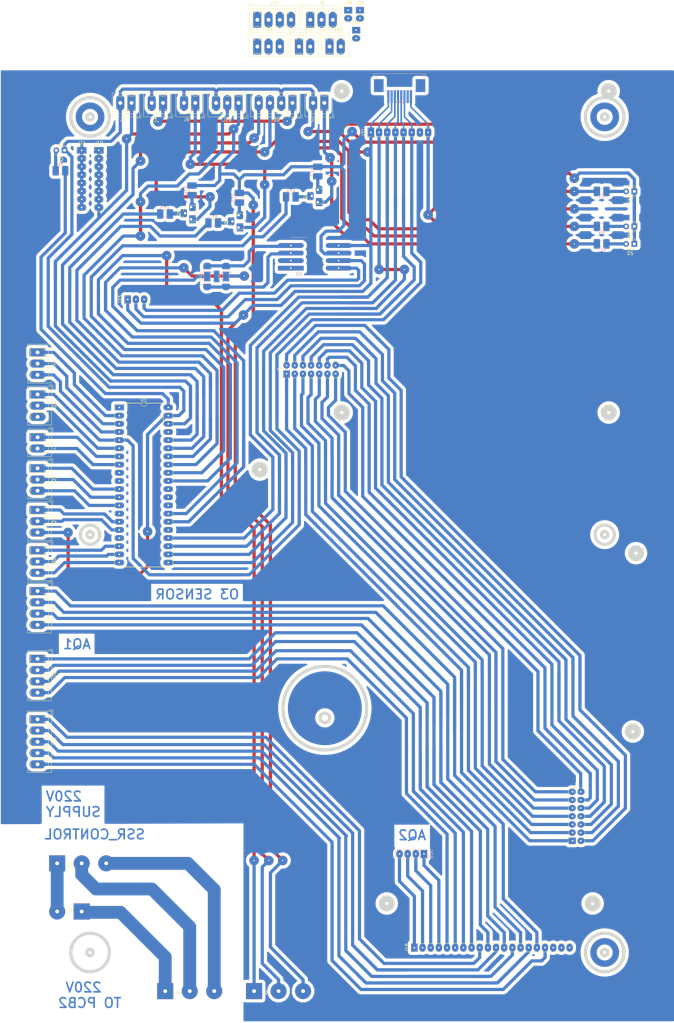
<source format=kicad_pcb>
(kicad_pcb (version 20171130) (host pcbnew 5.0.1-33cea8e~68~ubuntu18.04.1)
  (layers (0 F.Cu signal) (31 B.Cu signal) (34 B.Paste user) (35 F.Paste user) (36 B.SilkS user) (37 F.SilkS user) (38 B.Mask user) (39 F.Mask user) (44 Edge.Cuts user))
  (net 0 "")
  (net 1 /To_J1_P1)
  (net 2 /To_J1_P2)
  (net 3 /To_J1_P3)
  (net 4 /To_J1_P4)
  (net 5 /To_J1_P5)
  (net 6 /To_J1_P6)
  (net 7 /To_J1_P7)
  (net 8 /To_J1_P8)
  (net 9 /To_J1_P9)
  (net 10 /To_J1_P10)
  (net 11 /To_J1_P11)
  (net 12 /To_J1_P12)
  (net 13 /To_J1_P13)
  (net 14 /To_J1_P14)
  (net 15 /PWR_SOURCE_SSR_L_1)
  (net 16 /COMMON_N)
  (net 17 /SSR_PCB2_L_2)
  (net 18 /AQ2_SHIELD)
  (net 19 /AQ2_SENSOR)
  (net 20 /AQ2_5V)
  (net 21 /AQ2_GND)
  (net 22 /AQ1_SHIELD)
  (net 23 /AQ1_SENSOR)
  (net 24 /AQ1_5V)
  (net 25 /AQ1_GND)
  (net 26 /O3_1_SHIELD)
  (net 27 /O3_1_SENSOR)
  (net 28 /O3_1_24V)
  (net 29 /O3_1_GND)
  (net 30 /SSR_OUTPUT)
  (net 31 /MCU_FAN_PWM)
  (net 32 /MCU_FAN_RPM)
  (net 33 /PERFUME_OUTPUT)
  (net 34 /RGB_LED_STRIP_OUTPUT)
  (net 35 /flow_sensor_shield)
  (net 36 /flow_sensor_%RH)
  (net 37 /flow_sensor_FLOW)
  (net 38 /flow_sensor_24V)
  (net 39 /flow_sensor_GND)
  (net 40 /FAN_48V)
  (net 41 GND)
  (net 42 /220V_GND)
  (net 43 +5V)
  (net 44 /FAN_PWM_5V)
  (net 45 /MCU_SSR_OUTPUT)
  (net 46 /MCU_PERFUME_OUTPUT)
  (net 47 /PCB1_ALARM_COM)
  (net 48 "Net-(D1-Pad2)")
  (net 49 "Net-(D2-Pad2)")
  (net 50 "Net-(D3-Pad2)")
  (net 51 "Net-(D4-Pad2)")
  (net 52 "Net-(D5-Pad2)")
  (net 53 +3V3)
  (net 54 /MCU_RX)
  (net 55 /MCU_TX)
  (net 56 "Net-(Q4-Pad2)")
  (net 57 "Net-(Q5-Pad2)")
  (net 58 "Net-(Q6-Pad2)")
  (net 59 "Net-(Q4-Pad3)")
  (net 60 "Net-(Q5-Pad3)")
  (net 61 "Net-(Q6-Pad3)")
  (net 62 /PA_0)
  (net 63 /PA_1)
  (net 64 /PB_0)
  (net 65 /PA_7)
  (net 66 /PA_6)
  (net 67 /3V3_18)
  (net 68 /GND_19)
  (net 69 /GND_20)
  (net 70 /PC_15)
  (net 71 /PC_14)
  (net 72 /PC_13)
  (net 73 /PB_10)
  (net 74 /PB_11)
  (net 75 /PA_3)
  (net 76 /PA_2)
  (net 77 /PB_12)
  (net 78 /PB_13)
  (net 79 /PB_14)
  (net 80 /PB_15)
  (net 81 /UART_TX)
  (net 82 /UART_RX)
  (net 83 /PCB1_232_TX)
  (net 84 /PCB1_232_RX)
  (net 85 "Net-(J14-Pad7)")
  (net 86 "Net-(J18-Pad18)")
  (net 87 /flow_sensor_w)
  (net 88 /flow_sensor_br)
  (net 89 /flow_sensor_r)
  (net 90 "Net-(J26-Pad3)")
  (net 91 /humidity)
  (net 92 /humidity_black_wire)
  (net 93 "Net-(U1-Pad1)")
  (net 94 "Net-(U1-Pad25)")
  (net 95 "Net-(U1-Pad28)")
  (net 96 /PA_4)
  (net 97 "Net-(U1-Pad29)")
  (net 98 /PA_5)
  (net 99 "Net-(U1-Pad30)")
  (net 100 /PB_1)
  (net 101 "Net-(U1-Pad17)")
  (net 102 "Net-(U1-Pad37)")
  (module backplate:PhoenixContact_MCV_1,5_2-G-3.5_1x02_P3.50mm_Vertical_handsolder (layer F.Cu) (at 102.446001 -6.879999)
    (fp_text reference J32 (at 2.75 -5.25) (layer F.SilkS))
    (fp_text value UART2)
    (pad 2 thru_hole oval (at 3.5 0) (size 2.5 5) (drill 1.2) (layers *.Cu *.Mask) (net 75 /PA_3))
    (pad 1 thru_hole rect (at 0 0) (size 2.5 5) (drill 1.2) (layers *.Cu *.Mask) (net 76 /PA_2))
  )
  (module backplate:PhoenixContact_MCV_1,5_2-G-3.5_1x02_P3.50mm_Vertical_handsolder (layer F.Cu) (at 92.966001 -6.879999)
    (fp_text reference J7 (at 2.75 -5.25) (layer F.SilkS))
    (fp_text value Conn_humidity_sensor_terminal)
    (pad 1 thru_hole rect (at 0 0) (size 2.5 5) (drill 1.2) (layers *.Cu *.Mask) (net 91 /humidity))
    (pad 2 thru_hole oval (at 3.5 0) (size 2.5 5) (drill 1.2) (layers *.Cu *.Mask) (net 92 /humidity_black_wire))
  )
  (module backplate:PhoenixContact_MCV_1,5_2-G-3.5_1x03_P3.50mm_Vertical_handsolder (layer F.Cu) (at 96.466001 -15.209999)
    (fp_text reference J8 (at 3.5 -5.25) (layer F.SilkS))
    (fp_text value Conn_flow_sensor_terminal)
    (pad 3 thru_hole oval (at 7 0) (size 2.5 5) (drill 1.2) (layers *.Cu *.Mask) (net 87 /flow_sensor_w))
    (pad 2 thru_hole oval (at 3.5 0) (size 2.5 5) (drill 1.2) (layers *.Cu *.Mask) (net 88 /flow_sensor_br))
    (pad 1 thru_hole rect (at 0 0) (size 2.5 5) (drill 1.2) (layers *.Cu *.Mask) (net 89 /flow_sensor_r))
  )
  (module backplate:PhoenixContact_MCV_1,5_2-G-3.5_1x03_P3.50mm_Vertical_handsolder (layer F.Cu) (at 79.986001 -6.879999)
    (fp_text reference J33 (at 3.5 -5.25) (layer F.SilkS))
    (fp_text value UART3)
    (pad 1 thru_hole rect (at 0 0) (size 2.5 5) (drill 1.2) (layers *.Cu *.Mask) (net 73 /PB_10))
    (pad 2 thru_hole oval (at 3.5 0) (size 2.5 5) (drill 1.2) (layers *.Cu *.Mask) (net 74 /PB_11))
    (pad 3 thru_hole oval (at 7 0) (size 2.5 5) (drill 1.2) (layers *.Cu *.Mask) (net 41 GND))
  )
  (module backplate:PhoenixContact_MCV_1,5_4-G-3.5_1x04_P3.50mm_Vertical_handsolder (layer F.Cu) (at 79.986001 -15.209999)
    (fp_text reference J37 (at 5.25 -5.25) (layer F.SilkS))
    (fp_text value FAN_TEST_POINT)
    (pad 1 thru_hole rect (at 0 0) (size 2.5 5) (drill 1.2) (layers *.Cu *.Mask) (net 40 /FAN_48V))
    (pad 2 thru_hole oval (at 3.5 0) (size 2.5 5) (drill 1.2) (layers *.Cu *.Mask) (net 41 GND))
    (pad 3 thru_hole oval (at 7 0) (size 2.5 5) (drill 1.2) (layers *.Cu *.Mask) (net 44 /FAN_PWM_5V))
    (pad 4 thru_hole oval (at 10.5 0) (size 2.5 5) (drill 1.2) (layers *.Cu *.Mask) (net 32 /MCU_FAN_RPM))
  )
  (module backplate:Pin_Header_Straight_1x02_Pitch2.54mm (layer F.Cu) (at 110.741001 -11.994999)
    (fp_text reference J34 (at 0 -2.33) (layer F.SilkS))
    (fp_text value 232_TEST_POINT)
    (pad 1 thru_hole rect (at 0 0) (size 2.5 2) (drill 0.5) (layers *.Cu *.Mask) (net 84 /PCB1_232_RX))
    (pad 2 thru_hole oval (at 0 2.54) (size 2.5 2) (drill 0.5) (layers *.Cu *.Mask) (net 83 /PCB1_232_TX))
  )
  (module backplate:Pin_Header_Straight_1x02_Pitch2.54mm (layer F.Cu) (at 111.911001 -18.194999)
    (fp_text reference J35 (at 0 -2.33) (layer F.SilkS))
    (fp_text value UART_TEST_POINT)
    (pad 2 thru_hole oval (at 0 2.54) (size 2.5 2) (drill 0.5) (layers *.Cu *.Mask) (net 81 /UART_TX))
    (pad 1 thru_hole rect (at 0 0) (size 2.5 2) (drill 0.5) (layers *.Cu *.Mask) (net 82 /UART_RX))
  )
  (module backplate:Pin_Header_Straight_1x02_Pitch2.54mm (layer F.Cu) (at 108.261001 -18.194999)
    (fp_text reference J36 (at 0 -2.33) (layer F.SilkS))
    (fp_text value MCU_UART_TEST_POINT)
    (pad 1 thru_hole rect (at 0 0) (size 2.5 2) (drill 0.5) (layers *.Cu *.Mask) (net 54 /MCU_RX))
    (pad 2 thru_hole oval (at 0 2.54) (size 2.5 2) (drill 0.5) (layers *.Cu *.Mask) (net 55 /MCU_TX))
  )
  (module backplate:MAX3232_MOEULE_handsolder (layer B.Cu) (at 89.916 63.246)
    (fp_text reference U2 (at 3.07 0.53) (layer B.SilkS) (effects (justify mirror)))
    (fp_text value MAX3232_MODULE)
    (pad 8 thru_hole oval (at 15.375 -8.22325) (size 8 1.5) (drill 0.5) (layers *.Cu *.Mask) (net 41 GND))
    (pad 7 thru_hole oval (at 15.375 -5.87375) (size 8 1.5) (drill 0.5) (layers *.Cu *.Mask) (net 43 +5V))
    (pad 6 thru_hole oval (at 15.375 -3.52425) (size 8 1.5) (drill 0.5) (layers *.Cu *.Mask) (net 83 /PCB1_232_TX))
    (pad 5 thru_hole oval (at 15.375 -1.17475) (size 8 1.5) (drill 0.5) (layers *.Cu *.Mask) (net 84 /PCB1_232_RX))
    (pad 4 thru_hole oval (at 0.5 -8.22325) (size 8 1.5) (drill 0.5) (layers *.Cu *.Mask) (net 82 /UART_RX))
    (pad 3 thru_hole oval (at 0.5 -5.87375) (size 8 1.5) (drill 0.5) (layers *.Cu *.Mask) (net 81 /UART_TX))
    (pad 2 thru_hole oval (at 0.5 -3.52425) (size 8 1.5) (drill 0.5) (layers *.Cu *.Mask) (net 43 +5V))
    (pad 1 thru_hole rect (at 0.5 -1.17475) (size 8 1.5) (drill 0.5) (layers *.Cu *.Mask) (net 41 GND))
  )
  (module LED_THT:LED_D3.0mm_Clear (layer F.Cu) (at 197.22053 38.187175 180)
    (fp_text reference D1 (at 1.27 -2.96 180) (layer F.SilkS))
    (fp_text value LED)
    (pad 2 thru_hole circle (at 2.54 0 180) (size 1.8 1.8) (drill 0.9) (layers *.Cu *.Mask) (net 48 "Net-(D1-Pad2)"))
    (pad 1 thru_hole rect (at 0 0 180) (size 1.8 1.8) (drill 0.9) (layers *.Cu *.Mask) (net 41 GND))
  )
  (module backplate:PinHeader_1x08_P2.54mm_Vertical_handsolder (layer F.Cu) (at 115.316 19.812 90)
    (fp_text reference J31 (at 0 -2.33 90) (layer F.SilkS))
    (fp_text value LCD_MCU_CONNECTOR)
    (pad 1 thru_hole rect (at 0 0 90) (size 3 2) (drill 0.5) (layers *.Cu *.Mask) (net 41 GND))
    (pad 2 thru_hole oval (at 0 2.54 90) (size 3 2) (drill 0.5) (layers *.Cu *.Mask) (net 78 /PB_13))
    (pad 3 thru_hole oval (at 0 5.08 90) (size 3 2) (drill 0.5) (layers *.Cu *.Mask) (net 80 /PB_15))
    (pad 4 thru_hole oval (at 0 7.62 90) (size 3 2) (drill 0.5) (layers *.Cu *.Mask) (net 79 /PB_14))
    (pad 5 thru_hole oval (at 0 10.16 90) (size 3 2) (drill 0.5) (layers *.Cu *.Mask) (net 77 /PB_12))
    (pad 6 thru_hole oval (at 0 12.7 90) (size 3 2) (drill 0.5) (layers *.Cu *.Mask) (net 73 /PB_10))
    (pad 7 thru_hole oval (at 0 15.24 90) (size 3 2) (drill 0.5) (layers *.Cu *.Mask) (net 74 /PB_11))
    (pad 8 thru_hole oval (at 0 17.78 90) (size 3 2) (drill 0.5) (layers *.Cu *.Mask) (net 43 +5V))
  )
  (module backplate:PhoenixContact_MCV_1,5_2-G-3.5_1x03_P3.50mm_Vertical_handsolder (layer F.Cu) (at 11.684 137.3124 270)
    (fp_text reference J29 (at 3.5 -5.25 270) (layer F.SilkS))
    (fp_text value UART3)
    (pad 1 thru_hole rect (at 0 0 270) (size 2.5 5) (drill 1.2) (layers *.Cu *.Mask) (net 73 /PB_10))
    (pad 2 thru_hole oval (at 3.5 0 270) (size 2.5 5) (drill 1.2) (layers *.Cu *.Mask) (net 74 /PB_11))
    (pad 3 thru_hole oval (at 7 0 270) (size 2.5 5) (drill 1.2) (layers *.Cu *.Mask) (net 41 GND))
  )
  (module backplate:TE_84952-8_1x08-1MP_P1.0mm_Horizontal (layer B.Cu) (at 124.251 6.254)
    (fp_text reference J14 (at 0 4) (layer B.SilkS) (effects (justify mirror)))
    (fp_text value LCD_MCU_CONNECTOR)
    (pad 1 smd rect (at -3.5 2.435) (size 0.7 4) (layers B.Cu B.Paste B.Mask) (net 41 GND))
    (pad 2 smd rect (at -2.5 2.435) (size 0.7 4) (layers B.Cu B.Paste B.Mask) (net 78 /PB_13))
    (pad 3 smd rect (at -1.5 2.435) (size 0.7 4) (layers B.Cu B.Paste B.Mask) (net 80 /PB_15))
    (pad 4 smd rect (at -0.5 2.435) (size 0.7 4) (layers B.Cu B.Paste B.Mask) (net 79 /PB_14))
    (pad 5 smd rect (at 0.5 2.435) (size 0.7 4) (layers B.Cu B.Paste B.Mask) (net 77 /PB_12))
    (pad 6 smd rect (at 1.5 2.435) (size 0.7 4) (layers B.Cu B.Paste B.Mask) (net 62 /PA_0))
    (pad 7 smd rect (at 2.5 2.435) (size 0.7 4) (layers B.Cu B.Paste B.Mask) (net 85 "Net-(J14-Pad7)"))
    (pad 8 smd rect (at 3.5 2.435) (size 0.7 4) (layers B.Cu B.Paste B.Mask) (net 43 +5V))
    (pad MP smd rect (at -6.49 -1) (size 3 4) (layers B.Cu B.Paste B.Mask))
    (pad MP smd rect (at 6.49 -1) (size 3 4) (layers B.Cu B.Paste B.Mask))
  )
  (module LED_THT:LED_D3.0mm_Clear (layer F.Cu) (at 20.066 25.4 180)
    (fp_text reference D2 (at 1.27 -2.96 180) (layer F.SilkS))
    (fp_text value LED)
    (pad 1 thru_hole rect (at 0 0 180) (size 1.8 1.8) (drill 0.9) (layers *.Cu *.Mask) (net 41 GND))
    (pad 2 thru_hole circle (at 2.54 0 180) (size 1.8 1.8) (drill 0.9) (layers *.Cu *.Mask) (net 49 "Net-(D2-Pad2)"))
  )
  (module backplate:R_1206_3216Metric_Pad1.42x1.75mm_HandSolder (layer B.Cu) (at 18.796 31.75 180)
    (fp_text reference R8 (at 0 1.82 180) (layer B.SilkS) (effects (justify mirror)))
    (fp_text value 330)
    (pad 1 smd roundrect (at -1.4875 0 180) (size 2 3) (layers B.Cu B.Paste B.Mask) (roundrect_rratio 0.175) (net 53 +3V3))
    (pad 2 smd roundrect (at 1.4875 0 180) (size 2 3) (layers B.Cu B.Paste B.Mask) (roundrect_rratio 0.175) (net 49 "Net-(D2-Pad2)"))
  )
  (module backplate:PhoenixContact_MCV_1,5_2-G-3.5_1x02_P3.50mm_Vertical_handsolder (layer F.Cu) (at 11.684 114.681 270)
    (fp_text reference J27 (at 2.75 -5.25 270) (layer F.SilkS))
    (fp_text value UART2)
    (pad 2 thru_hole oval (at 3.5 0 270) (size 2.5 5) (drill 1.2) (layers *.Cu *.Mask) (net 75 /PA_3))
    (pad 1 thru_hole rect (at 0 0 270) (size 2.5 5) (drill 1.2) (layers *.Cu *.Mask) (net 76 /PA_2))
  )
  (module backplate:PhoenixContact_MCV_1,5_2-G-3.5_1x03_P3.50mm_Vertical_handsolder (layer F.Cu) (at 11.684 88.265 270)
    (fp_text reference J4 (at 3.5 -5.25 270) (layer F.SilkS))
    (fp_text value CONNECTOR)
    (pad 3 thru_hole oval (at 7 0 270) (size 2.5 5) (drill 1.2) (layers *.Cu *.Mask) (net 70 /PC_15))
    (pad 2 thru_hole oval (at 3.5 0 270) (size 2.5 5) (drill 1.2) (layers *.Cu *.Mask) (net 71 /PC_14))
    (pad 1 thru_hole rect (at 0 0 270) (size 2.5 5) (drill 1.2) (layers *.Cu *.Mask) (net 72 /PC_13))
  )
  (module backplate:PhoenixContact_MCV_1,5_2-G-3.5_1x03_P3.50mm_Vertical_handsolder (layer F.Cu) (at 11.684 149.86 270)
    (fp_text reference J30 (at 3.5 -5.25 270) (layer F.SilkS))
    (fp_text value CONNECTOR)
    (pad 1 thru_hole rect (at 0 0 270) (size 2.5 5) (drill 1.2) (layers *.Cu *.Mask) (net 67 /3V3_18))
    (pad 2 thru_hole oval (at 3.5 0 270) (size 2.5 5) (drill 1.2) (layers *.Cu *.Mask) (net 68 /GND_19))
    (pad 3 thru_hole oval (at 7 0 270) (size 2.5 5) (drill 1.2) (layers *.Cu *.Mask) (net 69 /GND_20))
  )
  (module backplate:PhoenixContact_MCV_1,5_2-G-3.5_1x03_P3.50mm_Vertical_handsolder (layer F.Cu) (at 11.684 124.333 270)
    (fp_text reference J28 (at 3.5 -5.25 270) (layer F.SilkS))
    (fp_text value TEST)
    (pad 3 thru_hole oval (at 7 0 270) (size 2.5 5) (drill 1.2) (layers *.Cu *.Mask) (net 64 /PB_0))
    (pad 2 thru_hole oval (at 3.5 0 270) (size 2.5 5) (drill 1.2) (layers *.Cu *.Mask) (net 65 /PA_7))
    (pad 1 thru_hole rect (at 0 0 270) (size 2.5 5) (drill 1.2) (layers *.Cu *.Mask) (net 66 /PA_6))
  )
  (module backplate:PhoenixContact_MCV_1,5_2-G-3.5_1x03_P3.50mm_Vertical_handsolder (layer F.Cu) (at 11.684 101.346 270)
    (fp_text reference J26 (at 3.5 -5.25 270) (layer F.SilkS))
    (fp_text value CONNECTOR)
    (pad 1 thru_hole rect (at 0 0 270) (size 2.5 5) (drill 1.2) (layers *.Cu *.Mask) (net 62 /PA_0))
    (pad 2 thru_hole oval (at 3.5 0 270) (size 2.5 5) (drill 1.2) (layers *.Cu *.Mask) (net 63 /PA_1))
    (pad 3 thru_hole oval (at 7 0 270) (size 2.5 5) (drill 1.2) (layers *.Cu *.Mask) (net 90 "Net-(J26-Pad3)"))
  )
  (module LED_THT:LED_D3.0mm_Clear (layer F.Cu) (at 197.22053 49.070775 180)
    (fp_text reference D3 (at 1.27 -2.96 180) (layer F.SilkS))
    (fp_text value LED)
    (pad 2 thru_hole circle (at 2.54 0 180) (size 1.8 1.8) (drill 0.9) (layers *.Cu *.Mask) (net 50 "Net-(D3-Pad2)"))
    (pad 1 thru_hole rect (at 0 0 180) (size 1.8 1.8) (drill 0.9) (layers *.Cu *.Mask) (net 41 GND))
  )
  (module LED_THT:LED_D3.0mm_Clear (layer F.Cu) (at 197.22053 54.512575 180)
    (fp_text reference D5 (at 1.27 -2.96 180) (layer F.SilkS))
    (fp_text value LED)
    (pad 2 thru_hole circle (at 2.54 0 180) (size 1.8 1.8) (drill 0.9) (layers *.Cu *.Mask) (net 52 "Net-(D5-Pad2)"))
    (pad 1 thru_hole rect (at 0 0 180) (size 1.8 1.8) (drill 0.9) (layers *.Cu *.Mask) (net 41 GND))
  )
  (module backplate:R_1206_3216Metric_Pad1.42x1.75mm_HandSolder (layer B.Cu) (at 98.806 32.004 270)
    (fp_text reference R17 (at 0 1.82 270) (layer B.SilkS) (effects (justify mirror)))
    (fp_text value 0)
    (pad 1 smd roundrect (at -1.4875 0 270) (size 2 3) (layers B.Cu B.Paste B.Mask) (roundrect_rratio 0.175) (net 43 +5V))
    (pad 2 smd roundrect (at 1.4875 0 270) (size 2 3) (layers B.Cu B.Paste B.Mask) (roundrect_rratio 0.175) (net 61 "Net-(Q6-Pad3)"))
  )
  (module backplate:R_1206_3216Metric_Pad1.42x1.75mm_HandSolder (layer B.Cu) (at 59.69 37.846 270)
    (fp_text reference R16 (at 0 1.82 270) (layer B.SilkS) (effects (justify mirror)))
    (fp_text value 0)
    (pad 2 smd roundrect (at 1.4875 0 270) (size 2 3) (layers B.Cu B.Paste B.Mask) (roundrect_rratio 0.175) (net 60 "Net-(Q5-Pad3)"))
    (pad 1 smd roundrect (at -1.4875 0 270) (size 2 3) (layers B.Cu B.Paste B.Mask) (roundrect_rratio 0.175) (net 43 +5V))
  )
  (module backplate:R_1206_3216Metric_Pad1.42x1.75mm_HandSolder (layer B.Cu) (at 66.294 48.006 180)
    (fp_text reference R12 (at 0 1.82 180) (layer B.SilkS) (effects (justify mirror)))
    (fp_text value 120)
    (pad 2 smd roundrect (at 1.4875 0 180) (size 2 3) (layers B.Cu B.Paste B.Mask) (roundrect_rratio 0.175) (net 45 /MCU_SSR_OUTPUT))
    (pad 1 smd roundrect (at -1.4875 0 180) (size 2 3) (layers B.Cu B.Paste B.Mask) (roundrect_rratio 0.175) (net 56 "Net-(Q4-Pad2)"))
  )
  (module backplate:R_1206_3216Metric_Pad1.42x1.75mm_HandSolder (layer B.Cu) (at 74.422 40.1685 270)
    (fp_text reference R15 (at 0 1.82 270) (layer B.SilkS) (effects (justify mirror)))
    (fp_text value 0)
    (pad 1 smd roundrect (at -1.4875 0 270) (size 2 3) (layers B.Cu B.Paste B.Mask) (roundrect_rratio 0.175) (net 43 +5V))
    (pad 2 smd roundrect (at 1.4875 0 270) (size 2 3) (layers B.Cu B.Paste B.Mask) (roundrect_rratio 0.175) (net 59 "Net-(Q4-Pad3)"))
  )
  (module backplate:R_1206_3216Metric_Pad1.42x1.75mm_HandSolder (layer B.Cu) (at 90.424 39.878 180)
    (fp_text reference R14 (at 0 1.82 180) (layer B.SilkS) (effects (justify mirror)))
    (fp_text value 120)
    (pad 2 smd roundrect (at 1.4875 0 180) (size 2 3) (layers B.Cu B.Paste B.Mask) (roundrect_rratio 0.175) (net 46 /MCU_PERFUME_OUTPUT))
    (pad 1 smd roundrect (at -1.4875 0 180) (size 2 3) (layers B.Cu B.Paste B.Mask) (roundrect_rratio 0.175) (net 58 "Net-(Q6-Pad2)"))
  )
  (module backplate:R_1206_3216Metric_Pad1.42x1.75mm_HandSolder (layer B.Cu) (at 51.308 45.212 180)
    (fp_text reference R13 (at 0 1.82 180) (layer B.SilkS) (effects (justify mirror)))
    (fp_text value 120)
    (pad 2 smd roundrect (at 1.4875 0 180) (size 2 3) (layers B.Cu B.Paste B.Mask) (roundrect_rratio 0.175) (net 31 /MCU_FAN_PWM))
    (pad 1 smd roundrect (at -1.4875 0 180) (size 2 3) (layers B.Cu B.Paste B.Mask) (roundrect_rratio 0.175) (net 57 "Net-(Q5-Pad2)"))
  )
  (module backplate:TO-92L_HandSolder (layer F.Cu) (at 98.806 40.894 90)
    (fp_text reference Q6 (at 1.27 -3.8 90) (layer F.SilkS))
    (fp_text value 2n3904)
    (pad 1 thru_hole rect (at -0.635 0 90) (size 2.5 2) (drill 0.75 (offset 0 0.4)) (layers *.Cu *.Mask) (net 33 /PERFUME_OUTPUT) (clearance 0.3))
    (pad 3 thru_hole roundrect (at 3.175 0 90) (size 2.5 2) (drill 0.75 (offset 0 0.4)) (layers *.Cu *.Mask) (net 61 "Net-(Q6-Pad3)") (clearance 0.3))
    (pad 2 thru_hole roundrect (at 1.27 -1.905 90) (size 2.5 2) (drill 0.75 (offset 0 -0.4)) (layers *.Cu *.Mask) (net 58 "Net-(Q6-Pad2)") (clearance 0.3))
  )
  (module backplate:TO-92L_HandSolder (layer F.Cu) (at 59.436 46.228 90)
    (fp_text reference Q5 (at 1.27 -3.8 90) (layer F.SilkS))
    (fp_text value 2n3904)
    (pad 1 thru_hole rect (at -0.635 0 90) (size 2.5 2) (drill 0.75 (offset 0 0.4)) (layers *.Cu *.Mask) (net 44 /FAN_PWM_5V) (clearance 0.3))
    (pad 3 thru_hole roundrect (at 3.175 0 90) (size 2.5 2) (drill 0.75 (offset 0 0.4)) (layers *.Cu *.Mask) (net 60 "Net-(Q5-Pad3)") (clearance 0.3))
    (pad 2 thru_hole roundrect (at 1.27 -1.905 90) (size 2.5 2) (drill 0.75 (offset 0 -0.4)) (layers *.Cu *.Mask) (net 57 "Net-(Q5-Pad2)") (clearance 0.3))
  )
  (module backplate:TO-92L_HandSolder (layer F.Cu) (at 74.168 48.768 90)
    (fp_text reference Q4 (at 1.27 -3.8 90) (layer F.SilkS))
    (fp_text value 2n3904)
    (pad 1 thru_hole rect (at -0.635 0 90) (size 2.5 2) (drill 0.75 (offset 0 0.4)) (layers *.Cu *.Mask) (net 30 /SSR_OUTPUT) (clearance 0.3))
    (pad 3 thru_hole roundrect (at 3.175 0 90) (size 2.5 2) (drill 0.75 (offset 0 0.4)) (layers *.Cu *.Mask) (net 59 "Net-(Q4-Pad3)") (clearance 0.3))
    (pad 2 thru_hole roundrect (at 1.27 -1.905 90) (size 2.5 2) (drill 0.75 (offset 0 -0.4)) (layers *.Cu *.Mask) (net 56 "Net-(Q4-Pad2)") (clearance 0.3))
  )
  (module backplate:SolderJumper-3_P1.3mm_Open_RoundedPad1.0x1.5mm (layer B.Cu) (at 70.268566 64.651697 270)
    (fp_text reference JP1 (at 0 1.8 270) (layer B.SilkS) (effects (justify mirror)))
    (fp_text value Jumper_NC_Dual)
    (pad 2 smd rect (at 0 0 270) (size 3 2) (layers B.Cu B.Mask) (net 54 /MCU_RX))
    (pad 3 smd custom (at 3.3 0 270) (size 1 0.5) (layers B.Cu B.Mask) (net 81 /UART_TX) (options (clearance outline) (anchor rect)) (primitives (gr_circle (center 0 -0.25) (end 1 -0.25) (width 0)) (gr_circle (center 0 0.25) (end 1 0.25) (width 0)) (gr_poly (pts (xy -1 1.25) (xy 0 1.25) (xy 0 -1.25) (xy -1 -1.25)) (width 0))))
    (pad 1 smd custom (at -3.3 0 270) (size 1 0.5) (layers B.Cu B.Mask) (net 82 /UART_RX) (options (clearance outline) (anchor rect)) (primitives (gr_circle (center 0 -0.25) (end 1 -0.25) (width 0)) (gr_circle (center 0 0.25) (end 1 0.25) (width 0)) (gr_poly (pts (xy 1 1.25) (xy 0 1.25) (xy 0 -1.25) (xy 1 -1.25)) (width 0))))
  )
  (module backplate:SolderJumper-3_P1.3mm_Open_RoundedPad1.0x1.5mm (layer B.Cu) (at 64.426566 64.651697 270)
    (fp_text reference JP2 (at 0 1.8 270) (layer B.SilkS) (effects (justify mirror)))
    (fp_text value Jumper_NC_Dual)
    (pad 2 smd rect (at 0 0 270) (size 3 2) (layers B.Cu B.Mask) (net 55 /MCU_TX))
    (pad 3 smd custom (at 3.3 0 270) (size 1 0.5) (layers B.Cu B.Mask) (net 81 /UART_TX) (options (clearance outline) (anchor rect)) (primitives (gr_circle (center 0 -0.25) (end 1 -0.25) (width 0)) (gr_circle (center 0 0.25) (end 1 0.25) (width 0)) (gr_poly (pts (xy -1 1.25) (xy 0 1.25) (xy 0 -1.25) (xy -1 -1.25)) (width 0))))
    (pad 1 smd custom (at -3.3 0 270) (size 1 0.5) (layers B.Cu B.Mask) (net 82 /UART_RX) (options (clearance outline) (anchor rect)) (primitives (gr_circle (center 0 -0.25) (end 1 -0.25) (width 0)) (gr_circle (center 0 0.25) (end 1 0.25) (width 0)) (gr_poly (pts (xy 1 1.25) (xy 0 1.25) (xy 0 -1.25) (xy 1 -1.25)) (width 0))))
  )
  (module backplate:screw_terminal_01_03 (layer F.Cu) (at 58.983998 287.02)
    (fp_text reference J5 (at -3.81 0.5) (layer F.SilkS))
    (fp_text value Conn_SSR_POWER_SOURCE)
    (pad 1 thru_hole trapezoid (at -7.62 0) (size 5 5) (drill 1.2) (layers *.Cu *.Mask) (net 15 /PWR_SOURCE_SSR_L_1))
    (pad 2 thru_hole circle (at 0 0) (size 5 5) (drill 1.2) (layers *.Cu *.Mask) (net 42 /220V_GND))
    (pad 3 thru_hole circle (at 7.62 0) (size 5 5) (drill 1.2) (layers *.Cu *.Mask) (net 16 /COMMON_N))
  )
  (module backplate:screw_terminal_01_03 (layer F.Cu) (at 86.614 287.02)
    (fp_text reference J25 (at -3.81 0.5) (layer F.SilkS))
    (fp_text value PCB1_ALARM)
    (pad 3 thru_hole circle (at 7.62 0) (size 5 5) (drill 1.2) (layers *.Cu *.Mask) (net 43 +5V))
    (pad 2 thru_hole circle (at 0 0) (size 5 5) (drill 1.2) (layers *.Cu *.Mask) (net 41 GND))
    (pad 1 thru_hole trapezoid (at -7.62 0) (size 5 5) (drill 1.2) (layers *.Cu *.Mask) (net 47 /PCB1_ALARM_COM))
  )
  (module backplate:PhoenixContact_MCV_1,5_8-G-3.5_1x05_P3.50mm_Vertical_handsolder (layer F.Cu) (at 11.684 202.438 270)
    (fp_text reference J13 (at 7 -5.25 270) (layer F.SilkS))
    (fp_text value Conn_01x05)
    (pad 1 thru_hole rect (at 0 0 270) (size 2.5 5) (drill 1.2) (layers *.Cu *.Mask) (net 35 /flow_sensor_shield))
    (pad 2 thru_hole oval (at 3.5 0 270) (size 2.5 5) (drill 1.2) (layers *.Cu *.Mask) (net 36 /flow_sensor_%RH))
    (pad 3 thru_hole oval (at 7 0 270) (size 2.5 5) (drill 1.2) (layers *.Cu *.Mask) (net 37 /flow_sensor_FLOW))
    (pad 4 thru_hole oval (at 10.5 0 270) (size 2.5 5) (drill 1.2) (layers *.Cu *.Mask) (net 38 /flow_sensor_24V))
    (pad 5 thru_hole oval (at 14 0 270) (size 2.5 5) (drill 1.2) (layers *.Cu *.Mask) (net 39 /flow_sensor_GND))
  )
  (module backplate:Pin_Header_Straight_1x04_Pitch2.54mm (layer B.Cu) (at 131.826 244.348 90)
    (fp_text reference J15 (at 0 2.33 90) (layer B.SilkS) (effects (justify mirror)))
    (fp_text value Screw_Terminal_AQ_2)
    (pad 1 thru_hole rect (at 0 0 90) (size 2.5 2) (drill 0.5) (layers *.Cu *.Mask) (net 18 /AQ2_SHIELD))
    (pad 2 thru_hole oval (at 0 -2.54 90) (size 2.5 2) (drill 0.5) (layers *.Cu *.Mask) (net 19 /AQ2_SENSOR))
    (pad 3 thru_hole oval (at 0 -5.08 90) (size 2.5 2) (drill 0.5) (layers *.Cu *.Mask) (net 20 /AQ2_5V))
    (pad 4 thru_hole oval (at 0 -7.62 90) (size 2.5 2) (drill 0.5) (layers *.Cu *.Mask) (net 21 /AQ2_GND))
  )
  (module backplate:Pin_Header_Straight_1x03_Pitch2.54mm (layer F.Cu) (at 39.71 71.805 90)
    (fp_text reference J23 (at 0 -2.33 90) (layer F.SilkS))
    (fp_text value PCB1_COMM_CONNECTOR)
    (pad 1 thru_hole rect (at 0 0 90) (size 2.5 2) (drill 0.5) (layers *.Cu *.Mask) (net 41 GND))
    (pad 2 thru_hole oval (at 0 2.54 90) (size 2.5 2) (drill 0.5) (layers *.Cu *.Mask) (net 84 /PCB1_232_RX))
    (pad 3 thru_hole oval (at 0 5.08 90) (size 2.5 2) (drill 0.5) (layers *.Cu *.Mask) (net 83 /PCB1_232_TX))
  )
  (module backplate:PhoenixContact_MCV_1,5_2-G-3.5_1x02_P3.50mm_Vertical_handsolder (layer F.Cu) (at 60.706 10.652 180)
    (fp_text reference J9 (at 2.75 -5.25 180) (layer F.SilkS))
    (fp_text value Conn_SSR_5V_INPUT)
    (pad 1 thru_hole rect (at 0 0 180) (size 2.5 5) (drill 1.2) (layers *.Cu *.Mask) (net 30 /SSR_OUTPUT))
    (pad 2 thru_hole oval (at 3.5 0 180) (size 2.5 5) (drill 1.2) (layers *.Cu *.Mask) (net 41 GND))
  )
  (module backplate:DIP-40_W15.24mm_Socket_LongPads_handsolder (layer F.Cu) (at 37.084 105.41)
    (fp_text reference U1 (at 7.62 -2.33) (layer F.SilkS))
    (fp_text value BLUEPILL)
    (pad 1 thru_hole rect (at 0 0) (size 3 1.8) (drill 0.5) (layers *.Cu *.Mask) (net 93 "Net-(U1-Pad1)"))
    (pad 21 thru_hole oval (at 15.24 48.26) (size 3 1.8) (drill 0.5) (layers *.Cu *.Mask) (net 77 /PB_12))
    (pad 2 thru_hole oval (at 0 2.54) (size 3 1.8) (drill 0.5) (layers *.Cu *.Mask) (net 72 /PC_13))
    (pad 22 thru_hole oval (at 15.24 45.72) (size 3 1.8) (drill 0.5) (layers *.Cu *.Mask) (net 78 /PB_13))
    (pad 3 thru_hole oval (at 0 5.08) (size 3 1.8) (drill 0.5) (layers *.Cu *.Mask) (net 71 /PC_14))
    (pad 23 thru_hole oval (at 15.24 43.18) (size 3 1.8) (drill 0.5) (layers *.Cu *.Mask) (net 79 /PB_14))
    (pad 4 thru_hole oval (at 0 7.62) (size 3 1.8) (drill 0.5) (layers *.Cu *.Mask) (net 70 /PC_15))
    (pad 24 thru_hole oval (at 15.24 40.64) (size 3 1.8) (drill 0.5) (layers *.Cu *.Mask) (net 80 /PB_15))
    (pad 5 thru_hole oval (at 0 10.16) (size 3 1.8) (drill 0.5) (layers *.Cu *.Mask) (net 62 /PA_0))
    (pad 25 thru_hole oval (at 15.24 38.1) (size 3 1.8) (drill 0.5) (layers *.Cu *.Mask) (net 94 "Net-(U1-Pad25)"))
    (pad 6 thru_hole oval (at 0 12.7) (size 3 1.8) (drill 0.5) (layers *.Cu *.Mask) (net 63 /PA_1))
    (pad 26 thru_hole oval (at 15.24 35.56) (size 3 1.8) (drill 0.5) (layers *.Cu *.Mask) (net 55 /MCU_TX))
    (pad 7 thru_hole oval (at 0 15.24) (size 3 1.8) (drill 0.5) (layers *.Cu *.Mask) (net 76 /PA_2))
    (pad 27 thru_hole oval (at 15.24 33.02) (size 3 1.8) (drill 0.5) (layers *.Cu *.Mask) (net 54 /MCU_RX))
    (pad 8 thru_hole oval (at 0 17.78) (size 3 1.8) (drill 0.5) (layers *.Cu *.Mask) (net 75 /PA_3))
    (pad 28 thru_hole oval (at 15.24 30.48) (size 3 1.8) (drill 0.5) (layers *.Cu *.Mask) (net 95 "Net-(U1-Pad28)"))
    (pad 9 thru_hole oval (at 0 20.32) (size 3 1.8) (drill 0.5) (layers *.Cu *.Mask) (net 96 /PA_4))
    (pad 29 thru_hole oval (at 15.24 27.94) (size 3 1.8) (drill 0.5) (layers *.Cu *.Mask) (net 97 "Net-(U1-Pad29)"))
    (pad 10 thru_hole oval (at 0 22.86) (size 3 1.8) (drill 0.5) (layers *.Cu *.Mask) (net 98 /PA_5))
    (pad 30 thru_hole oval (at 15.24 25.4) (size 3 1.8) (drill 0.5) (layers *.Cu *.Mask) (net 99 "Net-(U1-Pad30)"))
    (pad 11 thru_hole oval (at 0 25.4) (size 3 1.8) (drill 0.5) (layers *.Cu *.Mask) (net 66 /PA_6))
    (pad 31 thru_hole oval (at 15.24 22.86) (size 3 1.8) (drill 0.5) (layers *.Cu *.Mask) (net 47 /PCB1_ALARM_COM))
    (pad 12 thru_hole oval (at 0 27.94) (size 3 1.8) (drill 0.5) (layers *.Cu *.Mask) (net 65 /PA_7))
    (pad 32 thru_hole oval (at 15.24 20.32) (size 3 1.8) (drill 0.5) (layers *.Cu *.Mask) (net 46 /MCU_PERFUME_OUTPUT))
    (pad 13 thru_hole oval (at 0 30.48) (size 3 1.8) (drill 0.5) (layers *.Cu *.Mask) (net 64 /PB_0))
    (pad 33 thru_hole oval (at 15.24 17.78) (size 3 1.8) (drill 0.5) (layers *.Cu *.Mask) (net 34 /RGB_LED_STRIP_OUTPUT))
    (pad 14 thru_hole oval (at 0 33.02) (size 3 1.8) (drill 0.5) (layers *.Cu *.Mask) (net 100 /PB_1))
    (pad 34 thru_hole oval (at 15.24 15.24) (size 3 1.8) (drill 0.5) (layers *.Cu *.Mask) (net 45 /MCU_SSR_OUTPUT))
    (pad 15 thru_hole oval (at 0 35.56) (size 3 1.8) (drill 0.5) (layers *.Cu *.Mask) (net 73 /PB_10))
    (pad 35 thru_hole oval (at 15.24 12.7) (size 3 1.8) (drill 0.5) (layers *.Cu *.Mask) (net 31 /MCU_FAN_PWM))
    (pad 16 thru_hole oval (at 0 38.1) (size 3 1.8) (drill 0.5) (layers *.Cu *.Mask) (net 74 /PB_11))
    (pad 36 thru_hole oval (at 15.24 10.16) (size 3 1.8) (drill 0.5) (layers *.Cu *.Mask) (net 32 /MCU_FAN_RPM))
    (pad 17 thru_hole oval (at 0 40.64) (size 3 1.8) (drill 0.5) (layers *.Cu *.Mask) (net 101 "Net-(U1-Pad17)"))
    (pad 37 thru_hole oval (at 15.24 7.62) (size 3 1.8) (drill 0.5) (layers *.Cu *.Mask) (net 102 "Net-(U1-Pad37)"))
    (pad 18 thru_hole oval (at 0 43.18) (size 3 1.8) (drill 0.5) (layers *.Cu *.Mask) (net 67 /3V3_18))
    (pad 38 thru_hole oval (at 15.24 5.08) (size 3 1.8) (drill 0.5) (layers *.Cu *.Mask) (net 43 +5V))
    (pad 19 thru_hole oval (at 0 45.72) (size 3 1.8) (drill 0.5) (layers *.Cu *.Mask) (net 68 /GND_19))
    (pad 39 thru_hole oval (at 15.24 2.54) (size 3 1.8) (drill 0.5) (layers *.Cu *.Mask) (net 41 GND))
    (pad 20 thru_hole oval (at 0 48.26) (size 3 1.8) (drill 0.5) (layers *.Cu *.Mask) (net 69 /GND_20))
    (pad 40 thru_hole oval (at 15.24 0) (size 3 1.8) (drill 0.5) (layers *.Cu *.Mask) (net 53 +3V3))
  )
  (module backplate:PhoenixContact_MCV_1,5_2-G-3.5_1x02_P3.50mm_Vertical_handsolder (layer F.Cu) (at 40.894 10.652 180)
    (fp_text reference J6 (at 2.75 -5.25 180) (layer F.SilkS))
    (fp_text value Conn_MCU_5V_SOURCE)
    (pad 2 thru_hole oval (at 3.5 0 180) (size 2.5 5) (drill 1.2) (layers *.Cu *.Mask) (net 41 GND))
    (pad 1 thru_hole rect (at 0 0 180) (size 2.5 5) (drill 1.2) (layers *.Cu *.Mask) (net 43 +5V))
  )
  (module backplate:PhoenixContact_MCV_1,5_2-G-3.5_1x02_P3.50mm_Vertical_handsolder (layer F.Cu) (at 50.673 10.652 180)
    (fp_text reference J3 (at 2.75 -5.25 180) (layer F.SilkS))
    (fp_text value Conn_FAN_48V_SOURCE)
    (pad 1 thru_hole rect (at 0 0 180) (size 2.5 5) (drill 1.2) (layers *.Cu *.Mask) (net 40 /FAN_48V))
    (pad 2 thru_hole oval (at 3.5 0 180) (size 2.5 5) (drill 1.2) (layers *.Cu *.Mask) (net 41 GND))
  )
  (module backplate:PhoenixContact_MCV_1,5_2-G-3.5_1x02_P3.50mm_Vertical_handsolder (layer F.Cu) (at 100.838 10.652 180)
    (fp_text reference J21 (at 2.75 -5.25 180) (layer F.SilkS))
    (fp_text value PERFUME_CONNECTOR)
    (pad 2 thru_hole oval (at 3.5 0 180) (size 2.5 5) (drill 1.2) (layers *.Cu *.Mask) (net 41 GND))
    (pad 1 thru_hole rect (at 0 0 180) (size 2.5 5) (drill 1.2) (layers *.Cu *.Mask) (net 33 /PERFUME_OUTPUT) (clearance 0.3))
  )
  (module backplate:PhoenixContact_MCV_1,5_2-G-3.5_1x03_P3.50mm_Vertical_handsolder (layer F.Cu) (at 74.168 10.652 180)
    (fp_text reference J22 (at 3.5 -5.25 180) (layer F.SilkS))
    (fp_text value LED_STRIP_CONNECTOR)
    (pad 1 thru_hole rect (at 0 0 180) (size 2.5 5) (drill 1.2) (layers *.Cu *.Mask) (net 43 +5V))
    (pad 2 thru_hole oval (at 3.5 0 180) (size 2.5 5) (drill 1.2) (layers *.Cu *.Mask) (net 34 /RGB_LED_STRIP_OUTPUT))
    (pad 3 thru_hole oval (at 7 0 180) (size 2.5 5) (drill 1.2) (layers *.Cu *.Mask) (net 41 GND))
  )
  (module backplate:PhoenixContact_MCV_1,5_4-G-3.5_1x04_P3.50mm_Vertical_handsolder (layer F.Cu) (at 11.684 183.642 270)
    (fp_text reference J16 (at 5.25 -5.25 270) (layer F.SilkS))
    (fp_text value Screw_Terminal_AQ_1)
    (pad 4 thru_hole oval (at 10.5 0 270) (size 2.5 5) (drill 1.2) (layers *.Cu *.Mask) (net 22 /AQ1_SHIELD))
    (pad 3 thru_hole oval (at 7 0 270) (size 2.5 5) (drill 1.2) (layers *.Cu *.Mask) (net 23 /AQ1_SENSOR))
    (pad 2 thru_hole oval (at 3.5 0 270) (size 2.5 5) (drill 1.2) (layers *.Cu *.Mask) (net 24 /AQ1_5V))
    (pad 1 thru_hole rect (at 0 0 270) (size 2.5 5) (drill 1.2) (layers *.Cu *.Mask) (net 25 /AQ1_GND))
  )
  (module backplate:PhoenixContact_MCV_1,5_4-G-3.5_1x04_P3.50mm_Vertical_handsolder (layer F.Cu) (at 11.684 162.56 270)
    (fp_text reference J17 (at 5.25 -5.25 270) (layer F.SilkS))
    (fp_text value Screw_Terminal_O3_1)
    (pad 1 thru_hole rect (at 0 0 270) (size 2.5 5) (drill 1.2) (layers *.Cu *.Mask) (net 29 /O3_1_GND))
    (pad 2 thru_hole oval (at 3.5 0 270) (size 2.5 5) (drill 1.2) (layers *.Cu *.Mask) (net 28 /O3_1_24V))
    (pad 3 thru_hole oval (at 7 0 270) (size 2.5 5) (drill 1.2) (layers *.Cu *.Mask) (net 27 /O3_1_SENSOR))
    (pad 4 thru_hole oval (at 10.5 0 270) (size 2.5 5) (drill 1.2) (layers *.Cu *.Mask) (net 26 /O3_1_SHIELD))
  )
  (module backplate:PhoenixContact_MCV_1,5_4-G-3.5_1x04_P3.50mm_Vertical_handsolder (layer F.Cu) (at 90.932 10.652 180)
    (fp_text reference J20 (at 5.25 -5.25 180) (layer F.SilkS))
    (fp_text value FAN_CONNECTOR)
    (pad 4 thru_hole oval (at 10.5 0 180) (size 2.5 5) (drill 1.2) (layers *.Cu *.Mask) (net 32 /MCU_FAN_RPM))
    (pad 3 thru_hole oval (at 7 0 180) (size 2.5 5) (drill 1.2) (layers *.Cu *.Mask) (net 44 /FAN_PWM_5V))
    (pad 2 thru_hole oval (at 3.5 0 180) (size 2.5 5) (drill 1.2) (layers *.Cu *.Mask) (net 41 GND))
    (pad 1 thru_hole rect (at 0 0 180) (size 2.5 5) (drill 1.2) (layers *.Cu *.Mask) (net 40 /FAN_48V))
  )
  (module backplate:screw_terminal_01_02 (layer F.Cu) (at 21.59 262.255 180)
    (fp_text reference J10 (at 0 0.5 180) (layer F.SilkS))
    (fp_text value Conn_SSR_INPUT)
    (pad 2 thru_hole circle (at 3.81 0 180) (size 5 5) (drill 1.2) (layers *.Cu *.Mask) (net 17 /SSR_PCB2_L_2))
    (pad 1 thru_hole trapezoid (at -3.81 0 180) (size 5 5) (drill 1.2) (layers *.Cu *.Mask) (net 15 /PWR_SOURCE_SSR_L_1))
  )
  (module backplate:screw_terminal_01_03 (layer F.Cu) (at 25.4 247.269)
    (fp_text reference J12 (at -3.81 0.5) (layer F.SilkS))
    (fp_text value Conn_SSR_PCB2)
    (pad 3 thru_hole circle (at 7.62 0) (size 5 5) (drill 1.2) (layers *.Cu *.Mask) (net 16 /COMMON_N))
    (pad 2 thru_hole circle (at 0 0) (size 5 5) (drill 1.2) (layers *.Cu *.Mask) (net 42 /220V_GND))
    (pad 1 thru_hole trapezoid (at -7.62 0) (size 5 5) (drill 1.2) (layers *.Cu *.Mask) (net 17 /SSR_PCB2_L_2))
  )
  (module backplate:Pin_Header_Straight_1x20_Pitch2.54mm (layer F.Cu) (at 128.825998 273.498 90)
    (fp_text reference J18 (at 0 -2.33 90) (layer F.SilkS))
    (fp_text value Conn_TO_ION_AIR)
    (pad 20 thru_hole oval (at 0 48.26 90) (size 2.5 2) (drill 0.5) (layers *.Cu *.Mask))
    (pad 19 thru_hole oval (at 0 45.72 90) (size 2.5 2) (drill 0.5) (layers *.Cu *.Mask))
    (pad 18 thru_hole oval (at 0 43.18 90) (size 2.5 2) (drill 0.5) (layers *.Cu *.Mask) (net 86 "Net-(J18-Pad18)"))
    (pad 17 thru_hole oval (at 0 40.64 90) (size 2.5 2) (drill 0.5) (layers *.Cu *.Mask) (net 39 /flow_sensor_GND))
    (pad 16 thru_hole oval (at 0 38.1 90) (size 2.5 2) (drill 0.5) (layers *.Cu *.Mask) (net 29 /O3_1_GND))
    (pad 15 thru_hole oval (at 0 35.56 90) (size 2.5 2) (drill 0.5) (layers *.Cu *.Mask) (net 38 /flow_sensor_24V))
    (pad 14 thru_hole oval (at 0 33.02 90) (size 2.5 2) (drill 0.5) (layers *.Cu *.Mask) (net 28 /O3_1_24V))
    (pad 13 thru_hole oval (at 0 30.48 90) (size 2.5 2) (drill 0.5) (layers *.Cu *.Mask) (net 37 /flow_sensor_FLOW))
    (pad 12 thru_hole oval (at 0 27.94 90) (size 2.5 2) (drill 0.5) (layers *.Cu *.Mask) (net 27 /O3_1_SENSOR))
    (pad 11 thru_hole oval (at 0 25.4 90) (size 2.5 2) (drill 0.5) (layers *.Cu *.Mask) (net 36 /flow_sensor_%RH))
    (pad 10 thru_hole oval (at 0 22.86 90) (size 2.5 2) (drill 0.5) (layers *.Cu *.Mask) (net 26 /O3_1_SHIELD))
    (pad 9 thru_hole oval (at 0 20.32 90) (size 2.5 2) (drill 0.5) (layers *.Cu *.Mask) (net 35 /flow_sensor_shield))
    (pad 8 thru_hole oval (at 0 17.78 90) (size 2.5 2) (drill 0.5) (layers *.Cu *.Mask) (net 25 /AQ1_GND))
    (pad 7 thru_hole oval (at 0 15.24 90) (size 2.5 2) (drill 0.5) (layers *.Cu *.Mask) (net 24 /AQ1_5V))
    (pad 6 thru_hole oval (at 0 12.7 90) (size 2.5 2) (drill 0.5) (layers *.Cu *.Mask) (net 23 /AQ1_SENSOR))
    (pad 5 thru_hole oval (at 0 10.16 90) (size 2.5 2) (drill 0.5) (layers *.Cu *.Mask) (net 22 /AQ1_SHIELD))
    (pad 4 thru_hole oval (at 0 7.62 90) (size 2.5 2) (drill 0.5) (layers *.Cu *.Mask) (net 18 /AQ2_SHIELD))
    (pad 3 thru_hole oval (at 0 5.08 90) (size 2.5 2) (drill 0.5) (layers *.Cu *.Mask) (net 19 /AQ2_SENSOR))
    (pad 2 thru_hole oval (at 0 2.54 90) (size 2.5 2) (drill 0.5) (layers *.Cu *.Mask) (net 20 /AQ2_5V))
    (pad 1 thru_hole rect (at 0 0 90) (size 2.5 2) (drill 0.5) (layers *.Cu *.Mask) (net 21 /AQ2_GND))
  )
  (module backplate:Pin_Header_Straight_2x07_Pitch2.54mm (layer F.Cu) (at 89.1 94.9 90)
    (fp_text reference J1 (at 1.27 -2.33 90) (layer F.SilkS))
    (fp_text value Conn_PCB1)
    (pad 14 thru_hole oval (at 2.54 15.24 90) (size 2.2 2) (drill 0.5 (offset 0.1 0)) (layers *.Cu *.Mask) (net 14 /To_J1_P14))
    (pad 13 thru_hole oval (at 0 15.24 90) (size 2.2 2) (drill 0.5 (offset -0.1 0)) (layers *.Cu *.Mask) (net 13 /To_J1_P13))
    (pad 12 thru_hole oval (at 2.54 12.7 90) (size 2.2 2) (drill 0.5 (offset 0.1 0)) (layers *.Cu *.Mask) (net 12 /To_J1_P12))
    (pad 11 thru_hole oval (at 0 12.7 90) (size 2.2 2) (drill 0.5 (offset -0.1 0)) (layers *.Cu *.Mask) (net 11 /To_J1_P11))
    (pad 10 thru_hole oval (at 2.54 10.16 90) (size 2.2 2) (drill 0.5 (offset 0.1 0)) (layers *.Cu *.Mask) (net 10 /To_J1_P10))
    (pad 9 thru_hole oval (at 0 10.16 90) (size 2.2 2) (drill 0.5 (offset -0.1 0)) (layers *.Cu *.Mask) (net 9 /To_J1_P9))
    (pad 8 thru_hole oval (at 2.54 7.62 90) (size 2.2 2) (drill 0.5 (offset 0.1 0)) (layers *.Cu *.Mask) (net 8 /To_J1_P8))
    (pad 7 thru_hole oval (at 0 7.62 90) (size 2.2 2) (drill 0.5 (offset -0.1 0)) (layers *.Cu *.Mask) (net 7 /To_J1_P7))
    (pad 6 thru_hole oval (at 2.54 5.08 90) (size 2.2 2) (drill 0.5 (offset 0.1 0)) (layers *.Cu *.Mask) (net 6 /To_J1_P6))
    (pad 5 thru_hole oval (at 0 5.08 90) (size 2.2 2) (drill 0.5 (offset -0.1 0)) (layers *.Cu *.Mask) (net 5 /To_J1_P5))
    (pad 4 thru_hole oval (at 2.54 2.54 90) (size 2.2 2) (drill 0.5 (offset 0.1 0)) (layers *.Cu *.Mask) (net 4 /To_J1_P4))
    (pad 3 thru_hole oval (at 0 2.54 90) (size 2.2 2) (drill 0.5 (offset -0.1 0)) (layers *.Cu *.Mask) (net 3 /To_J1_P3))
    (pad 2 thru_hole oval (at 2.54 0 90) (size 2.2 2) (drill 0.5 (offset 0.1 0)) (layers *.Cu *.Mask) (net 2 /To_J1_P2))
    (pad 1 thru_hole rect (at 0 0 90) (size 2.2 2) (drill 0.5 (offset -0.1 0)) (layers *.Cu *.Mask) (net 1 /To_J1_P1))
  )
  (module backplate:Pin_Header_Straight_2x07_Pitch2.54mm_horizontal_mirrored (layer F.Cu) (at 177.999998 225)
    (fp_text reference J2 (at 1.27 -2.33) (layer F.SilkS))
    (fp_text value Conn_PCB2)
    (pad 14 thru_hole oval (at 2.54 0 180) (size 2.2 2) (drill 0.5 (offset -0.1 0)) (layers *.Cu *.Mask) (net 14 /To_J1_P14))
    (pad 13 thru_hole oval (at 0 0 180) (size 2.2 2) (drill 0.5 (offset 0.1 0)) (layers *.Cu *.Mask) (net 13 /To_J1_P13))
    (pad 12 thru_hole oval (at 2.54 2.54 180) (size 2.2 2) (drill 0.5 (offset -0.1 0)) (layers *.Cu *.Mask) (net 12 /To_J1_P12))
    (pad 11 thru_hole oval (at 0 2.54 180) (size 2.2 2) (drill 0.5 (offset 0.1 0)) (layers *.Cu *.Mask) (net 11 /To_J1_P11))
    (pad 10 thru_hole oval (at 2.54 5.08 180) (size 2.2 2) (drill 0.5 (offset -0.1 0)) (layers *.Cu *.Mask) (net 10 /To_J1_P10))
    (pad 9 thru_hole oval (at 0 5.08 180) (size 2.2 2) (drill 0.5 (offset 0.1 0)) (layers *.Cu *.Mask) (net 9 /To_J1_P9))
    (pad 8 thru_hole oval (at 2.54 7.62 180) (size 2.2 2) (drill 0.5 (offset -0.1 0)) (layers *.Cu *.Mask) (net 8 /To_J1_P8))
    (pad 7 thru_hole oval (at 0 7.62 180) (size 2.2 2) (drill 0.5 (offset 0.1 0)) (layers *.Cu *.Mask) (net 7 /To_J1_P7))
    (pad 6 thru_hole oval (at 2.54 10.16 180) (size 2.2 2) (drill 0.5 (offset -0.1 0)) (layers *.Cu *.Mask) (net 6 /To_J1_P6))
    (pad 5 thru_hole oval (at 0 10.16 180) (size 2.2 2) (drill 0.5 (offset 0.1 0)) (layers *.Cu *.Mask) (net 5 /To_J1_P5))
    (pad 4 thru_hole oval (at 2.54 12.7 180) (size 2.2 2) (drill 0.5 (offset -0.1 0)) (layers *.Cu *.Mask) (net 4 /To_J1_P4))
    (pad 3 thru_hole oval (at 0 12.7 180) (size 2.2 2) (drill 0.5 (offset 0.1 0)) (layers *.Cu *.Mask) (net 3 /To_J1_P3))
    (pad 2 thru_hole oval (at 2.54 15.24 180) (size 2.2 2) (drill 0.5 (offset -0.1 0)) (layers *.Cu *.Mask) (net 2 /To_J1_P2))
    (pad 1 thru_hole rect (at 0 15.24 180) (size 2.2 2) (drill 0.5 (offset 0.1 0)) (layers *.Cu *.Mask) (net 1 /To_J1_P1))
  )
  (module backplate:PinHeader_1x08_P2.54mm_Vertical_handsolder (layer F.Cu) (at 30.734 25.4)
    (fp_text reference J19 (at 0 -2.33) (layer F.SilkS))
    (fp_text value Conn_01x08)
    (pad 8 thru_hole oval (at 0 17.78) (size 3 2) (drill 0.5) (layers *.Cu *.Mask) (net 43 +5V))
    (pad 7 thru_hole oval (at 0 15.24) (size 3 2) (drill 0.5) (layers *.Cu *.Mask) (net 43 +5V))
    (pad 6 thru_hole oval (at 0 12.7) (size 3 2) (drill 0.5) (layers *.Cu *.Mask) (net 43 +5V))
    (pad 5 thru_hole oval (at 0 10.16) (size 3 2) (drill 0.5) (layers *.Cu *.Mask) (net 43 +5V))
    (pad 4 thru_hole oval (at 0 7.62) (size 3 2) (drill 0.5) (layers *.Cu *.Mask) (net 43 +5V))
    (pad 3 thru_hole oval (at 0 5.08) (size 3 2) (drill 0.5) (layers *.Cu *.Mask) (net 43 +5V))
    (pad 2 thru_hole oval (at 0 2.54) (size 3 2) (drill 0.5) (layers *.Cu *.Mask) (net 43 +5V))
    (pad 1 thru_hole rect (at 0 0) (size 3 2) (drill 0.5) (layers *.Cu *.Mask) (net 43 +5V))
  )
  (module backplate:PinHeader_1x08_P2.54mm_Vertical_handsolder (layer F.Cu) (at 25.4 25.4)
    (fp_text reference J24 (at 0 -2.33) (layer F.SilkS))
    (fp_text value Conn_01x08)
    (pad 1 thru_hole rect (at 0 0) (size 3 2) (drill 0.5) (layers *.Cu *.Mask) (net 41 GND))
    (pad 2 thru_hole oval (at 0 2.54) (size 3 2) (drill 0.5) (layers *.Cu *.Mask) (net 41 GND))
    (pad 3 thru_hole oval (at 0 5.08) (size 3 2) (drill 0.5) (layers *.Cu *.Mask) (net 41 GND))
    (pad 4 thru_hole oval (at 0 7.62) (size 3 2) (drill 0.5) (layers *.Cu *.Mask) (net 41 GND))
    (pad 5 thru_hole oval (at 0 10.16) (size 3 2) (drill 0.5) (layers *.Cu *.Mask) (net 41 GND))
    (pad 6 thru_hole oval (at 0 12.7) (size 3 2) (drill 0.5) (layers *.Cu *.Mask) (net 41 GND))
    (pad 7 thru_hole oval (at 0 15.24) (size 3 2) (drill 0.5) (layers *.Cu *.Mask) (net 41 GND))
    (pad 8 thru_hole oval (at 0 17.78) (size 3 2) (drill 0.5) (layers *.Cu *.Mask) (net 41 GND))
  )
  (module backplate:R_1206_3216Metric_Pad1.42x1.75mm_HandSolder (layer B.Cu) (at 187.06053 38.187175)
    (fp_text reference R7 (at 0 1.82) (layer B.SilkS) (effects (justify mirror)))
    (fp_text value 330)
    (pad 1 smd roundrect (at -1.4875 0) (size 2 3) (layers B.Cu B.Paste B.Mask) (roundrect_rratio 0.175) (net 43 +5V))
    (pad 2 smd roundrect (at 1.4875 0) (size 2 3) (layers B.Cu B.Paste B.Mask) (roundrect_rratio 0.175) (net 48 "Net-(D1-Pad2)"))
  )
  (module backplate:R_1206_3216Metric_Pad1.42x1.75mm_HandSolder (layer B.Cu) (at 187.06053 49.070775)
    (fp_text reference R9 (at 0 1.82) (layer B.SilkS) (effects (justify mirror)))
    (fp_text value 330)
    (pad 1 smd roundrect (at -1.4875 0) (size 2 3) (layers B.Cu B.Paste B.Mask) (roundrect_rratio 0.175) (net 30 /SSR_OUTPUT))
    (pad 2 smd roundrect (at 1.4875 0) (size 2 3) (layers B.Cu B.Paste B.Mask) (roundrect_rratio 0.175) (net 50 "Net-(D3-Pad2)"))
  )
  (module backplate:R_1206_3216Metric_Pad1.42x1.75mm_HandSolder (layer B.Cu) (at 187.06053 54.512575)
    (fp_text reference R11 (at 0 1.82) (layer B.SilkS) (effects (justify mirror)))
    (fp_text value 330)
    (pad 1 smd roundrect (at -1.4875 0) (size 2 3) (layers B.Cu B.Paste B.Mask) (roundrect_rratio 0.175) (net 33 /PERFUME_OUTPUT))
    (pad 2 smd roundrect (at 1.4875 0) (size 2 3) (layers B.Cu B.Paste B.Mask) (roundrect_rratio 0.175) (net 52 "Net-(D5-Pad2)"))
  )
  (gr_circle (center 101 202) (end 102.5 202) (layer Edge.Cuts) (width 1))
  (gr_circle (center 101 199) (end 114 199) (layer Edge.Cuts) (width 1))
  (gr_circle (center 120.25 259.75) (end 121.25 259.75) (layer Edge.Cuts) (width 1))
  (gr_circle (center 184.249998 259.75) (end 183.249998 259.75) (layer Edge.Cuts) (width 1))
  (gr_circle (center 196.749998 206.25) (end 195.749998 206.25) (layer Edge.Cuts) (width 1))
  (gr_circle (center 197.749998 150.75) (end 196.749998 150.75) (layer Edge.Cuts) (width 1))
  (gr_circle (center 80.749998 124.75) (end 79.749998 124.75) (layer Edge.Cuts) (width 1))
  (gr_circle (center 106.25 107) (end 107.25 107) (layer Edge.Cuts) (width 1))
  (gr_circle (center 189.249998 107) (end 188.249998 107) (layer Edge.Cuts) (width 1))
  (gr_circle (center 106.25 7) (end 107.25 7) (layer Edge.Cuts) (width 1))
  (gr_circle (center 189.249998 7) (end 188.249998 7) (layer Edge.Cuts) (width 1))
  (gr_circle (center 27.999998 15) (end 26.999998 15) (layer Edge.Cuts) (width 1))
  (gr_circle (center 187.999998 15) (end 186.999998 15) (layer Edge.Cuts) (width 1))
  (gr_circle (center 187.999998 145) (end 186.999998 145) (layer Edge.Cuts) (width 1))
  (gr_circle (center 27.999998 145) (end 26.999998 145) (layer Edge.Cuts) (width 1))
  (gr_circle (center 27.983998 275) (end 26.983998 275) (layer Edge.Cuts) (width 1))
  (gr_circle (center 187.999998 275) (end 186.999998 275) (layer Edge.Cuts) (width 1))
  (gr_circle (center 80.749998 124.75) (end 82.749998 124.75) (layer Edge.Cuts) (width 1))
  (gr_text AQ2 (at 128.143 238.506) (layer B.Cu) (effects (font (size 3 3) (thickness 0.5)) (justify mirror)))
  (gr_text SSR_CONTROL (at 29.464 238.252) (layer B.Cu) (effects (font (size 3 3) (thickness 0.5)) (justify mirror)))
  (gr_circle (center 106.25 7) (end 108.25 7) (layer Edge.Cuts) (width 1))
  (gr_text "220V \nTO PCB2" (at 17.78 288.29) (layer B.Cu) (effects (font (size 3 3) (thickness 0.5)) (justify right mirror)))
  (gr_text "220V\nSUPPLY" (at 13.97 228.854) (layer B.Cu) (effects (font (size 3 3) (thickness 0.5)) (justify right mirror)))
  (gr_text "AQ1\n" (at 19.304 179.07) (layer B.Cu) (effects (font (size 3 3) (thickness 0.5)) (justify right mirror)))
  (gr_text "O3 SENSOR" (at 48.006 163.576) (layer B.Cu) (effects (font (size 3 3) (thickness 0.5)) (justify right mirror)))
  (gr_circle (center 184.249998 259.75) (end 186.249998 259.75) (layer Edge.Cuts) (width 1))
  (gr_circle (center 120.25 259.75) (end 122.25 259.75) (layer Edge.Cuts) (width 1))
  (gr_circle (center 196.749998 206.25) (end 198.749998 206.25) (layer Edge.Cuts) (width 1))
  (gr_circle (center 197.749998 150.75) (end 199.749998 150.75) (layer Edge.Cuts) (width 1))
  (gr_circle (center 80.749998 124.75) (end 82.749998 124.75) (layer Edge.Cuts) (width 0.15))
  (gr_circle (center 189.249998 107) (end 191.249998 107) (layer Edge.Cuts) (width 1))
  (gr_circle (center 106.25 107) (end 108.25 107) (layer Edge.Cuts) (width 1))
  (gr_circle (center 189.249998 7) (end 191.249998 7) (layer Edge.Cuts) (width 1))
  (gr_circle (center 187.999998 145) (end 190.999998 145) (layer Edge.Cuts) (width 1))
  (gr_circle (center 27.999998 145) (end 30.999998 145) (layer Edge.Cuts) (width 1))
  (gr_circle (center 187.999998 15) (end 193.999998 15) (layer Edge.Cuts) (width 1))
  (gr_circle (center 27.999998 15) (end 33.999998 15) (layer Edge.Cuts) (width 1))
  (gr_circle (center 187.999998 275) (end 193.999998 275) (layer Edge.Cuts) (width 1))
  (gr_circle (center 27.999998 275) (end 33.999998 275) (layer Edge.Cuts) (width 1))
  (segment (start 89.1 94.9) (end 89.1 99.114) (width 1) (layer B.Cu) (net 1))
  (segment (start 164.709648 240.24) (end 177.999998 240.24) (width 1) (layer B.Cu) (net 1))
  (segment (start 89.1 112.23445) (end 89.1 109.982) (width 1) (layer B.Cu) (net 1))
  (segment (start 95.06783 118.20228) (end 89.1 112.23445) (width 1) (layer B.Cu) (net 1))
  (segment (start 95.06783 122.428) (end 95.06783 118.20228) (width 1) (layer B.Cu) (net 1))
  (segment (start 95.06783 119.345558) (end 95.06783 122.428) (width 1) (layer B.Cu) (net 1))
  (segment (start 95.06783 133.604) (end 95.06783 138.75583) (width 1) (layer B.Cu) (net 1))
  (segment (start 95.504 139.192) (end 98.044 141.732) (width 1) (layer B.Cu) (net 1))
  (segment (start 95.06783 138.75583) (end 98.044 141.732) (width 1) (layer B.Cu) (net 1))
  (segment (start 143.491856 187.179856) (end 142.748 186.436) (width 1) (layer B.Cu) (net 1))
  (segment (start 143.491856 197.612) (end 143.491856 187.179856) (width 1) (layer B.Cu) (net 1))
  (segment (start 143.491856 188.024939) (end 143.491856 197.612) (width 1) (layer B.Cu) (net 1))
  (segment (start 143.491856 219.022208) (end 145.703648 221.234) (width 1) (layer B.Cu) (net 1))
  (segment (start 143.491856 205.486) (end 143.491856 219.022208) (width 1) (layer B.Cu) (net 1))
  (segment (start 145.703648 221.234) (end 164.709648 240.24) (width 1) (layer B.Cu) (net 1))
  (segment (start 144.336939 219.867291) (end 145.703648 221.234) (width 1) (layer B.Cu) (net 1))
  (segment (start 143.491856 197.612) (end 143.491856 205.486) (width 1) (layer B.Cu) (net 1))
  (segment (start 98.044 141.732) (end 142.748 186.436) (width 1) (layer B.Cu) (net 1))
  (segment (start 95.06783 122.428) (end 95.06783 133.604) (width 1) (layer B.Cu) (net 1))
  (segment (start 89.1 94.9) (end 89.1 109.982) (width 1) (layer B.Cu) (net 1))
  (segment (start 184.321 240.24) (end 180.539998 240.24) (width 1) (layer B.Cu) (net 2))
  (segment (start 180.308011 199.485011) (end 194.437 213.614) (width 1) (layer B.Cu) (net 2))
  (segment (start 180.308011 182.594011) (end 180.308011 199.485011) (width 1) (layer B.Cu) (net 2))
  (segment (start 124.714 127) (end 180.308011 182.594011) (width 1) (layer B.Cu) (net 2))
  (segment (start 124.714 100.076) (end 124.714 127) (width 1) (layer B.Cu) (net 2))
  (segment (start 113.411 79.883) (end 120.904 87.376) (width 1) (layer B.Cu) (net 2))
  (segment (start 89.1 88.906652) (end 98.123652 79.883) (width 1) (layer B.Cu) (net 2))
  (segment (start 89.1 92.36) (end 89.1 88.906652) (width 1) (layer B.Cu) (net 2))
  (segment (start 194.437 213.614) (end 194.437 230.124) (width 1) (layer B.Cu) (net 2))
  (segment (start 120.904 87.376) (end 120.904 96.266) (width 1) (layer B.Cu) (net 2))
  (segment (start 194.437 230.124) (end 184.321 240.24) (width 1) (layer B.Cu) (net 2))
  (segment (start 98.123652 79.883) (end 113.411 79.883) (width 1) (layer B.Cu) (net 2))
  (segment (start 120.904 96.266) (end 124.714 100.076) (width 1) (layer B.Cu) (net 2))
  (segment (start 164.99809 237.7) (end 177.999998 237.7) (width 1) (layer B.Cu) (net 3))
  (segment (start 91.64 111.946008) (end 91.64 108.966) (width 1) (layer B.Cu) (net 3))
  (segment (start 97.114196 117.420204) (end 91.64 111.946008) (width 1) (layer B.Cu) (net 3))
  (segment (start 97.114196 121.158) (end 97.114196 117.420204) (width 1) (layer B.Cu) (net 3))
  (segment (start 97.114196 118.549116) (end 97.114196 121.158) (width 1) (layer B.Cu) (net 3))
  (segment (start 97.114196 137.754196) (end 100.076 140.716) (width 1) (layer B.Cu) (net 3))
  (segment (start 97.114196 133.858) (end 97.114196 137.754196) (width 1) (layer B.Cu) (net 3))
  (segment (start 97.536 138.176) (end 100.076 140.716) (width 1) (layer B.Cu) (net 3))
  (segment (start 100.076 140.716) (end 141.986 182.626) (width 1) (layer B.Cu) (net 3))
  (segment (start 145.632713 192.278) (end 145.632713 186.272713) (width 1) (layer B.Cu) (net 3))
  (segment (start 145.632713 187.196508) (end 145.632713 192.278) (width 1) (layer B.Cu) (net 3))
  (segment (start 145.632713 218.334623) (end 148.27809 220.98) (width 1) (layer B.Cu) (net 3))
  (segment (start 146.33695 219.03886) (end 148.27809 220.98) (width 1) (layer B.Cu) (net 3))
  (segment (start 145.632713 204.47) (end 145.632713 218.334623) (width 1) (layer B.Cu) (net 3))
  (segment (start 148.27809 220.98) (end 164.99809 237.7) (width 1) (layer B.Cu) (net 3))
  (segment (start 145.632713 192.278) (end 145.632713 204.47) (width 1) (layer B.Cu) (net 3))
  (segment (start 145.632713 186.272713) (end 141.986 182.626) (width 1) (layer B.Cu) (net 3))
  (segment (start 97.114196 121.158) (end 97.114196 133.858) (width 1) (layer B.Cu) (net 3))
  (segment (start 91.64 94.9) (end 91.64 108.966) (width 1) (layer B.Cu) (net 3))
  (segment (start 91.64 89.195094) (end 98.952083 81.883011) (width 1) (layer B.Cu) (net 4))
  (segment (start 118.90399 97.094432) (end 122.713989 100.904431) (width 1) (layer B.Cu) (net 4))
  (segment (start 98.952083 81.883011) (end 111.855011 81.883011) (width 1) (layer B.Cu) (net 4))
  (segment (start 122.72433 100.904431) (end 122.724331 127.828432) (width 1) (layer B.Cu) (net 4))
  (segment (start 118.903989 88.931989) (end 118.90399 97.094432) (width 1) (layer B.Cu) (net 4))
  (segment (start 111.855011 81.883011) (end 118.903989 88.931989) (width 1) (layer B.Cu) (net 4))
  (segment (start 91.64 92.36) (end 91.64 89.195094) (width 1) (layer B.Cu) (net 4))
  (segment (start 184.032558 237.7) (end 180.539998 237.7) (width 1) (layer B.Cu) (net 4))
  (segment (start 178.133175 201.422) (end 192.2526 215.541425) (width 1) (layer B.Cu) (net 4))
  (segment (start 178.133175 183.247617) (end 178.133175 187.706) (width 1) (layer B.Cu) (net 4))
  (segment (start 178.133175 187.706) (end 178.133175 201.422) (width 1) (layer B.Cu) (net 4))
  (segment (start 178.133175 183.422442) (end 178.133175 187.706) (width 1) (layer B.Cu) (net 4))
  (segment (start 173.99 179.104442) (end 178.133175 183.247617) (width 1) (layer B.Cu) (net 4))
  (segment (start 122.71399 127.828432) (end 173.99 179.104442) (width 1) (layer B.Cu) (net 4))
  (segment (start 192.2526 215.541425) (end 192.2526 217.424) (width 1) (layer B.Cu) (net 4))
  (segment (start 192.2526 229.479958) (end 188.509758 233.2228) (width 1) (layer B.Cu) (net 4))
  (segment (start 192.2526 217.424) (end 192.2526 229.479958) (width 1) (layer B.Cu) (net 4))
  (segment (start 188.509758 233.2228) (end 184.032558 237.7) (width 1) (layer B.Cu) (net 4))
  (segment (start 165.286532 235.16) (end 177.999998 235.16) (width 1) (layer B.Cu) (net 5))
  (segment (start 94.18 101.077118) (end 93.726 101.531118) (width 1) (layer B.Cu) (net 5))
  (segment (start 94.18 94.9) (end 94.18 101.077118) (width 1) (layer B.Cu) (net 5))
  (segment (start 93.726 111.087334) (end 93.726 108.966) (width 1) (layer B.Cu) (net 5))
  (segment (start 99.160562 116.521896) (end 93.726 111.087334) (width 1) (layer B.Cu) (net 5))
  (segment (start 99.160562 119.888) (end 99.160562 116.521896) (width 1) (layer B.Cu) (net 5))
  (segment (start 99.160562 117.720685) (end 99.160562 119.888) (width 1) (layer B.Cu) (net 5))
  (segment (start 99.160562 136.025004) (end 101.346 138.210442) (width 1) (layer B.Cu) (net 5))
  (segment (start 99.160562 133.096) (end 99.160562 136.025004) (width 1) (layer B.Cu) (net 5))
  (segment (start 99.536011 136.400453) (end 101.346 138.210442) (width 1) (layer B.Cu) (net 5))
  (segment (start 147.77357 184.638012) (end 145.796 182.660442) (width 1) (layer B.Cu) (net 5))
  (segment (start 147.77357 189.23) (end 147.77357 184.638012) (width 1) (layer B.Cu) (net 5))
  (segment (start 147.77357 185.201403) (end 147.77357 189.23) (width 1) (layer B.Cu) (net 5))
  (segment (start 147.77357 217.647038) (end 150.852532 220.726) (width 1) (layer B.Cu) (net 5))
  (segment (start 147.77357 204.978) (end 147.77357 217.647038) (width 1) (layer B.Cu) (net 5))
  (segment (start 150.852532 220.726) (end 165.286532 235.16) (width 1) (layer B.Cu) (net 5))
  (segment (start 148.336961 218.210429) (end 150.852532 220.726) (width 1) (layer B.Cu) (net 5))
  (segment (start 147.77357 189.23) (end 147.77357 204.978) (width 1) (layer B.Cu) (net 5))
  (segment (start 101.346 138.210442) (end 145.796 182.660442) (width 1) (layer B.Cu) (net 5))
  (segment (start 99.160562 119.888) (end 99.160562 133.096) (width 1) (layer B.Cu) (net 5))
  (segment (start 93.726 101.531118) (end 93.726 108.966) (width 1) (layer B.Cu) (net 5))
  (segment (start 94.18 89.483536) (end 99.780514 83.883022) (width 1) (layer B.Cu) (net 6))
  (segment (start 110.553022 83.883022) (end 116.90398 90.23398) (width 1) (layer B.Cu) (net 6))
  (segment (start 116.90398 97.922864) (end 120.71398 101.732864) (width 1) (layer B.Cu) (net 6))
  (segment (start 120.734664 101.732864) (end 120.734664 128.656864) (width 1) (layer B.Cu) (net 6))
  (segment (start 116.90398 90.23398) (end 116.90398 97.922864) (width 1) (layer B.Cu) (net 6))
  (segment (start 99.780514 83.883022) (end 110.553022 83.883022) (width 1) (layer B.Cu) (net 6))
  (segment (start 94.18 92.36) (end 94.18 89.483536) (width 1) (layer B.Cu) (net 6))
  (segment (start 183.744116 235.16) (end 180.539998 235.16) (width 1) (layer B.Cu) (net 6))
  (segment (start 175.95834 202.457129) (end 190.0682 216.566989) (width 1) (layer B.Cu) (net 6))
  (segment (start 172.72 180.662884) (end 175.641 183.583884) (width 1) (layer B.Cu) (net 6))
  (segment (start 175.95834 183.901224) (end 175.95834 188.722) (width 1) (layer B.Cu) (net 6))
  (segment (start 172.72 180.662884) (end 175.95834 183.901224) (width 1) (layer B.Cu) (net 6))
  (segment (start 120.71398 128.656864) (end 172.72 180.662884) (width 1) (layer B.Cu) (net 6))
  (segment (start 175.95834 188.722) (end 175.95834 202.457129) (width 1) (layer B.Cu) (net 6))
  (segment (start 190.0682 228.835916) (end 189.2808 229.623316) (width 1) (layer B.Cu) (net 6))
  (segment (start 190.0682 216.566989) (end 190.0682 228.835916) (width 1) (layer B.Cu) (net 6))
  (segment (start 189.2808 229.623316) (end 183.744116 235.16) (width 1) (layer B.Cu) (net 6))
  (segment (start 96.72 101.365559) (end 95.758 102.327559) (width 1) (layer B.Cu) (net 7))
  (segment (start 96.72 94.9) (end 96.72 101.365559) (width 1) (layer B.Cu) (net 7))
  (segment (start 165.574974 232.62) (end 177.999998 232.62) (width 1) (layer B.Cu) (net 7))
  (segment (start 95.758 110.290892) (end 95.758 107.696) (width 1) (layer B.Cu) (net 7))
  (segment (start 101.206928 115.73982) (end 95.758 110.290892) (width 1) (layer B.Cu) (net 7))
  (segment (start 101.206928 118.872) (end 101.206928 115.73982) (width 1) (layer B.Cu) (net 7))
  (segment (start 101.206928 116.586) (end 101.206928 118.872) (width 1) (layer B.Cu) (net 7))
  (segment (start 101.346 135.382) (end 102.87 136.906) (width 1) (layer B.Cu) (net 7))
  (segment (start 101.206928 135.242928) (end 102.87 136.906) (width 1) (layer B.Cu) (net 7))
  (segment (start 101.206928 118.872) (end 101.206928 128.27) (width 1) (layer B.Cu) (net 7))
  (segment (start 149.914427 183.950427) (end 148.336 182.372) (width 1) (layer B.Cu) (net 7))
  (segment (start 149.914427 188.468) (end 149.914427 183.950427) (width 1) (layer B.Cu) (net 7))
  (segment (start 149.914427 184.37297) (end 149.914427 188.468) (width 1) (layer B.Cu) (net 7))
  (segment (start 149.914427 207.518) (end 149.914427 216.959453) (width 1) (layer B.Cu) (net 7))
  (segment (start 149.914427 216.959453) (end 152.918974 219.964) (width 1) (layer B.Cu) (net 7))
  (segment (start 152.918974 219.964) (end 165.574974 232.62) (width 1) (layer B.Cu) (net 7))
  (segment (start 150.33697 217.381996) (end 152.918974 219.964) (width 1) (layer B.Cu) (net 7))
  (segment (start 102.87 136.906) (end 148.336 182.372) (width 1) (layer B.Cu) (net 7))
  (segment (start 104.14 138.176) (end 148.336 182.372) (width 1) (layer B.Cu) (net 7))
  (segment (start 149.914427 188.468) (end 149.914427 207.518) (width 1) (layer B.Cu) (net 7))
  (segment (start 101.206928 128.27) (end 101.206928 135.242928) (width 1) (layer B.Cu) (net 7))
  (segment (start 95.758 102.327559) (end 95.758 107.696) (width 1) (layer B.Cu) (net 7))
  (segment (start 187.579 228.496674) (end 183.455674 232.62) (width 1) (layer B.Cu) (net 8))
  (segment (start 96.72 92.36) (end 96.72 89.771978) (width 1) (layer B.Cu) (net 8))
  (segment (start 114.585989 98.433315) (end 118.71397 102.561296) (width 1) (layer B.Cu) (net 8))
  (segment (start 183.455674 232.62) (end 180.539998 232.62) (width 1) (layer B.Cu) (net 8))
  (segment (start 109.573916 85.883033) (end 114.585989 90.895106) (width 1) (layer B.Cu) (net 8))
  (segment (start 96.72 89.771978) (end 100.608945 85.883033) (width 1) (layer B.Cu) (net 8))
  (segment (start 114.585989 90.895106) (end 114.585989 98.433315) (width 1) (layer B.Cu) (net 8))
  (segment (start 118.744998 102.561296) (end 118.744998 129.485296) (width 1) (layer B.Cu) (net 8))
  (segment (start 100.608945 85.883033) (end 109.573916 85.883033) (width 1) (layer B.Cu) (net 8))
  (segment (start 187.8838 217.043) (end 173.783505 202.942705) (width 1) (layer B.Cu) (net 8))
  (segment (start 170.688 181.459326) (end 173.783505 184.554831) (width 1) (layer B.Cu) (net 8))
  (segment (start 170.688 181.459326) (end 173.577969 184.349295) (width 1) (layer B.Cu) (net 8))
  (segment (start 173.783505 184.554831) (end 173.783505 187.96) (width 1) (layer B.Cu) (net 8))
  (segment (start 118.71397 129.485296) (end 170.688 181.459326) (width 1) (layer B.Cu) (net 8))
  (segment (start 173.783505 202.942705) (end 173.783505 187.96) (width 1) (layer B.Cu) (net 8))
  (segment (start 173.783505 187.96) (end 173.783505 201.168) (width 1) (layer B.Cu) (net 8))
  (segment (start 187.8838 228.191874) (end 183.455674 232.62) (width 1) (layer B.Cu) (net 8))
  (segment (start 187.8838 217.043) (end 187.8838 228.191874) (width 1) (layer B.Cu) (net 8))
  (segment (start 99.26 101.654) (end 98.044 102.870001) (width 1) (layer B.Cu) (net 9))
  (segment (start 99.26 94.9) (end 99.26 101.654) (width 1) (layer B.Cu) (net 9))
  (segment (start 103.253294 114.957744) (end 98.044 109.74845) (width 1) (layer B.Cu) (net 9))
  (segment (start 103.253294 119.634) (end 103.253294 114.957744) (width 1) (layer B.Cu) (net 9))
  (segment (start 103.253294 115.757569) (end 103.253294 119.634) (width 1) (layer B.Cu) (net 9))
  (segment (start 98.044 102.870001) (end 98.044 108.966) (width 1) (layer B.Cu) (net 9))
  (segment (start 103.253294 133.513736) (end 105.883558 136.144) (width 1) (layer B.Cu) (net 9))
  (segment (start 103.253294 131.826) (end 103.253294 133.513736) (width 1) (layer B.Cu) (net 9))
  (segment (start 103.253294 133.513736) (end 105.121558 135.382) (width 1) (layer B.Cu) (net 9))
  (segment (start 105.121558 135.382) (end 105.883558 136.144) (width 1) (layer B.Cu) (net 9))
  (segment (start 103.346011 133.606453) (end 105.121558 135.382) (width 1) (layer B.Cu) (net 9))
  (segment (start 165.863416 230.08) (end 177.999998 230.08) (width 1) (layer B.Cu) (net 9))
  (segment (start 152.336982 216.553566) (end 165.863416 230.08) (width 1) (layer B.Cu) (net 9))
  (segment (start 152.146 216.408) (end 153.416 217.678) (width 1) (layer B.Cu) (net 9))
  (segment (start 152.146 182.406442) (end 151.384 181.644442) (width 1) (layer B.Cu) (net 9))
  (segment (start 152.146 184.912) (end 152.146 182.406442) (width 1) (layer B.Cu) (net 9))
  (segment (start 152.146 184.912) (end 152.146 216.408) (width 1) (layer B.Cu) (net 9))
  (segment (start 152.146 182.688139) (end 152.146 184.912) (width 1) (layer B.Cu) (net 9))
  (segment (start 103.253294 119.634) (end 103.253294 129.032) (width 1) (layer B.Cu) (net 9))
  (segment (start 103.253294 129.032) (end 103.253294 133.513736) (width 1) (layer B.Cu) (net 9))
  (segment (start 105.883558 136.144) (end 151.384 181.644442) (width 1) (layer B.Cu) (net 9))
  (segment (start 103.253294 129.032) (end 103.253294 131.826) (width 1) (layer B.Cu) (net 9))
  (segment (start 98.044 109.74845) (end 98.044 108.966) (width 1) (layer B.Cu) (net 9))
  (segment (start 99.26 90.062559) (end 101.534525 87.788034) (width 1) (layer B.Cu) (net 10))
  (segment (start 99.26 92.36) (end 99.26 90.062559) (width 1) (layer B.Cu) (net 10))
  (segment (start 112.49001 91.627569) (end 112.49001 99.24757) (width 1) (layer B.Cu) (net 10))
  (segment (start 101.534525 87.788034) (end 108.650475 87.788034) (width 1) (layer B.Cu) (net 10))
  (segment (start 116.755332 103.59756) (end 116.755332 130.556) (width 1) (layer B.Cu) (net 10))
  (segment (start 108.650475 87.788034) (end 112.49001 91.627569) (width 1) (layer B.Cu) (net 10))
  (segment (start 112.49001 99.24757) (end 116.84 103.59756) (width 1) (layer B.Cu) (net 10))
  (segment (start 185.547 227.700232) (end 183.167232 230.08) (width 1) (layer B.Cu) (net 10))
  (segment (start 183.167232 230.08) (end 180.539998 230.08) (width 1) (layer B.Cu) (net 10))
  (segment (start 171.60867 204.22227) (end 185.6994 218.313) (width 1) (layer B.Cu) (net 10))
  (segment (start 171.60867 188.214) (end 171.60867 204.22227) (width 1) (layer B.Cu) (net 10))
  (segment (start 168.91 182.626) (end 171.45 185.166) (width 1) (layer B.Cu) (net 10))
  (segment (start 168.91 182.626) (end 171.60867 185.32467) (width 1) (layer B.Cu) (net 10))
  (segment (start 116.84 130.556) (end 168.91 182.626) (width 1) (layer B.Cu) (net 10))
  (segment (start 171.60867 185.32467) (end 171.60867 188.214) (width 1) (layer B.Cu) (net 10))
  (segment (start 185.6994 227.547832) (end 183.167232 230.08) (width 1) (layer B.Cu) (net 10))
  (segment (start 185.6994 218.313) (end 185.6994 227.547832) (width 1) (layer B.Cu) (net 10))
  (segment (start 166.151858 227.54) (end 177.999998 227.54) (width 1) (layer B.Cu) (net 11))
  (segment (start 101.8 94.9) (end 101.8 102.162) (width 1) (layer B.Cu) (net 11))
  (segment (start 101.8 102.162) (end 100.10799 103.85401) (width 1) (layer B.Cu) (net 11))
  (segment (start 100.10799 108.833324) (end 100.10799 106.426) (width 1) (layer B.Cu) (net 11))
  (segment (start 105.29966 114.024994) (end 100.10799 108.833324) (width 1) (layer B.Cu) (net 11))
  (segment (start 105.29966 118.618) (end 105.29966 114.024994) (width 1) (layer B.Cu) (net 11))
  (segment (start 105.29966 114.929138) (end 105.29966 118.618) (width 1) (layer B.Cu) (net 11))
  (segment (start 105.346022 132.778022) (end 107.188 134.62) (width 1) (layer B.Cu) (net 11))
  (segment (start 105.29966 128.524) (end 105.29966 132.778022) (width 1) (layer B.Cu) (net 11))
  (segment (start 105.29966 118.618) (end 105.29966 128.524) (width 1) (layer B.Cu) (net 11))
  (segment (start 105.29966 132.73166) (end 107.188 134.62) (width 1) (layer B.Cu) (net 11))
  (segment (start 105.29966 128.524) (end 105.29966 132.73166) (width 1) (layer B.Cu) (net 11))
  (segment (start 154.196142 181.628142) (end 153.416 180.848) (width 1) (layer B.Cu) (net 11))
  (segment (start 154.196142 197.612) (end 154.196142 181.628142) (width 1) (layer B.Cu) (net 11))
  (segment (start 154.196142 181.768992) (end 154.196142 197.612) (width 1) (layer B.Cu) (net 11))
  (segment (start 154.196142 215.584284) (end 156.464 217.852142) (width 1) (layer B.Cu) (net 11))
  (segment (start 154.196142 202.438) (end 154.196142 215.584284) (width 1) (layer B.Cu) (net 11))
  (segment (start 156.464 217.852142) (end 166.151858 227.54) (width 1) (layer B.Cu) (net 11))
  (segment (start 154.336992 215.725134) (end 156.464 217.852142) (width 1) (layer B.Cu) (net 11))
  (segment (start 154.196142 197.612) (end 154.196142 202.438) (width 1) (layer B.Cu) (net 11))
  (segment (start 107.188 134.62) (end 153.416 180.848) (width 1) (layer B.Cu) (net 11))
  (segment (start 100.10799 103.85401) (end 100.10799 106.426) (width 1) (layer B.Cu) (net 11))
  (segment (start 183.515 226.90379) (end 182.87879 227.54) (width 1) (layer B.Cu) (net 12))
  (segment (start 114.765666 104.394) (end 114.765666 131.826) (width 1) (layer B.Cu) (net 12))
  (segment (start 101.8 90.351) (end 102.362956 89.788044) (width 1) (layer B.Cu) (net 12))
  (segment (start 182.87879 227.54) (end 180.539998 227.54) (width 1) (layer B.Cu) (net 12))
  (segment (start 107.822044 89.788044) (end 110.49 92.456) (width 1) (layer B.Cu) (net 12))
  (segment (start 101.8 92.36) (end 101.8 90.351) (width 1) (layer B.Cu) (net 12))
  (segment (start 110.49 100.076) (end 114.808 104.394) (width 1) (layer B.Cu) (net 12))
  (segment (start 102.362956 89.788044) (end 107.822044 89.788044) (width 1) (layer B.Cu) (net 12))
  (segment (start 110.49 92.456) (end 110.49 100.076) (width 1) (layer B.Cu) (net 12))
  (segment (start 183.515 219.313165) (end 183.515 220.98) (width 1) (layer B.Cu) (net 12))
  (segment (start 169.433835 205.232) (end 183.515 219.313165) (width 1) (layer B.Cu) (net 12))
  (segment (start 183.515 219.456) (end 183.515 220.98) (width 1) (layer B.Cu) (net 12))
  (segment (start 183.515 220.98) (end 183.515 226.90379) (width 1) (layer B.Cu) (net 12))
  (segment (start 169.433835 186.451835) (end 169.433835 188.468) (width 1) (layer B.Cu) (net 12))
  (segment (start 166.37 183.388) (end 169.433835 186.451835) (width 1) (layer B.Cu) (net 12))
  (segment (start 166.37 183.388) (end 169.291 186.309) (width 1) (layer B.Cu) (net 12))
  (segment (start 114.808 131.826) (end 166.37 183.388) (width 1) (layer B.Cu) (net 12))
  (segment (start 169.433835 188.468) (end 169.433835 205.232) (width 1) (layer B.Cu) (net 12))
  (segment (start 104.34 103.183965) (end 104.34 94.9) (width 1) (layer B.Cu) (net 13))
  (segment (start 102.108001 105.415964) (end 104.34 103.183965) (width 1) (layer B.Cu) (net 13))
  (segment (start 107.346033 113.095867) (end 102.108001 107.857835) (width 1) (layer B.Cu) (net 13))
  (segment (start 156.337003 180.467003) (end 107.346033 131.476033) (width 1) (layer B.Cu) (net 13))
  (segment (start 102.108001 107.857835) (end 102.108001 105.415964) (width 1) (layer B.Cu) (net 13))
  (segment (start 156.337003 214.896703) (end 156.337003 180.467003) (width 1) (layer B.Cu) (net 13))
  (segment (start 166.4403 225) (end 156.337003 214.896703) (width 1) (layer B.Cu) (net 13))
  (segment (start 177.999998 225) (end 166.4403 225) (width 1) (layer B.Cu) (net 13))
  (segment (start 107.346033 131.476033) (end 107.346033 113.095867) (width 1) (layer B.Cu) (net 13))
  (segment (start 180.539998 219.30944) (end 180.539998 225) (width 1) (layer B.Cu) (net 14))
  (segment (start 167.259 206.028442) (end 180.539998 219.30944) (width 1) (layer B.Cu) (net 14))
  (segment (start 167.259 187.579) (end 167.259 206.028442) (width 1) (layer B.Cu) (net 14))
  (segment (start 106.838 92.36) (end 108.489989 94.011989) (width 1) (layer B.Cu) (net 14))
  (segment (start 104.34 92.36) (end 106.838 92.36) (width 1) (layer B.Cu) (net 14))
  (segment (start 108.489989 94.011989) (end 108.489989 101.123989) (width 1) (layer B.Cu) (net 14))
  (segment (start 108.489989 101.123989) (end 112.776 105.41) (width 1) (layer B.Cu) (net 14))
  (segment (start 112.776 133.096) (end 167.259 187.579) (width 1) (layer B.Cu) (net 14))
  (segment (start 112.776 105.41) (end 112.776 133.096) (width 1) (layer B.Cu) (net 14))
  (segment (start 25.654 262.509) (end 25.4 262.255) (width 4) (layer B.Cu) (net 15))
  (segment (start 37.465 262.509) (end 25.654 262.509) (width 4) (layer B.Cu) (net 15))
  (segment (start 51.363998 287.02) (end 51.363998 276.407998) (width 4) (layer B.Cu) (net 15))
  (segment (start 51.363998 276.407998) (end 37.465 262.509) (width 4) (layer B.Cu) (net 15))
  (segment (start 58.42 247.269) (end 33.02 247.269) (width 4) (layer B.Cu) (net 16))
  (segment (start 66.603998 255.452998) (end 58.42 247.269) (width 4) (layer B.Cu) (net 16))
  (segment (start 66.603998 287.02) (end 66.603998 255.452998) (width 4) (layer B.Cu) (net 16))
  (segment (start 17.78 247.269) (end 17.78 262.255) (width 4) (layer B.Cu) (net 17))
  (segment (start 131.826 247.904) (end 131.826 244.348) (width 1) (layer B.Cu) (net 18))
  (segment (start 136.445998 252.523998) (end 131.826 247.904) (width 1) (layer B.Cu) (net 18))
  (segment (start 136.445998 273.498) (end 136.445998 252.523998) (width 1) (layer B.Cu) (net 18))
  (segment (start 129.286 247.904) (end 129.286 244.348) (width 1) (layer B.Cu) (net 19))
  (segment (start 129.286 249.301) (end 129.286 247.904) (width 1) (layer B.Cu) (net 19))
  (segment (start 133.905998 254.174998) (end 133.905998 255.778) (width 1) (layer B.Cu) (net 19))
  (segment (start 129.286 249.555) (end 133.905998 254.174998) (width 1) (layer B.Cu) (net 19))
  (segment (start 129.286 247.904) (end 129.286 249.555) (width 1) (layer B.Cu) (net 19))
  (segment (start 133.905998 273.498) (end 133.905998 255.778) (width 1) (layer B.Cu) (net 19))
  (segment (start 126.746 249.174) (end 126.746 244.348) (width 1) (layer B.Cu) (net 20))
  (segment (start 131.365998 255.825998) (end 131.365998 257.048) (width 1) (layer B.Cu) (net 20))
  (segment (start 126.746 251.206) (end 131.365998 255.825998) (width 1) (layer B.Cu) (net 20))
  (segment (start 131.365998 257.048) (end 131.365998 256.079998) (width 1) (layer B.Cu) (net 20))
  (segment (start 131.365998 273.498) (end 131.365998 257.048) (width 1) (layer B.Cu) (net 20))
  (segment (start 126.746 249.174) (end 126.746 251.206) (width 1) (layer B.Cu) (net 20))
  (segment (start 124.206 252.857) (end 124.206 244.348) (width 1) (layer B.Cu) (net 21))
  (segment (start 128.825998 257.476998) (end 124.206 252.857) (width 1) (layer B.Cu) (net 21))
  (segment (start 128.825998 273.498) (end 128.825998 257.476998) (width 1) (layer B.Cu) (net 21))
  (segment (start 80.33043 189.45201) (end 20.09799 189.45201) (width 1) (layer B.Cu) (net 22))
  (segment (start 138.985998 273.498) (end 138.985998 238.134898) (width 1) (layer B.Cu) (net 22))
  (segment (start 138.985998 238.134898) (end 126.365 225.5139) (width 1) (layer B.Cu) (net 22))
  (segment (start 126.365 225.5139) (end 126.365 202.057) (width 1) (layer B.Cu) (net 22))
  (segment (start 15.408 194.142) (end 11.684 194.142) (width 1) (layer B.Cu) (net 22))
  (segment (start 126.365 202.057) (end 107.95 183.642) (width 1) (layer B.Cu) (net 22))
  (segment (start 107.95 183.642) (end 86.14044 183.642) (width 1) (layer B.Cu) (net 22))
  (segment (start 20.09799 189.45201) (end 15.408 194.142) (width 1) (layer B.Cu) (net 22))
  (segment (start 86.14044 183.642) (end 80.33043 189.45201) (width 1) (layer B.Cu) (net 22))
  (segment (start 128.651 224.971458) (end 134.943611 231.264069) (width 1) (layer B.Cu) (net 23))
  (segment (start 141.525998 273.498) (end 141.525998 237.846456) (width 1) (layer B.Cu) (net 23))
  (segment (start 79.502 187.452) (end 85.852 181.102) (width 1) (layer B.Cu) (net 23))
  (segment (start 85.852 181.102) (end 108.966 181.102) (width 1) (layer B.Cu) (net 23))
  (segment (start 18.374 187.452) (end 20.32 187.452) (width 1) (layer B.Cu) (net 23))
  (segment (start 11.684 190.642) (end 15.184 190.642) (width 1) (layer B.Cu) (net 23))
  (segment (start 15.184 190.642) (end 18.374 187.452) (width 1) (layer B.Cu) (net 23))
  (segment (start 19.644 187.452) (end 20.32 187.452) (width 1) (layer B.Cu) (net 23))
  (segment (start 20.32 187.452) (end 79.502 187.452) (width 1) (layer B.Cu) (net 23))
  (segment (start 128.505857 200.641857) (end 126.746 198.882) (width 1) (layer B.Cu) (net 23))
  (segment (start 128.505857 208.026) (end 128.505857 200.641857) (width 1) (layer B.Cu) (net 23))
  (segment (start 128.505857 200.787) (end 128.505857 208.026) (width 1) (layer B.Cu) (net 23))
  (segment (start 128.505857 224.826315) (end 131.318 227.638458) (width 1) (layer B.Cu) (net 23))
  (segment (start 128.505857 219.456) (end 128.505857 224.826315) (width 1) (layer B.Cu) (net 23))
  (segment (start 141.525998 237.846456) (end 131.318 227.638458) (width 1) (layer B.Cu) (net 23))
  (segment (start 131.318 227.638458) (end 130.501542 226.822) (width 1) (layer B.Cu) (net 23))
  (segment (start 128.505857 224.826315) (end 130.501542 226.822) (width 1) (layer B.Cu) (net 23))
  (segment (start 128.505857 208.026) (end 128.505857 213.868) (width 1) (layer B.Cu) (net 23))
  (segment (start 128.505857 213.868) (end 128.505857 224.826315) (width 1) (layer B.Cu) (net 23))
  (segment (start 128.505857 213.868) (end 128.505857 219.456) (width 1) (layer B.Cu) (net 23))
  (segment (start 108.966 181.102) (end 126.746 198.882) (width 1) (layer B.Cu) (net 23))
  (segment (start 130.501542 226.822) (end 128.651 224.971458) (width 1) (layer B.Cu) (net 23))
  (segment (start 11.684 187.142) (end 15.184 187.142) (width 1) (layer B.Cu) (net 24))
  (segment (start 85.696421 178.24402) (end 110.17202 178.24402) (width 1) (layer B.Cu) (net 24))
  (segment (start 144.065998 237.558014) (end 144.065998 273.498) (width 1) (layer B.Cu) (net 24))
  (segment (start 16.68399 185.64201) (end 78.298431 185.64201) (width 1) (layer B.Cu) (net 24))
  (segment (start 15.184 187.142) (end 16.68399 185.64201) (width 1) (layer B.Cu) (net 24))
  (segment (start 78.298431 185.64201) (end 85.696421 178.24402) (width 1) (layer B.Cu) (net 24))
  (segment (start 130.646714 198.718714) (end 129.794 197.866) (width 1) (layer B.Cu) (net 24))
  (segment (start 130.646714 203.708) (end 130.646714 198.718714) (width 1) (layer B.Cu) (net 24))
  (segment (start 130.646714 198.882) (end 130.646714 203.708) (width 1) (layer B.Cu) (net 24))
  (segment (start 130.646714 216.662) (end 130.646714 224.13873) (width 1) (layer B.Cu) (net 24))
  (segment (start 133.858 227.350016) (end 144.065998 237.558014) (width 1) (layer B.Cu) (net 24))
  (segment (start 130.646714 224.13873) (end 133.858 227.350016) (width 1) (layer B.Cu) (net 24))
  (segment (start 130.646714 224.13873) (end 132.842 226.334016) (width 1) (layer B.Cu) (net 24))
  (segment (start 132.842 226.334016) (end 133.858 227.350016) (width 1) (layer B.Cu) (net 24))
  (segment (start 130.81 224.302016) (end 132.842 226.334016) (width 1) (layer B.Cu) (net 24))
  (segment (start 130.646714 203.708) (end 130.646714 213.36) (width 1) (layer B.Cu) (net 24))
  (segment (start 130.646714 213.36) (end 130.646714 224.13873) (width 1) (layer B.Cu) (net 24))
  (segment (start 130.646714 213.36) (end 130.646714 216.662) (width 1) (layer B.Cu) (net 24))
  (segment (start 110.17202 178.24402) (end 129.794 197.866) (width 1) (layer B.Cu) (net 24))
  (segment (start 146.605998 237.269572) (end 146.605998 273.498) (width 1) (layer B.Cu) (net 25))
  (segment (start 77.47 183.642) (end 85.598 175.514) (width 1) (layer B.Cu) (net 25))
  (segment (start 85.598 175.514) (end 110.998 175.514) (width 1) (layer B.Cu) (net 25))
  (segment (start 11.684 183.642) (end 16.764 183.642) (width 1) (layer B.Cu) (net 25))
  (segment (start 12.954 183.642) (end 16.764 183.642) (width 1) (layer B.Cu) (net 25))
  (segment (start 16.764 183.642) (end 77.47 183.642) (width 1) (layer B.Cu) (net 25))
  (segment (start 132.787571 197.303571) (end 129.54 194.056) (width 1) (layer B.Cu) (net 25))
  (segment (start 132.787571 201.168) (end 132.787571 197.303571) (width 1) (layer B.Cu) (net 25))
  (segment (start 132.787571 197.739) (end 132.787571 201.168) (width 1) (layer B.Cu) (net 25))
  (segment (start 132.787571 223.451145) (end 136.666426 227.33) (width 1) (layer B.Cu) (net 25))
  (segment (start 132.787571 215.646) (end 132.787571 223.451145) (width 1) (layer B.Cu) (net 25))
  (segment (start 136.666426 227.33) (end 146.605998 237.269572) (width 1) (layer B.Cu) (net 25))
  (segment (start 132.787571 223.451145) (end 135.636 226.299574) (width 1) (layer B.Cu) (net 25))
  (segment (start 133.223 223.886574) (end 135.636 226.299574) (width 1) (layer B.Cu) (net 25))
  (segment (start 135.636 226.299574) (end 136.666426 227.33) (width 1) (layer B.Cu) (net 25))
  (segment (start 132.787571 201.168) (end 132.787571 211.836) (width 1) (layer B.Cu) (net 25))
  (segment (start 132.787571 211.836) (end 132.787571 223.451145) (width 1) (layer B.Cu) (net 25))
  (segment (start 132.787571 211.836) (end 132.787571 215.646) (width 1) (layer B.Cu) (net 25))
  (segment (start 110.998 175.514) (end 129.54 194.056) (width 1) (layer B.Cu) (net 25))
  (segment (start 151.685998 268.779998) (end 151.685998 273.498) (width 1) (layer B.Cu) (net 26))
  (segment (start 11.684 173.06) (end 112.354 173.06) (width 1) (layer B.Cu) (net 26))
  (segment (start 149.352 237.187132) (end 149.352 266.446) (width 1) (layer B.Cu) (net 26))
  (segment (start 149.352 266.446) (end 151.685998 268.779998) (width 1) (layer B.Cu) (net 26))
  (segment (start 134.928428 195.961) (end 134.928428 203.454) (width 1) (layer B.Cu) (net 26))
  (segment (start 134.928428 195.634428) (end 131.572 192.278) (width 1) (layer B.Cu) (net 26))
  (segment (start 134.928428 201.422) (end 134.928428 195.634428) (width 1) (layer B.Cu) (net 26))
  (segment (start 135.569275 223.404407) (end 138.938 226.773132) (width 1) (layer B.Cu) (net 26))
  (segment (start 134.928428 213.36) (end 134.928428 222.76356) (width 1) (layer B.Cu) (net 26))
  (segment (start 138.938 226.773132) (end 149.352 237.187132) (width 1) (layer B.Cu) (net 26))
  (segment (start 134.928428 222.76356) (end 136.954868 224.79) (width 1) (layer B.Cu) (net 26))
  (segment (start 136.954868 224.79) (end 138.938 226.773132) (width 1) (layer B.Cu) (net 26))
  (segment (start 135.255 223.090132) (end 136.954868 224.79) (width 1) (layer B.Cu) (net 26))
  (segment (start 134.928428 203.454) (end 134.928428 211.836) (width 1) (layer B.Cu) (net 26))
  (segment (start 134.928428 211.836) (end 134.928428 222.76356) (width 1) (layer B.Cu) (net 26))
  (segment (start 134.928428 211.836) (end 134.928428 213.36) (width 1) (layer B.Cu) (net 26))
  (segment (start 134.928428 222.76356) (end 135.569275 223.404407) (width 1) (layer B.Cu) (net 26))
  (segment (start 134.928428 203.454) (end 134.928428 201.422) (width 1) (layer B.Cu) (net 26))
  (segment (start 112.354 173.06) (end 131.572 192.278) (width 1) (layer B.Cu) (net 26))
  (segment (start 16.398 169.56) (end 11.684 169.56) (width 1) (layer B.Cu) (net 27))
  (segment (start 114.41799 171.05999) (end 17.89799 171.05999) (width 1) (layer B.Cu) (net 27))
  (segment (start 156.765998 268.779998) (end 151.638 263.652) (width 1) (layer B.Cu) (net 27))
  (segment (start 17.89799 171.05999) (end 16.398 169.56) (width 1) (layer B.Cu) (net 27))
  (segment (start 156.765998 273.498) (end 156.765998 268.779998) (width 1) (layer B.Cu) (net 27))
  (segment (start 151.638 263.652) (end 151.638 236.64469) (width 1) (layer B.Cu) (net 27))
  (segment (start 137.069285 200.406) (end 137.069285 194.473285) (width 1) (layer B.Cu) (net 27))
  (segment (start 137.069285 200.406) (end 137.069285 194.31) (width 1) (layer B.Cu) (net 27))
  (segment (start 137.069285 193.711285) (end 134.62 191.262) (width 1) (layer B.Cu) (net 27))
  (segment (start 137.069285 204.216) (end 137.069285 193.711285) (width 1) (layer B.Cu) (net 27))
  (segment (start 137.069285 204.216) (end 137.069285 200.406) (width 1) (layer B.Cu) (net 27))
  (segment (start 137.069285 222.075975) (end 140.716 225.72269) (width 1) (layer B.Cu) (net 27))
  (segment (start 137.069285 212.852) (end 137.069285 222.075975) (width 1) (layer B.Cu) (net 27))
  (segment (start 151.638 236.64469) (end 140.716 225.72269) (width 1) (layer B.Cu) (net 27))
  (segment (start 137.069285 222.075975) (end 138.76731 223.774) (width 1) (layer B.Cu) (net 27))
  (segment (start 138.76731 223.774) (end 137.668 222.67469) (width 1) (layer B.Cu) (net 27))
  (segment (start 140.716 225.72269) (end 138.76731 223.774) (width 1) (layer B.Cu) (net 27))
  (segment (start 137.069285 211.328) (end 137.069285 204.216) (width 1) (layer B.Cu) (net 27))
  (segment (start 137.069285 211.328) (end 137.069285 222.075975) (width 1) (layer B.Cu) (net 27))
  (segment (start 137.069285 212.852) (end 137.069285 211.328) (width 1) (layer B.Cu) (net 27))
  (segment (start 134.62 191.262) (end 114.41799 171.05999) (width 1) (layer B.Cu) (net 27))
  (segment (start 16.708 166.06) (end 11.684 166.06) (width 1) (layer B.Cu) (net 28))
  (segment (start 19.812 169.164) (end 16.708 166.06) (width 1) (layer B.Cu) (net 28))
  (segment (start 116.84 169.164) (end 19.812 169.164) (width 1) (layer B.Cu) (net 28))
  (segment (start 161.845998 268.779998) (end 153.924 260.858) (width 1) (layer B.Cu) (net 28))
  (segment (start 161.845998 273.498) (end 161.845998 268.779998) (width 1) (layer B.Cu) (net 28))
  (segment (start 153.924 260.858) (end 153.924 235.750115) (width 1) (layer B.Cu) (net 28))
  (segment (start 139.210142 201.168) (end 139.210142 191.534142) (width 1) (layer B.Cu) (net 28))
  (segment (start 139.210142 191.534142) (end 136.398 188.722) (width 1) (layer B.Cu) (net 28))
  (segment (start 139.210142 201.168) (end 139.210142 192.278) (width 1) (layer B.Cu) (net 28))
  (segment (start 141.693885 223.52) (end 139.954 221.780115) (width 1) (layer B.Cu) (net 28))
  (segment (start 153.924 235.750115) (end 141.693885 223.52) (width 1) (layer B.Cu) (net 28))
  (segment (start 139.210142 206.502) (end 139.210142 221.036257) (width 1) (layer B.Cu) (net 28))
  (segment (start 139.210142 221.036257) (end 141.693885 223.52) (width 1) (layer B.Cu) (net 28))
  (segment (start 139.210142 206.502) (end 139.210142 201.168) (width 1) (layer B.Cu) (net 28))
  (segment (start 136.398 188.722) (end 116.84 169.164) (width 1) (layer B.Cu) (net 28))
  (segment (start 17.272 162.56) (end 11.684 162.56) (width 1) (layer B.Cu) (net 29))
  (segment (start 21.87599 167.16399) (end 17.272 162.56) (width 1) (layer B.Cu) (net 29))
  (segment (start 83.78801 167.16399) (end 21.87599 167.16399) (width 1) (layer B.Cu) (net 29))
  (segment (start 83.82 167.132) (end 83.78801 167.16399) (width 1) (layer B.Cu) (net 29))
  (segment (start 119.126 167.132) (end 83.82 167.132) (width 1) (layer B.Cu) (net 29))
  (segment (start 166.925998 268.779998) (end 156.464 258.318) (width 1) (layer B.Cu) (net 29))
  (segment (start 166.925998 273.498) (end 166.925998 268.779998) (width 1) (layer B.Cu) (net 29))
  (segment (start 156.464 258.318) (end 156.464 235.037411) (width 1) (layer B.Cu) (net 29))
  (segment (start 141.350999 199.39) (end 141.350999 189.356999) (width 1) (layer B.Cu) (net 29))
  (segment (start 135.636 183.642) (end 119.126 167.132) (width 1) (layer B.Cu) (net 29))
  (segment (start 141.350999 199.39) (end 141.350999 190.246) (width 1) (layer B.Cu) (net 29))
  (segment (start 141.350999 219.92441) (end 143.002 221.575411) (width 1) (layer B.Cu) (net 29))
  (segment (start 141.350999 206.248) (end 141.350999 219.92441) (width 1) (layer B.Cu) (net 29))
  (segment (start 143.002 221.575411) (end 142.24 220.813411) (width 1) (layer B.Cu) (net 29))
  (segment (start 156.464 235.037411) (end 143.002 221.575411) (width 1) (layer B.Cu) (net 29))
  (segment (start 141.350999 206.248) (end 141.350999 199.39) (width 1) (layer B.Cu) (net 29))
  (segment (start 141.350999 206.248) (end 141.350999 199.898) (width 1) (layer B.Cu) (net 29))
  (segment (start 141.350999 189.356999) (end 135.636 183.642) (width 1) (layer B.Cu) (net 29))
  (via (at 82.296 36.068) (size 3) (drill 0.4) (layers F.Cu B.Cu) (net 30))
  (via (at 59.182 29.718) (size 3) (drill 0.4) (layers F.Cu B.Cu) (net 30))
  (segment (start 82.296 36.068) (end 82.296 29.718) (width 1) (layer F.Cu) (net 30))
  (segment (start 59.182 29.718) (end 82.296 29.718) (width 1) (layer F.Cu) (net 30))
  (segment (start 82.296 46.228) (end 82.296 36.068) (width 1) (layer B.Cu) (net 30))
  (segment (start 74.168 49.403) (end 79.121 49.403) (width 1) (layer B.Cu) (net 30))
  (segment (start 79.121 49.403) (end 82.296 46.228) (width 1) (layer B.Cu) (net 30))
  (segment (start 88.138 29.718) (end 82.296 29.718) (width 1) (layer F.Cu) (net 30))
  (segment (start 93.218 24.638) (end 88.138 29.718) (width 1) (layer F.Cu) (net 30))
  (segment (start 105.918 26.67) (end 103.886 24.638) (width 1) (layer F.Cu) (net 30))
  (segment (start 103.886 24.638) (end 101.6 24.638) (width 1) (layer F.Cu) (net 30))
  (segment (start 101.6 24.638) (end 93.218 24.638) (width 1) (layer F.Cu) (net 30))
  (via (at 178.562 49.070775) (size 3) (drill 0.4) (layers F.Cu B.Cu) (net 30))
  (segment (start 178.562 49.070775) (end 185.57303 49.070775) (width 1) (layer B.Cu) (net 30))
  (segment (start 103.957597 24.638) (end 101.6 24.638) (width 1) (layer F.Cu) (net 30))
  (segment (start 106.243597 26.924) (end 103.957597 24.638) (width 1) (layer F.Cu) (net 30))
  (segment (start 106.243597 46.553597) (end 106.243597 26.924) (width 1) (layer F.Cu) (net 30))
  (segment (start 175.160425 49.070775) (end 172.1866 52.0446) (width 1) (layer F.Cu) (net 30))
  (segment (start 178.562 49.070775) (end 175.160425 49.070775) (width 1) (layer F.Cu) (net 30))
  (segment (start 172.1866 52.0446) (end 116.3066 52.0446) (width 1) (layer F.Cu) (net 30))
  (segment (start 116.3066 52.0446) (end 114.046 49.784) (width 1) (layer F.Cu) (net 30))
  (segment (start 114.046 49.784) (end 109.474 49.784) (width 1) (layer F.Cu) (net 30))
  (segment (start 109.474 49.784) (end 106.243597 46.553597) (width 1) (layer F.Cu) (net 30))
  (segment (start 60.706 26.07268) (end 60.706 14.152) (width 1) (layer B.Cu) (net 30))
  (segment (start 59.182 27.59668) (end 60.706 26.07268) (width 1) (layer B.Cu) (net 30))
  (segment (start 60.706 14.152) (end 60.706 10.652) (width 1) (layer B.Cu) (net 30))
  (segment (start 59.182 29.718) (end 59.182 27.59668) (width 1) (layer B.Cu) (net 30))
  (segment (start 38.354 45.212) (end 30.988 52.578) (width 1) (layer B.Cu) (net 31))
  (segment (start 49.8205 45.212) (end 38.354 45.212) (width 1) (layer B.Cu) (net 31))
  (segment (start 30.988 52.578) (end 33.02 50.546) (width 1) (layer B.Cu) (net 31))
  (segment (start 60.769979 93.2688) (end 36.097538 93.2688) (width 1) (layer B.Cu) (net 31))
  (segment (start 63.354855 101.6) (end 63.354855 96.869965) (width 1) (layer B.Cu) (net 31))
  (segment (start 60.769979 93.281979) (end 60.769979 93.2688) (width 1) (layer B.Cu) (net 31))
  (segment (start 63.354855 95.866855) (end 60.769979 93.281979) (width 1) (layer B.Cu) (net 31))
  (segment (start 21.6789 67.564) (end 21.6789 61.8871) (width 1) (layer B.Cu) (net 31))
  (segment (start 24.384 59.182) (end 30.988 52.578) (width 1) (layer B.Cu) (net 31))
  (segment (start 21.812011 61.753989) (end 24.384 59.182) (width 1) (layer B.Cu) (net 31))
  (segment (start 21.6789 61.8871) (end 24.384 59.182) (width 1) (layer B.Cu) (net 31))
  (segment (start 63.354855 101.6) (end 63.354855 95.866855) (width 1) (layer B.Cu) (net 31))
  (segment (start 52.324 118.11) (end 59.724442 118.11) (width 1) (layer B.Cu) (net 31))
  (segment (start 63.354855 114.479587) (end 62.772442 115.062) (width 1) (layer B.Cu) (net 31))
  (segment (start 63.354855 108.712) (end 63.354855 101.6) (width 1) (layer B.Cu) (net 31))
  (segment (start 63.354855 108.712) (end 63.354855 114.479587) (width 1) (layer B.Cu) (net 31))
  (segment (start 63.354855 113.476477) (end 63.354855 108.712) (width 1) (layer B.Cu) (net 31))
  (segment (start 59.724442 118.11) (end 62.772442 115.062) (width 1) (layer B.Cu) (net 31))
  (segment (start 21.6789 78.863341) (end 25.416359 82.6008) (width 1) (layer B.Cu) (net 31))
  (segment (start 21.6789 61.8871) (end 21.6789 78.863341) (width 1) (layer B.Cu) (net 31))
  (segment (start 36.097538 93.281979) (end 25.416359 82.6008) (width 1) (layer B.Cu) (net 31))
  (segment (start 25.416359 82.6008) (end 21.812011 78.996452) (width 1) (layer B.Cu) (net 31))
  (via (at 43.688 28.702) (size 3) (drill 0.4) (layers F.Cu B.Cu) (net 32))
  (via (at 78.994 21.59) (size 3) (drill 0.4) (layers F.Cu B.Cu) (net 32))
  (segment (start 41.370011 31.019989) (end 41.370011 39.147989) (width 1) (layer B.Cu) (net 32))
  (segment (start 35.269106 95.2246) (end 59.213989 95.2246) (width 1) (layer B.Cu) (net 32))
  (segment (start 43.688 28.702) (end 41.370011 31.019989) (width 1) (layer B.Cu) (net 32))
  (segment (start 61.28657 98.425954) (end 61.28657 101.6) (width 1) (layer B.Cu) (net 32))
  (segment (start 61.28657 97.297181) (end 59.213989 95.2246) (width 1) (layer B.Cu) (net 32))
  (segment (start 19.45005 61.06795) (end 21.844 58.674) (width 1) (layer B.Cu) (net 32))
  (segment (start 19.45005 66.548) (end 19.45005 61.06795) (width 1) (layer B.Cu) (net 32))
  (segment (start 21.844 58.674) (end 19.812 60.706) (width 1) (layer B.Cu) (net 32))
  (segment (start 41.370011 39.147989) (end 21.844 58.674) (width 1) (layer B.Cu) (net 32))
  (segment (start 61.28657 104.14) (end 61.28657 97.297181) (width 1) (layer B.Cu) (net 32))
  (segment (start 59.436 115.57) (end 52.324 115.57) (width 1) (layer B.Cu) (net 32))
  (segment (start 61.28657 113.71943) (end 59.436 115.57) (width 1) (layer B.Cu) (net 32))
  (segment (start 61.28657 108.458) (end 61.28657 112.648046) (width 1) (layer B.Cu) (net 32))
  (segment (start 61.28657 108.458) (end 61.28657 113.71943) (width 1) (layer B.Cu) (net 32))
  (segment (start 61.28657 104.14) (end 61.28657 108.458) (width 1) (layer B.Cu) (net 32))
  (segment (start 61.28657 101.6) (end 61.28657 104.14) (width 1) (layer B.Cu) (net 32))
  (segment (start 19.45005 61.06795) (end 19.45005 79.462933) (width 1) (layer B.Cu) (net 32))
  (segment (start 19.812 79.824883) (end 21.7932 81.806083) (width 1) (layer B.Cu) (net 32))
  (segment (start 19.45005 79.462933) (end 21.7932 81.806083) (width 1) (layer B.Cu) (net 32))
  (segment (start 21.7932 81.806083) (end 35.269106 95.281989) (width 1) (layer B.Cu) (net 32))
  (segment (start 77.494001 23.089999) (end 78.994 21.59) (width 1) (layer F.Cu) (net 32))
  (segment (start 46.252001 23.089999) (end 77.494001 23.089999) (width 1) (layer F.Cu) (net 32))
  (segment (start 43.688 25.654) (end 46.252001 23.089999) (width 1) (layer F.Cu) (net 32))
  (segment (start 43.688 28.702) (end 43.688 25.654) (width 1) (layer F.Cu) (net 32))
  (segment (start 78.908 21.504) (end 78.994 21.59) (width 1) (layer B.Cu) (net 32))
  (segment (start 80.432 20.152) (end 78.994 21.59) (width 1) (layer B.Cu) (net 32))
  (segment (start 80.432 10.652) (end 80.432 20.152) (width 1) (layer B.Cu) (net 32))
  (via (at 103.124 35.052) (size 3) (drill 0.4) (layers F.Cu B.Cu) (net 33))
  (segment (start 98.806 41.529) (end 101.219 41.529) (width 1) (layer B.Cu) (net 33))
  (segment (start 103.124 39.624) (end 103.124 35.052) (width 1) (layer B.Cu) (net 33))
  (segment (start 101.219 41.529) (end 103.124 39.624) (width 1) (layer B.Cu) (net 33))
  (via (at 178.562 54.512575) (size 3) (drill 0.4) (layers F.Cu B.Cu) (net 33))
  (segment (start 103.124 28.244405) (end 103.124 35.052) (width 1) (layer F.Cu) (net 33))
  (via (at 102.616 27.686) (size 3) (drill 0.4) (layers F.Cu B.Cu) (net 33))
  (segment (start 102.616 27.686) (end 103.124 28.244405) (width 1) (layer F.Cu) (net 33))
  (segment (start 178.562 54.512575) (end 185.57303 54.512575) (width 1) (layer B.Cu) (net 33))
  (segment (start 107.442 52.07) (end 103.124 47.752) (width 1) (layer F.Cu) (net 33))
  (segment (start 112.522 52.07) (end 107.442 52.07) (width 1) (layer F.Cu) (net 33))
  (segment (start 103.124 47.752) (end 103.124 35.052) (width 1) (layer F.Cu) (net 33))
  (segment (start 178.562 54.512575) (end 114.964575 54.512575) (width 1) (layer F.Cu) (net 33))
  (segment (start 114.964575 54.512575) (end 112.522 52.07) (width 1) (layer F.Cu) (net 33))
  (segment (start 100.838 25.908) (end 102.616 27.686) (width 1) (layer B.Cu) (net 33))
  (segment (start 100.838 10.652) (end 100.838 25.908) (width 1) (layer B.Cu) (net 33))
  (segment (start 52.324 123.19) (end 53.778126 123.19) (width 1) (layer B.Cu) (net 34))
  (via (at 43.688 52.07) (size 3) (drill 0.4) (layers F.Cu B.Cu) (net 34))
  (segment (start 43.688 41.402) (end 43.688 52.07) (width 1) (layer F.Cu) (net 34))
  (via (at 43.688 41.402) (size 3) (drill 0.4) (layers F.Cu B.Cu) (net 34))
  (segment (start 58.86619 32.766) (end 61.722 32.766) (width 1) (layer B.Cu) (net 34))
  (segment (start 55.118 36.51419) (end 58.86619 32.766) (width 1) (layer B.Cu) (net 34))
  (segment (start 46.03581 36.51419) (end 55.118 36.51419) (width 1) (layer B.Cu) (net 34))
  (segment (start 43.688 41.402) (end 43.688 38.862) (width 1) (layer B.Cu) (net 34))
  (segment (start 43.688 38.862) (end 46.03581 36.51419) (width 1) (layer B.Cu) (net 34))
  (segment (start 69.144 25.344) (end 61.722 32.766) (width 1) (layer B.Cu) (net 34))
  (segment (start 26.162 77.6605) (end 37.78346 89.28196) (width 1) (layer B.Cu) (net 34))
  (segment (start 43.688 52.07) (end 38.31956 52.07) (width 1) (layer B.Cu) (net 34))
  (segment (start 38.31956 52.07) (end 26.162 64.22756) (width 1) (layer B.Cu) (net 34))
  (segment (start 26.1366 64.22756) (end 26.1366 77.6605) (width 1) (layer B.Cu) (net 34))
  (segment (start 67.491425 96.52) (end 67.491425 97.536) (width 1) (layer B.Cu) (net 34))
  (segment (start 62.9412 89.3572) (end 37.78346 89.3572) (width 1) (layer B.Cu) (net 34))
  (segment (start 67.491425 93.907425) (end 62.9412 89.3572) (width 1) (layer B.Cu) (net 34))
  (segment (start 67.491425 97.536) (end 67.491425 93.907425) (width 1) (layer B.Cu) (net 34))
  (segment (start 60.925558 123.19) (end 52.324 123.19) (width 1) (layer B.Cu) (net 34))
  (segment (start 67.491425 116.624133) (end 64.989558 119.126) (width 1) (layer B.Cu) (net 34))
  (segment (start 67.491425 108.712) (end 67.491425 116.624133) (width 1) (layer B.Cu) (net 34))
  (segment (start 67.491425 108.712) (end 67.491425 115.757571) (width 1) (layer B.Cu) (net 34))
  (segment (start 67.491425 97.536) (end 67.491425 108.712) (width 1) (layer B.Cu) (net 34))
  (segment (start 64.989558 119.126) (end 60.925558 123.19) (width 1) (layer B.Cu) (net 34))
  (segment (start 69.144 17.78) (end 69.144 16.2) (width 1) (layer B.Cu) (net 34))
  (segment (start 69.144 17.78) (end 69.144 25.344) (width 1) (layer B.Cu) (net 34))
  (segment (start 70.668 14.676) (end 70.668 10.652) (width 1) (layer B.Cu) (net 34))
  (segment (start 69.144 16.2) (end 70.668 14.676) (width 1) (layer B.Cu) (net 34))
  (segment (start 119.38 278.384) (end 147.32 278.384) (width 1) (layer B.Cu) (net 35))
  (segment (start 111.76 237.132678) (end 111.76 270.764) (width 1) (layer B.Cu) (net 35))
  (segment (start 147.32 278.384) (end 149.145998 276.558002) (width 1) (layer B.Cu) (net 35))
  (segment (start 15.184 202.438) (end 18.796 206.05) (width 1) (layer B.Cu) (net 35))
  (segment (start 18.796 206.05) (end 18.852 206.05) (width 1) (layer B.Cu) (net 35))
  (segment (start 111.76 270.764) (end 119.38 278.384) (width 1) (layer B.Cu) (net 35))
  (segment (start 18.852 206.05) (end 20.828 208.026) (width 1) (layer B.Cu) (net 35))
  (segment (start 20.828 208.026) (end 82.653322 208.026) (width 1) (layer B.Cu) (net 35))
  (segment (start 149.145998 276.558002) (end 149.145998 273.498) (width 1) (layer B.Cu) (net 35))
  (segment (start 11.684 202.438) (end 15.184 202.438) (width 1) (layer B.Cu) (net 35))
  (segment (start 82.653322 208.026) (end 111.76 237.132678) (width 1) (layer B.Cu) (net 35))
  (segment (start 154.225998 274.272002) (end 154.225998 273.498) (width 1) (layer B.Cu) (net 36))
  (segment (start 154.186008 274.311992) (end 154.225998 274.272002) (width 1) (layer B.Cu) (net 36))
  (segment (start 151.384 277.585546) (end 154.186008 274.783538) (width 1) (layer B.Cu) (net 36))
  (segment (start 151.384 277.622) (end 151.384 277.585546) (width 1) (layer B.Cu) (net 36))
  (segment (start 148.62199 280.38401) (end 151.384 277.622) (width 1) (layer B.Cu) (net 36))
  (segment (start 154.186008 274.783538) (end 154.186008 274.311992) (width 1) (layer B.Cu) (net 36))
  (segment (start 11.684 205.938) (end 15.184 205.938) (width 1) (layer B.Cu) (net 36))
  (segment (start 15.184 205.938) (end 19.558 210.312) (width 1) (layer B.Cu) (net 36))
  (segment (start 19.558 210.312) (end 82.110881 210.312) (width 1) (layer B.Cu) (net 36))
  (segment (start 82.110881 210.312) (end 109.696002 237.897121) (width 1) (layer B.Cu) (net 36))
  (segment (start 117.348 280.416) (end 115.062 278.13) (width 1) (layer B.Cu) (net 36))
  (segment (start 126.238 280.416) (end 117.348 280.416) (width 1) (layer B.Cu) (net 36))
  (segment (start 115.062 278.13) (end 117.31601 280.38401) (width 1) (layer B.Cu) (net 36))
  (segment (start 126.238 280.416) (end 148.62199 280.416) (width 1) (layer B.Cu) (net 36))
  (segment (start 109.696002 272.764002) (end 115.062 278.13) (width 1) (layer B.Cu) (net 36))
  (segment (start 117.31601 280.416) (end 126.238 280.416) (width 1) (layer B.Cu) (net 36))
  (segment (start 109.63275 267.716) (end 109.63275 272.70075) (width 1) (layer B.Cu) (net 36))
  (segment (start 109.63275 237.897121) (end 109.63275 267.716) (width 1) (layer B.Cu) (net 36))
  (segment (start 109.63275 272.70075) (end 117.31601 280.38401) (width 1) (layer B.Cu) (net 36))
  (segment (start 159.266008 273.803992) (end 159.305998 273.764002) (width 1) (layer B.Cu) (net 37))
  (segment (start 159.266008 274.783538) (end 159.266008 273.803992) (width 1) (layer B.Cu) (net 37))
  (segment (start 15.184 209.438) (end 18.09 212.344) (width 1) (layer B.Cu) (net 37))
  (segment (start 11.684 209.438) (end 15.184 209.438) (width 1) (layer B.Cu) (net 37))
  (segment (start 18.09 212.344) (end 81.31444 212.344) (width 1) (layer B.Cu) (net 37))
  (segment (start 81.31444 212.344) (end 107.696 238.72556) (width 1) (layer B.Cu) (net 37))
  (segment (start 159.305998 273.764002) (end 159.305998 273.498) (width 1) (layer B.Cu) (net 37))
  (segment (start 145.796 282.448) (end 151.855546 282.448) (width 1) (layer B.Cu) (net 37))
  (segment (start 119.126 282.448) (end 115.57 282.448) (width 1) (layer B.Cu) (net 37))
  (segment (start 115.57 282.448) (end 113.284 280.162) (width 1) (layer B.Cu) (net 37))
  (segment (start 113.284 280.162) (end 115.316 282.194) (width 1) (layer B.Cu) (net 37))
  (segment (start 107.5055 274.3835) (end 109.22 276.098) (width 1) (layer B.Cu) (net 37))
  (segment (start 107.5055 270.002) (end 107.5055 274.3835) (width 1) (layer B.Cu) (net 37))
  (segment (start 109.22 276.098) (end 113.284 280.162) (width 1) (layer B.Cu) (net 37))
  (segment (start 107.696 274.574) (end 109.22 276.098) (width 1) (layer B.Cu) (net 37))
  (segment (start 152.605998 282.448) (end 145.796 282.448) (width 1) (layer B.Cu) (net 37))
  (segment (start 159.305998 275.748) (end 152.605998 282.448) (width 1) (layer B.Cu) (net 37))
  (segment (start 159.305998 273.498) (end 159.305998 275.748) (width 1) (layer B.Cu) (net 37))
  (segment (start 107.5055 238.72556) (end 107.5055 270.002) (width 1) (layer B.Cu) (net 37))
  (segment (start 119.126 282.448) (end 145.796 282.448) (width 1) (layer B.Cu) (net 37))
  (segment (start 11.684 212.938) (end 13.323101 212.938) (width 1) (layer B.Cu) (net 38))
  (segment (start 164.346008 273.498) (end 164.385998 273.498) (width 1) (layer B.Cu) (net 38))
  (segment (start 164.346008 274.783538) (end 164.346008 273.498) (width 1) (layer B.Cu) (net 38))
  (segment (start 154.903546 284.226) (end 164.346008 274.783538) (width 1) (layer B.Cu) (net 38))
  (segment (start 11.684 212.938) (end 15.184 212.938) (width 1) (layer B.Cu) (net 38))
  (segment (start 15.184 212.938) (end 16.683989 214.437989) (width 1) (layer B.Cu) (net 38))
  (segment (start 16.683989 214.437989) (end 80.579991 214.437991) (width 1) (layer B.Cu) (net 38))
  (segment (start 80.579991 214.437991) (end 105.537 239.395) (width 1) (layer B.Cu) (net 38))
  (segment (start 154.649546 284.48) (end 164.346008 274.783538) (width 1) (layer B.Cu) (net 38))
  (segment (start 113.792 284.48) (end 111.506 282.194) (width 1) (layer B.Cu) (net 38))
  (segment (start 119.126 284.48) (end 113.792 284.48) (width 1) (layer B.Cu) (net 38))
  (segment (start 111.506 282.194) (end 113.538 284.226) (width 1) (layer B.Cu) (net 38))
  (segment (start 105.37825 276.06625) (end 106.934 277.622) (width 1) (layer B.Cu) (net 38))
  (segment (start 106.934 277.622) (end 111.506 282.194) (width 1) (layer B.Cu) (net 38))
  (segment (start 105.37825 270.002) (end 105.37825 276.06625) (width 1) (layer B.Cu) (net 38))
  (segment (start 105.537 276.225) (end 106.934 277.622) (width 1) (layer B.Cu) (net 38))
  (segment (start 119.126 284.48) (end 154.649546 284.48) (width 1) (layer B.Cu) (net 38))
  (segment (start 119.126 284.48) (end 148.336 284.48) (width 1) (layer B.Cu) (net 38))
  (segment (start 105.37825 239.395) (end 105.37825 270.002) (width 1) (layer B.Cu) (net 38))
  (segment (start 169.465998 276.558002) (end 169.465998 276.498) (width 1) (layer B.Cu) (net 39))
  (segment (start 169.465998 273.498) (end 169.465998 276.558002) (width 1) (layer B.Cu) (net 39))
  (segment (start 79.024 216.438) (end 11.684 216.438) (width 1) (layer B.Cu) (net 39))
  (segment (start 103.251 240.665) (end 79.024 216.438) (width 1) (layer B.Cu) (net 39))
  (segment (start 169.465998 276.558002) (end 168.402 277.622) (width 1) (layer B.Cu) (net 39))
  (segment (start 168.402 277.622) (end 165.354 277.622) (width 1) (layer B.Cu) (net 39))
  (segment (start 156.464 286.512) (end 112.268 286.512) (width 1) (layer B.Cu) (net 39))
  (segment (start 165.354 277.622) (end 156.464 286.512) (width 1) (layer B.Cu) (net 39))
  (segment (start 112.268 286.512) (end 103.251 277.495) (width 1) (layer B.Cu) (net 39))
  (segment (start 103.251 277.495) (end 103.251 240.665) (width 1) (layer B.Cu) (net 39))
  (via (at 49.149 16.51) (size 3) (drill 0.4) (layers F.Cu B.Cu) (net 40))
  (segment (start 49.149 16.335) (end 89.281 16.335) (width 1) (layer F.Cu) (net 40))
  (via (at 89.281 16.335) (size 3) (drill 0.4) (layers F.Cu B.Cu) (net 40))
  (segment (start 90.932 14.684) (end 89.281 16.335) (width 1) (layer B.Cu) (net 40))
  (segment (start 90.932 10.652) (end 90.932 14.684) (width 1) (layer B.Cu) (net 40))
  (segment (start 50.673 14.986) (end 50.673 10.652) (width 1) (layer B.Cu) (net 40))
  (segment (start 49.149 16.51) (end 50.673 14.986) (width 1) (layer B.Cu) (net 40))
  (via (at 83.566 246.38) (size 3) (drill 0.4) (layers F.Cu B.Cu) (net 41))
  (via (at 114.3 25.92201) (size 3) (drill 0.4) (layers F.Cu B.Cu) (net 41))
  (segment (start 73.140635 79.184021) (end 75.678315 76.646341) (width 1) (layer B.Cu) (net 41))
  (segment (start 70.866 81.458656) (end 75.678315 76.646341) (width 1) (layer F.Cu) (net 41))
  (segment (start 81.534 142.494) (end 70.866 131.826) (width 1) (layer F.Cu) (net 41))
  (segment (start 70.866 131.826) (end 70.866 81.458656) (width 1) (layer F.Cu) (net 41))
  (segment (start 43.809137 79.184021) (end 73.140635 79.184021) (width 1) (layer B.Cu) (net 41))
  (segment (start 83.566 246.38) (end 81.534 244.348) (width 1) (layer F.Cu) (net 41))
  (segment (start 39.71 75.084884) (end 43.809137 79.184021) (width 1) (layer B.Cu) (net 41))
  (segment (start 81.534 244.348) (end 81.534 142.494) (width 1) (layer F.Cu) (net 41))
  (segment (start 39.71 71.805) (end 39.71 75.084884) (width 1) (layer B.Cu) (net 41))
  (via (at 75.678315 76.646341) (size 3) (drill 0.4) (layers F.Cu B.Cu) (net 41))
  (segment (start 14.99235 80.171443) (end 14.99235 58.928) (width 1) (layer B.Cu) (net 41))
  (segment (start 55.626 107.95) (end 57.15 106.426) (width 1) (layer B.Cu) (net 41))
  (segment (start 52.324 107.95) (end 55.626 107.95) (width 1) (layer B.Cu) (net 41))
  (segment (start 57.15 100.33) (end 55.910011 99.090011) (width 1) (layer B.Cu) (net 41))
  (segment (start 57.15 106.426) (end 57.15 100.33) (width 1) (layer B.Cu) (net 41))
  (segment (start 55.910011 99.1362) (end 33.904568 99.1362) (width 1) (layer B.Cu) (net 41))
  (segment (start 33.904568 99.090011) (end 14.986 80.171443) (width 1) (layer B.Cu) (net 41))
  (segment (start 14.986 58.928) (end 22.352 51.562) (width 1) (layer B.Cu) (net 41))
  (segment (start 20.32 25.4) (end 20.066 25.4) (width 1) (layer B.Cu) (net 41))
  (segment (start 22.352 51.562) (end 22.352 27.432) (width 1) (layer B.Cu) (net 41))
  (segment (start 22.352 27.432) (end 20.32 25.4) (width 1) (layer B.Cu) (net 41))
  (segment (start 20.066 23.622) (end 20.066 25.4) (width 1) (layer B.Cu) (net 41))
  (segment (start 21.082 22.606) (end 20.066 23.622) (width 1) (layer B.Cu) (net 41))
  (segment (start 25.4 22.606) (end 21.082 22.606) (width 1) (layer B.Cu) (net 41))
  (segment (start 25.4 22.606) (end 25.4 25.4) (width 1) (layer B.Cu) (net 41))
  (segment (start 25.4 25.4) (end 25.4 27.94) (width 1) (layer B.Cu) (net 41))
  (segment (start 25.4 30.48) (end 25.4 33.02) (width 1) (layer B.Cu) (net 41))
  (segment (start 25.4 33.02) (end 25.4 35.56) (width 1) (layer B.Cu) (net 41))
  (segment (start 25.4 35.56) (end 25.4 38.1) (width 1) (layer B.Cu) (net 41))
  (segment (start 25.4 38.1) (end 25.4 40.64) (width 1) (layer B.Cu) (net 41))
  (segment (start 25.4 40.64) (end 25.4 43.18) (width 1) (layer B.Cu) (net 41))
  (segment (start 25.4 27.94) (end 25.4 30.48) (width 1) (layer B.Cu) (net 41))
  (segment (start 110.14075 55.02275) (end 105.291 55.02275) (width 1) (layer B.Cu) (net 41))
  (segment (start 115.316 55.02275) (end 105.291 55.02275) (width 1) (layer B.Cu) (net 41))
  (segment (start 115.316 61.214) (end 115.316 55.02275) (width 1) (layer B.Cu) (net 41))
  (segment (start 115.316 66.77025) (end 112.776 69.31025) (width 1) (layer B.Cu) (net 41))
  (segment (start 115.316 63.754) (end 115.316 61.214) (width 1) (layer B.Cu) (net 41))
  (segment (start 105.664 69.31025) (end 112.776 69.31025) (width 1) (layer B.Cu) (net 41))
  (segment (start 81.534 248.412) (end 83.566 246.38) (width 1) (layer B.Cu) (net 41))
  (segment (start 81.534 278.384) (end 81.534 248.412) (width 1) (layer B.Cu) (net 41))
  (segment (start 86.614 287.02) (end 86.614 283.464) (width 1) (layer B.Cu) (net 41))
  (segment (start 86.614 283.464) (end 81.534 278.384) (width 1) (layer B.Cu) (net 41))
  (segment (start 111.77401 25.92201) (end 114.3 25.92201) (width 1) (layer F.Cu) (net 41))
  (via (at 95.8088 19.558) (size 3) (drill 0.4) (layers F.Cu B.Cu) (net 41))
  (segment (start 95.8088 19.558) (end 105.41 19.558) (width 1) (layer F.Cu) (net 41))
  (segment (start 115.316 63.754) (end 115.316 66.77025) (width 1) (layer B.Cu) (net 41))
  (segment (start 51.724 107.95) (end 45.8724 113.8016) (width 1) (layer B.Cu) (net 41))
  (segment (start 52.324 107.95) (end 51.724 107.95) (width 1) (layer B.Cu) (net 41))
  (segment (start 45.8724 113.8016) (end 45.8724 144.018) (width 1) (layer B.Cu) (net 41))
  (via (at 45.8724 144.018) (size 3) (drill 0.4) (layers F.Cu B.Cu) (net 41))
  (segment (start 45.8724 144.018) (end 45.8724 154.8892) (width 1) (layer F.Cu) (net 41))
  (segment (start 45.8724 154.8892) (end 42.1132 158.6484) (width 1) (layer F.Cu) (net 41))
  (segment (start 42.1132 158.6484) (end 22.352 158.6484) (width 1) (layer F.Cu) (net 41))
  (segment (start 22.352 158.6484) (end 21.1836 157.48) (width 1) (layer F.Cu) (net 41))
  (via (at 21.1328 144.3228) (size 3) (drill 0.4) (layers F.Cu B.Cu) (net 41))
  (segment (start 21.1836 157.48) (end 21.1836 144.3736) (width 1) (layer F.Cu) (net 41))
  (segment (start 21.1836 144.3736) (end 21.1328 144.3228) (width 1) (layer F.Cu) (net 41))
  (segment (start 11.6944 144.3228) (end 11.684 144.3124) (width 1) (layer B.Cu) (net 41))
  (segment (start 21.1328 144.3228) (end 11.6944 144.3228) (width 1) (layer B.Cu) (net 41))
  (via (at 178.562 34.0868) (size 3) (drill 0.4) (layers F.Cu B.Cu) (net 41))
  (segment (start 111.76 25.908) (end 110.998 25.146) (width 1) (layer F.Cu) (net 41))
  (segment (start 105.41 19.558) (end 110.998 25.146) (width 1) (layer F.Cu) (net 41))
  (segment (start 110.998 25.146) (end 111.77401 25.92201) (width 1) (layer F.Cu) (net 41))
  (segment (start 115.316 44.45) (end 115.316 61.214) (width 1) (layer B.Cu) (net 41))
  (segment (start 115.316 26.93801) (end 115.316 44.45) (width 1) (layer B.Cu) (net 41))
  (segment (start 114.3 25.92201) (end 115.316 26.93801) (width 1) (layer B.Cu) (net 41))
  (segment (start 114.3 25.92201) (end 114.3 25.908) (width 1) (layer B.Cu) (net 41))
  (segment (start 115.316 24.892) (end 115.316 19.812) (width 1) (layer B.Cu) (net 41))
  (segment (start 114.3 25.908) (end 115.316 24.892) (width 1) (layer B.Cu) (net 41))
  (segment (start 115.316 19.812) (end 115.3414 17.272) (width 0.5) (layer B.Cu) (net 41))
  (segment (start 95.814 19.5528) (end 95.8088 19.558) (width 1) (layer B.Cu) (net 41))
  (segment (start 120.7516 11.8618) (end 115.3414 17.272) (width 0.5) (layer B.Cu) (net 41))
  (segment (start 120.751 11.8612) (end 120.751 8.689) (width 0.5) (layer B.Cu) (net 41))
  (segment (start 120.7516 11.8618) (end 120.751 11.8612) (width 0.5) (layer B.Cu) (net 41))
  (segment (start 177.062001 32.586801) (end 163.955601 32.586801) (width 1) (layer F.Cu) (net 41))
  (segment (start 178.562 34.0868) (end 177.062001 32.586801) (width 1) (layer F.Cu) (net 41))
  (segment (start 148.88079 17.51199) (end 148.85539 17.51199) (width 1) (layer F.Cu) (net 41))
  (segment (start 163.955601 32.586801) (end 148.88079 17.51199) (width 1) (layer F.Cu) (net 41))
  (segment (start 107.710001 17.257999) (end 105.41 19.558) (width 1) (layer F.Cu) (net 41))
  (segment (start 148.601399 17.257999) (end 107.710001 17.257999) (width 1) (layer F.Cu) (net 41))
  (segment (start 148.85539 17.51199) (end 148.601399 17.257999) (width 1) (layer F.Cu) (net 41))
  (segment (start 197.22053 54.512575) (end 197.22053 49.070775) (width 1) (layer B.Cu) (net 41))
  (segment (start 197.22053 49.070775) (end 197.22053 43.628975) (width 1) (layer B.Cu) (net 41))
  (segment (start 197.22053 43.628975) (end 197.22053 38.187175) (width 1) (layer B.Cu) (net 41))
  (segment (start 180.1876 32.4612) (end 195.326 32.4612) (width 1) (layer B.Cu) (net 41))
  (segment (start 178.562 34.0868) (end 180.1876 32.4612) (width 1) (layer B.Cu) (net 41))
  (segment (start 195.326 32.4612) (end 197.22053 34.35573) (width 1) (layer B.Cu) (net 41))
  (segment (start 197.22053 36.703) (end 197.22053 38.187175) (width 1) (layer B.Cu) (net 41))
  (segment (start 197.22053 34.35573) (end 197.22053 36.703) (width 1) (layer B.Cu) (net 41))
  (segment (start 197.22053 40.894) (end 197.22053 43.628975) (width 1) (layer B.Cu) (net 41))
  (segment (start 197.22053 36.703) (end 197.22053 40.894) (width 1) (layer B.Cu) (net 41))
  (segment (start 197.22053 47.117) (end 197.22053 54.512575) (width 1) (layer B.Cu) (net 41))
  (segment (start 197.22053 47.117) (end 197.22053 49.070775) (width 1) (layer B.Cu) (net 41))
  (segment (start 197.22053 40.894) (end 197.22053 47.117) (width 1) (layer B.Cu) (net 41))
  (segment (start 97.308799 18.058001) (end 97.308799 17.298799) (width 1) (layer B.Cu) (net 41))
  (segment (start 95.8088 19.558) (end 97.308799 18.058001) (width 1) (layer B.Cu) (net 41))
  (segment (start 97.338 17.269598) (end 97.338 10.652) (width 1) (layer B.Cu) (net 41))
  (segment (start 97.308799 17.298799) (end 97.338 17.269598) (width 1) (layer B.Cu) (net 41))
  (segment (start 30.734 22.606) (end 32.766 22.606) (width 1) (layer B.Cu) (net 41))
  (segment (start 25.4 22.606) (end 30.734 22.606) (width 1) (layer B.Cu) (net 41))
  (segment (start 30.734 22.606) (end 34.544 22.606) (width 1) (layer B.Cu) (net 41))
  (segment (start 37.394 19.756) (end 37.394 10.652) (width 1) (layer B.Cu) (net 41))
  (segment (start 34.544 22.606) (end 37.394 19.756) (width 1) (layer B.Cu) (net 41))
  (segment (start 37.394 7.152) (end 37.394 10.652) (width 1) (layer B.Cu) (net 41))
  (segment (start 38.196 6.35) (end 37.394 7.152) (width 1) (layer B.Cu) (net 41))
  (segment (start 47.173 6.787) (end 46.736 6.35) (width 1) (layer B.Cu) (net 41))
  (segment (start 47.173 10.652) (end 47.173 6.787) (width 1) (layer B.Cu) (net 41))
  (segment (start 45.212 6.35) (end 38.196 6.35) (width 1) (layer B.Cu) (net 41))
  (segment (start 46.736 6.35) (end 45.212 6.35) (width 1) (layer B.Cu) (net 41))
  (segment (start 57.206 6.66) (end 57.206 10.652) (width 1) (layer B.Cu) (net 41))
  (segment (start 56.896 6.35) (end 57.206 6.66) (width 1) (layer B.Cu) (net 41))
  (segment (start 55.118 6.35) (end 66.548 6.35) (width 1) (layer B.Cu) (net 41))
  (segment (start 55.118 6.35) (end 56.896 6.35) (width 1) (layer B.Cu) (net 41))
  (segment (start 45.212 6.35) (end 55.118 6.35) (width 1) (layer B.Cu) (net 41))
  (segment (start 67.168 6.97) (end 67.168 10.652) (width 1) (layer B.Cu) (net 41))
  (segment (start 66.548 6.35) (end 67.168 6.97) (width 1) (layer B.Cu) (net 41))
  (segment (start 87.432 7.152) (end 87.432 10.652) (width 1) (layer B.Cu) (net 41))
  (segment (start 86.63 6.35) (end 87.432 7.152) (width 1) (layer B.Cu) (net 41))
  (segment (start 67.97 6.35) (end 86.63 6.35) (width 1) (layer B.Cu) (net 41))
  (segment (start 67.168 7.152) (end 67.97 6.35) (width 1) (layer B.Cu) (net 41))
  (segment (start 67.168 10.652) (end 67.168 7.152) (width 1) (layer B.Cu) (net 41))
  (segment (start 97.338 7.152) (end 96.536 6.35) (width 1) (layer B.Cu) (net 41))
  (segment (start 97.338 10.652) (end 97.338 7.152) (width 1) (layer B.Cu) (net 41))
  (segment (start 88.234 6.35) (end 87.432 7.152) (width 1) (layer B.Cu) (net 41))
  (segment (start 96.536 6.35) (end 88.234 6.35) (width 1) (layer B.Cu) (net 41))
  (segment (start 78.664656 73.66) (end 75.678315 76.646341) (width 1) (layer B.Cu) (net 41))
  (segment (start 105.664 69.31025) (end 91.72575 69.31025) (width 1) (layer B.Cu) (net 41))
  (segment (start 87.376 73.66) (end 78.664656 73.66) (width 1) (layer B.Cu) (net 41))
  (segment (start 91.72575 69.31025) (end 87.376 73.66) (width 1) (layer B.Cu) (net 41))
  (segment (start 25.4 250.804533) (end 25.4 247.269) (width 4) (layer B.Cu) (net 42))
  (segment (start 29.840067 255.2446) (end 25.4 250.804533) (width 4) (layer B.Cu) (net 42))
  (segment (start 47.2186 255.2446) (end 29.840067 255.2446) (width 4) (layer B.Cu) (net 42))
  (segment (start 58.983998 287.02) (end 58.983998 267.009998) (width 4) (layer B.Cu) (net 42))
  (segment (start 58.983998 267.009998) (end 47.2186 255.2446) (width 4) (layer B.Cu) (net 42))
  (via (at 78.74 42.418) (size 3) (drill 0.4) (layers F.Cu B.Cu) (net 43))
  (segment (start 77.12432 38.681) (end 74.422 38.681) (width 1) (layer B.Cu) (net 43))
  (segment (start 78.74 40.29668) (end 77.12432 38.681) (width 1) (layer B.Cu) (net 43))
  (segment (start 78.74 42.418) (end 78.74 40.29668) (width 1) (layer B.Cu) (net 43))
  (segment (start 75.765 38.681) (end 74.495 38.681) (width 1) (layer B.Cu) (net 43))
  (segment (start 74.495 38.681) (end 74.422 38.608) (width 1) (layer B.Cu) (net 43))
  (via (at 72.644 18.796) (size 3) (drill 0.4) (layers F.Cu B.Cu) (net 43))
  (segment (start 106.934 48.768) (end 105.164 50.538) (width 1) (layer B.Cu) (net 43))
  (via (at 39.37 21.844) (size 3) (drill 0.4) (layers F.Cu B.Cu) (net 43))
  (segment (start 90.6415 30.5165) (end 98.806 30.5165) (width 1) (layer B.Cu) (net 43))
  (segment (start 88.138 33.02) (end 90.6415 30.5165) (width 1) (layer B.Cu) (net 43))
  (segment (start 74.422 34.544) (end 74.422 38.681) (width 1) (layer B.Cu) (net 43))
  (segment (start 72.644 32.766) (end 74.422 34.544) (width 1) (layer B.Cu) (net 43))
  (segment (start 75.946 33.02) (end 74.422 34.544) (width 1) (layer B.Cu) (net 43))
  (segment (start 88.138 33.02) (end 75.946 33.02) (width 1) (layer B.Cu) (net 43))
  (segment (start 72.644 18.796) (end 72.644 25.654) (width 1) (layer B.Cu) (net 43))
  (via (at 109.474 19.558) (size 3) (drill 0.4) (layers F.Cu B.Cu) (net 43))
  (segment (start 59.69 36.3585) (end 66.7655 36.3585) (width 1) (layer B.Cu) (net 43))
  (segment (start 68.326 34.798) (end 68.326 32.766) (width 1) (layer B.Cu) (net 43))
  (segment (start 66.7655 36.3585) (end 68.326 34.798) (width 1) (layer B.Cu) (net 43))
  (segment (start 68.326 32.766) (end 72.644 32.766) (width 1) (layer B.Cu) (net 43))
  (segment (start 68.326 32.766) (end 68.326 29.972) (width 1) (layer B.Cu) (net 43))
  (segment (start 72.644 25.654) (end 68.58 29.718) (width 1) (layer B.Cu) (net 43))
  (segment (start 68.326 29.972) (end 68.58 29.718) (width 0.2) (layer B.Cu) (net 43))
  (segment (start 40.894 20.32) (end 39.37 21.844) (width 1) (layer F.Cu) (net 43))
  (segment (start 72.644 18.796) (end 71.12 20.32) (width 1) (layer F.Cu) (net 43))
  (segment (start 71.12 20.32) (end 40.894 20.32) (width 1) (layer F.Cu) (net 43))
  (segment (start 101.354 50.538) (end 105.164 50.538) (width 1) (layer B.Cu) (net 43))
  (segment (start 99.822 52.07) (end 101.354 50.538) (width 1) (layer B.Cu) (net 43))
  (segment (start 99.822 56.48425) (end 99.822 52.07) (width 1) (layer B.Cu) (net 43))
  (segment (start 105.164 57.62625) (end 100.964 57.62625) (width 1) (layer B.Cu) (net 43))
  (segment (start 100.964 57.62625) (end 99.822 56.48425) (width 1) (layer B.Cu) (net 43))
  (segment (start 106.934 22.098) (end 109.474 19.558) (width 1) (layer B.Cu) (net 43))
  (via (at 87.884 246.38) (size 3) (drill 0.4) (layers F.Cu B.Cu) (net 43))
  (segment (start 84.074 273.304) (end 94.234 283.464) (width 1) (layer B.Cu) (net 43))
  (segment (start 94.234 283.464) (end 94.234 287.02) (width 1) (layer B.Cu) (net 43))
  (segment (start 87.884 246.38) (end 84.074 250.19) (width 1) (layer B.Cu) (net 43))
  (segment (start 84.074 250.19) (end 84.074 273.304) (width 1) (layer B.Cu) (net 43))
  (segment (start 78.74 77.724) (end 78.74 42.418) (width 1) (layer F.Cu) (net 43))
  (segment (start 84.074 242.57) (end 84.074 141.955989) (width 1) (layer F.Cu) (net 43))
  (segment (start 84.074 141.955989) (end 73.152 131.033989) (width 1) (layer F.Cu) (net 43))
  (segment (start 87.884 246.38) (end 84.074 242.57) (width 1) (layer F.Cu) (net 43))
  (segment (start 73.152 131.033989) (end 73.152 83.312) (width 1) (layer F.Cu) (net 43))
  (segment (start 73.152 83.312) (end 78.74 77.724) (width 1) (layer F.Cu) (net 43))
  (segment (start 57.404 110.49) (end 52.324 110.49) (width 1) (layer B.Cu) (net 43))
  (segment (start 39.37 21.844) (end 39.37 37.846) (width 1) (layer B.Cu) (net 43))
  (segment (start 17.272 80.113326) (end 34.440674 97.282) (width 1) (layer B.Cu) (net 43))
  (segment (start 34.440674 97.1804) (end 57.658 97.1804) (width 1) (layer B.Cu) (net 43))
  (segment (start 30.734 43.18) (end 30.734 46.482) (width 1) (layer B.Cu) (net 43))
  (segment (start 39.37 37.846) (end 30.734 46.482) (width 1) (layer B.Cu) (net 43))
  (segment (start 30.734 43.18) (end 30.734 40.64) (width 1) (layer B.Cu) (net 43))
  (segment (start 30.734 38.1) (end 30.734 40.64) (width 1) (layer B.Cu) (net 43))
  (segment (start 30.734 38.1) (end 30.734 35.56) (width 1) (layer B.Cu) (net 43))
  (segment (start 30.734 35.56) (end 30.734 33.02) (width 1) (layer B.Cu) (net 43))
  (segment (start 30.734 33.02) (end 30.734 30.48) (width 1) (layer B.Cu) (net 43))
  (segment (start 30.734 30.48) (end 30.734 27.94) (width 1) (layer B.Cu) (net 43))
  (segment (start 30.734 27.94) (end 30.734 25.4) (width 1) (layer B.Cu) (net 43))
  (segment (start 59.218285 104.14) (end 59.218285 108.458) (width 1) (layer B.Cu) (net 43))
  (segment (start 59.218285 99.06) (end 59.218285 104.14) (width 1) (layer B.Cu) (net 43))
  (segment (start 59.218285 98.740685) (end 57.658 97.1804) (width 1) (layer B.Cu) (net 43))
  (segment (start 17.2212 65.278) (end 17.2212 59.9948) (width 1) (layer B.Cu) (net 43))
  (segment (start 19.304 57.912) (end 17.272 59.944) (width 1) (layer B.Cu) (net 43))
  (segment (start 17.2212 59.9948) (end 19.304 57.912) (width 1) (layer B.Cu) (net 43))
  (segment (start 30.734 46.482) (end 19.304 57.912) (width 1) (layer B.Cu) (net 43))
  (segment (start 17.2212 65.278) (end 17.2212 80.113326) (width 1) (layer B.Cu) (net 43))
  (segment (start 17.2212 59.944) (end 17.2212 65.278) (width 1) (layer B.Cu) (net 43))
  (segment (start 59.218285 108.675715) (end 57.404 110.49) (width 1) (layer B.Cu) (net 43))
  (segment (start 59.218285 101.6) (end 59.218285 108.675715) (width 1) (layer B.Cu) (net 43))
  (segment (start 59.218285 101.6) (end 59.218285 98.740685) (width 1) (layer B.Cu) (net 43))
  (segment (start 59.218285 104.14) (end 59.218285 101.6) (width 1) (layer B.Cu) (net 43))
  (segment (start 148.082 47.498) (end 140.462 47.498) (width 1) (layer F.Cu) (net 43))
  (via (at 133.096 45.466) (size 3) (drill 0.4) (layers F.Cu B.Cu) (net 43))
  (segment (start 133.096 45.466) (end 133.096 40.132) (width 1) (layer B.Cu) (net 43))
  (segment (start 135.128 47.498) (end 133.096 45.466) (width 1) (layer F.Cu) (net 43))
  (segment (start 148.082 47.498) (end 135.128 47.498) (width 1) (layer F.Cu) (net 43))
  (segment (start 133.096 45.466) (end 133.096 31.242) (width 1) (layer B.Cu) (net 43))
  (segment (start 138.176 40.386) (end 133.096 45.466) (width 1) (layer F.Cu) (net 43))
  (segment (start 138.176 25.146) (end 138.176 40.386) (width 1) (layer F.Cu) (net 43))
  (segment (start 135.89 22.86) (end 138.176 25.146) (width 1) (layer F.Cu) (net 43))
  (segment (start 112.776 22.86) (end 135.89 22.86) (width 1) (layer F.Cu) (net 43))
  (segment (start 109.474 19.558) (end 112.776 22.86) (width 1) (layer F.Cu) (net 43))
  (segment (start 133.096 23.622) (end 133.096 19.812) (width 1) (layer B.Cu) (net 43))
  (segment (start 133.096 23.622) (end 133.096 18.45268) (width 1) (layer B.Cu) (net 43))
  (segment (start 133.096 31.242) (end 133.096 23.622) (width 1) (layer B.Cu) (net 43))
  (segment (start 133.096 18.45268) (end 133.096 19.812) (width 1) (layer B.Cu) (net 43))
  (segment (start 133.096 17.272) (end 133.096 19.812) (width 0.5) (layer B.Cu) (net 43))
  (segment (start 133.096 45.466) (end 133.096 19.812) (width 1) (layer B.Cu) (net 43))
  (segment (start 105.9069 30.5165) (end 106.934 29.4894) (width 1) (layer B.Cu) (net 43))
  (segment (start 98.806 30.5165) (end 105.9069 30.5165) (width 1) (layer B.Cu) (net 43))
  (segment (start 105.8529 30.5165) (end 106.934 31.5976) (width 1) (layer B.Cu) (net 43))
  (segment (start 98.806 30.5165) (end 105.8529 30.5165) (width 1) (layer B.Cu) (net 43))
  (segment (start 106.934 31.5976) (end 106.934 48.768) (width 1) (layer B.Cu) (net 43))
  (segment (start 106.934 22.098) (end 106.934 29.4894) (width 1) (layer B.Cu) (net 43))
  (segment (start 106.934 26.67) (end 106.934 29.4894) (width 1) (layer B.Cu) (net 43))
  (segment (start 106.934 26.67) (end 106.934 22.098) (width 1) (layer B.Cu) (net 43))
  (segment (start 127.751 11.927) (end 127.751 8.689) (width 0.5) (layer B.Cu) (net 43))
  (segment (start 133.096 17.272) (end 127.751 11.927) (width 0.5) (layer B.Cu) (net 43))
  (via (at 178.562 38.187175) (size 3) (drill 0.4) (layers F.Cu B.Cu) (net 43))
  (segment (start 178.562 38.187175) (end 185.57303 38.187175) (width 1) (layer B.Cu) (net 43))
  (segment (start 175.223625 38.187175) (end 178.562 38.187175) (width 1) (layer F.Cu) (net 43))
  (segment (start 148.082 47.498) (end 165.9128 47.498) (width 1) (layer F.Cu) (net 43))
  (segment (start 165.9128 47.498) (end 175.223625 38.187175) (width 1) (layer F.Cu) (net 43))
  (segment (start 74.168 17.272) (end 74.168 10.652) (width 1) (layer B.Cu) (net 43))
  (segment (start 72.644 18.796) (end 74.168 17.272) (width 1) (layer B.Cu) (net 43))
  (segment (start 40.894 20.32) (end 40.894 10.652) (width 1) (layer B.Cu) (net 43))
  (segment (start 39.37 21.844) (end 40.894 20.32) (width 1) (layer B.Cu) (net 43))
  (segment (start 61.341 46.863) (end 59.436 46.863) (width 1) (layer B.Cu) (net 44))
  (segment (start 65.278 42.926) (end 61.341 46.863) (width 1) (layer B.Cu) (net 44))
  (segment (start 65.278 39.878) (end 65.278 42.926) (width 1) (layer B.Cu) (net 44))
  (via (at 65.278 39.878) (size 3) (drill 0.4) (layers F.Cu B.Cu) (net 44))
  (via (at 82.296 25.908) (size 3) (drill 0.4) (layers F.Cu B.Cu) (net 44))
  (segment (start 82.296 25.908) (end 85.56601 22.63799) (width 1) (layer F.Cu) (net 44))
  (segment (start 85.56601 22.63799) (end 105.44199 22.63799) (width 1) (layer F.Cu) (net 44))
  (segment (start 50.546 39.878) (end 65.278 39.878) (width 1) (layer F.Cu) (net 44))
  (segment (start 48.561999 37.893999) (end 50.546 39.878) (width 1) (layer F.Cu) (net 44))
  (segment (start 48.561999 27.686) (end 48.561999 37.893999) (width 1) (layer F.Cu) (net 44))
  (segment (start 82.296 25.908) (end 50.339999 25.908) (width 1) (layer F.Cu) (net 44))
  (segment (start 50.339999 25.908) (end 48.561999 27.686) (width 1) (layer F.Cu) (net 44))
  (segment (start 105.44199 22.63799) (end 108.458 25.654) (width 1) (layer F.Cu) (net 44))
  (segment (start 108.458 44.704) (end 110.744 46.99) (width 1) (layer F.Cu) (net 44))
  (segment (start 110.744 46.99) (end 114.808 46.99) (width 1) (layer F.Cu) (net 44))
  (segment (start 108.458 25.654) (end 108.458 44.704) (width 1) (layer F.Cu) (net 44))
  (segment (start 82.408 25.796) (end 82.296 25.908) (width 1) (layer B.Cu) (net 44))
  (via (at 178.562 43.628975) (size 3) (drill 0.4) (layers F.Cu B.Cu) (net 44))
  (segment (start 178.562 43.628975) (end 185.57303 43.628975) (width 1) (layer B.Cu) (net 44))
  (segment (start 117.6274 49.8094) (end 114.808 46.99) (width 1) (layer F.Cu) (net 44))
  (segment (start 168.9608 49.8094) (end 117.6274 49.8094) (width 1) (layer F.Cu) (net 44))
  (segment (start 175.141225 43.628975) (end 168.9608 49.8094) (width 1) (layer F.Cu) (net 44))
  (segment (start 178.562 43.628975) (end 175.141225 43.628975) (width 1) (layer F.Cu) (net 44))
  (segment (start 83.932 24.272) (end 82.296 25.908) (width 1) (layer B.Cu) (net 44))
  (segment (start 83.932 10.652) (end 83.932 24.272) (width 1) (layer B.Cu) (net 44))
  (segment (start 60.7425 52.07) (end 49.784 52.07) (width 1) (layer B.Cu) (net 45))
  (segment (start 49.784 52.07) (end 46.783999 49.069999) (width 1) (layer B.Cu) (net 45))
  (segment (start 64.8065 48.006) (end 60.7425 52.07) (width 1) (layer B.Cu) (net 45))
  (segment (start 46.783999 49.069999) (end 37.544001 49.069999) (width 1) (layer B.Cu) (net 45))
  (segment (start 24.13 78.485999) (end 36.925969 91.28197) (width 1) (layer B.Cu) (net 45))
  (segment (start 65.42314 99.822) (end 65.42314 94.88714) (width 1) (layer B.Cu) (net 45))
  (segment (start 61.849 91.313) (end 60.452 91.313) (width 1) (layer B.Cu) (net 45))
  (segment (start 65.42314 94.88714) (end 61.849 91.313) (width 1) (layer B.Cu) (net 45))
  (segment (start 23.90775 62.70625) (end 25.908 60.706) (width 1) (layer B.Cu) (net 45))
  (segment (start 25.908 60.706) (end 24.13 62.484) (width 1) (layer B.Cu) (net 45))
  (segment (start 37.544001 49.069999) (end 25.908 60.706) (width 1) (layer B.Cu) (net 45))
  (segment (start 23.90775 67.818) (end 23.90775 62.70625) (width 1) (layer B.Cu) (net 45))
  (segment (start 65.42314 95.567975) (end 65.42314 99.822) (width 1) (layer B.Cu) (net 45))
  (segment (start 60.012884 120.65) (end 52.324 120.65) (width 1) (layer B.Cu) (net 45))
  (segment (start 65.42314 108.966) (end 65.42314 115.239744) (width 1) (layer B.Cu) (net 45))
  (segment (start 62.552884 118.11) (end 60.012884 120.65) (width 1) (layer B.Cu) (net 45))
  (segment (start 65.42314 108.966) (end 65.42314 114.304908) (width 1) (layer B.Cu) (net 45))
  (segment (start 65.42314 99.822) (end 65.42314 108.966) (width 1) (layer B.Cu) (net 45))
  (segment (start 65.42314 115.239744) (end 62.552884 118.11) (width 1) (layer B.Cu) (net 45))
  (segment (start 23.90775 67.818) (end 23.90775 78.485999) (width 1) (layer B.Cu) (net 45))
  (segment (start 36.925969 91.313) (end 60.452 91.313) (width 1) (layer B.Cu) (net 45))
  (segment (start 75.438 55.118) (end 78.232 52.324) (width 1) (layer B.Cu) (net 46))
  (segment (start 88.9365 45.1755) (end 88.9365 39.878) (width 1) (layer B.Cu) (net 46))
  (segment (start 81.788 52.324) (end 88.9365 45.1755) (width 1) (layer B.Cu) (net 46))
  (segment (start 38.100002 55.118) (end 75.438 55.118) (width 1) (layer B.Cu) (net 46))
  (segment (start 78.232 52.324) (end 81.788 52.324) (width 1) (layer B.Cu) (net 46))
  (segment (start 69.55971 96.52) (end 69.55971 92.95323) (width 1) (layer B.Cu) (net 46))
  (segment (start 30.734002 62.484) (end 38.100002 55.118) (width 1) (layer B.Cu) (net 46))
  (segment (start 28.448 64.770002) (end 30.734002 62.484) (width 1) (layer B.Cu) (net 46))
  (segment (start 52.324 125.73) (end 62.738 125.73) (width 1) (layer B.Cu) (net 46))
  (segment (start 69.55971 118.90829) (end 67.564 120.904) (width 1) (layer B.Cu) (net 46))
  (segment (start 69.55971 114.554) (end 69.55971 118.90829) (width 1) (layer B.Cu) (net 46))
  (segment (start 69.55971 114.554) (end 69.55971 96.52) (width 1) (layer B.Cu) (net 46))
  (segment (start 69.55971 118.110002) (end 69.55971 114.554) (width 1) (layer B.Cu) (net 46))
  (segment (start 62.738 125.73) (end 67.564 120.904) (width 1) (layer B.Cu) (net 46))
  (segment (start 28.36545 77.03185) (end 28.36545 64.852552) (width 1) (layer B.Cu) (net 46))
  (segment (start 28.36545 64.852552) (end 30.734002 62.484) (width 1) (layer B.Cu) (net 46))
  (segment (start 38.735 87.4014) (end 28.36545 77.03185) (width 1) (layer B.Cu) (net 46))
  (segment (start 64.0334 87.4014) (end 38.735 87.4014) (width 1) (layer B.Cu) (net 46))
  (segment (start 69.55971 96.52) (end 69.55971 92.92771) (width 1) (layer B.Cu) (net 46))
  (segment (start 69.55971 92.92771) (end 64.0334 87.4014) (width 1) (layer B.Cu) (net 46))
  (via (at 78.994 246.38) (size 3) (drill 0.4) (layers F.Cu B.Cu) (net 47))
  (segment (start 78.994 287.02) (end 78.994 246.38) (width 1) (layer B.Cu) (net 47))
  (via (at 51.816 58.166) (size 3) (drill 0.4) (layers F.Cu B.Cu) (net 47))
  (segment (start 51.816 67.818) (end 51.816 58.166) (width 1) (layer F.Cu) (net 47))
  (segment (start 78.994 143.256) (end 68.834 133.096) (width 1) (layer F.Cu) (net 47))
  (segment (start 78.994 246.38) (end 78.994 143.256) (width 1) (layer F.Cu) (net 47))
  (segment (start 56.134 72.136) (end 51.816 67.818) (width 1) (layer F.Cu) (net 47))
  (segment (start 68.834 133.096) (end 68.834 75.184) (width 1) (layer F.Cu) (net 47))
  (segment (start 68.834 75.184) (end 65.786 72.136) (width 1) (layer F.Cu) (net 47))
  (segment (start 65.786 72.136) (end 56.134 72.136) (width 1) (layer F.Cu) (net 47))
  (segment (start 38.1 58.166) (end 51.816 58.166) (width 1) (layer B.Cu) (net 47))
  (segment (start 33.274 62.992) (end 38.1 58.166) (width 1) (layer B.Cu) (net 47))
  (segment (start 30.734 65.532) (end 33.274 62.992) (width 1) (layer B.Cu) (net 47))
  (segment (start 30.5943 65.6717) (end 33.274 62.992) (width 1) (layer B.Cu) (net 47))
  (segment (start 30.5943 75.946) (end 30.5943 65.6717) (width 1) (layer B.Cu) (net 47))
  (segment (start 64.971702 85.4456) (end 40.06994 85.4456) (width 1) (layer B.Cu) (net 47))
  (segment (start 52.324 128.27) (end 64.550442 128.27) (width 1) (layer B.Cu) (net 47))
  (segment (start 71.627996 121.192446) (end 66.802 126.018442) (width 1) (layer B.Cu) (net 47))
  (segment (start 71.627995 92.101893) (end 71.627996 121.192446) (width 1) (layer B.Cu) (net 47))
  (segment (start 64.971702 85.4456) (end 71.627995 92.101893) (width 1) (layer B.Cu) (net 47))
  (segment (start 64.550442 128.27) (end 66.802 126.018442) (width 1) (layer B.Cu) (net 47))
  (segment (start 30.5943 76.3143) (end 30.5943 74.1172) (width 1) (layer B.Cu) (net 47))
  (segment (start 64.971702 85.4456) (end 39.7256 85.4456) (width 1) (layer B.Cu) (net 47))
  (segment (start 39.7256 85.4456) (end 30.5943 76.3143) (width 1) (layer B.Cu) (net 47))
  (segment (start 30.5943 75.946) (end 30.5943 74.1172) (width 1) (layer B.Cu) (net 47))
  (segment (start 30.5943 74.1172) (end 30.5943 68.072) (width 1) (layer B.Cu) (net 47))
  (segment (start 189.64803 38.187175) (end 194.68053 38.187175) (width 1) (layer B.Cu) (net 48))
  (segment (start 188.54803 38.187175) (end 189.64803 38.187175) (width 1) (layer B.Cu) (net 48))
  (segment (start 17.3085 25.6175) (end 17.526 25.4) (width 1) (layer B.Cu) (net 49))
  (segment (start 17.3085 31.75) (end 17.3085 25.6175) (width 1) (layer B.Cu) (net 49))
  (segment (start 188.54803 49.070775) (end 194.68053 49.070775) (width 1) (layer B.Cu) (net 50))
  (segment (start 188.54803 43.628975) (end 194.68053 43.628975) (width 1) (layer B.Cu) (net 51))
  (segment (start 188.54803 54.512575) (end 194.68053 54.512575) (width 1) (layer B.Cu) (net 52))
  (segment (start 50.546 101.092) (end 52.324 102.87) (width 1) (layer B.Cu) (net 53))
  (segment (start 32.766 101.092) (end 50.546 101.092) (width 1) (layer B.Cu) (net 53))
  (segment (start 12.7635 81.0895) (end 32.766 101.092) (width 1) (layer B.Cu) (net 53))
  (segment (start 52.324 102.87) (end 52.324 105.41) (width 1) (layer B.Cu) (net 53))
  (segment (start 12.7635 58.6105) (end 12.7635 81.0895) (width 1) (layer B.Cu) (net 53))
  (segment (start 20.2835 51.0905) (end 12.7635 58.6105) (width 1) (layer B.Cu) (net 53))
  (segment (start 20.2835 31.75) (end 20.2835 51.0905) (width 1) (layer B.Cu) (net 53))
  (via (at 57.15 61.976) (size 3) (drill 0.4) (layers F.Cu B.Cu) (net 54))
  (via (at 75.946 64.516) (size 3) (drill 0.4) (layers F.Cu B.Cu) (net 54))
  (segment (start 75.946 64.516) (end 70.404263 64.516) (width 1) (layer B.Cu) (net 54))
  (segment (start 59.69 64.516) (end 75.946 64.516) (width 1) (layer F.Cu) (net 54))
  (segment (start 57.15 61.976) (end 59.69 64.516) (width 1) (layer F.Cu) (net 54))
  (segment (start 37.338 61.976) (end 57.15 61.976) (width 1) (layer B.Cu) (net 54))
  (segment (start 32.82315 66.49085) (end 34.29 65.024) (width 1) (layer B.Cu) (net 54))
  (segment (start 32.82315 68.326) (end 32.82315 66.49085) (width 1) (layer B.Cu) (net 54))
  (segment (start 32.82315 68.326) (end 32.82315 66.579989) (width 1) (layer B.Cu) (net 54))
  (segment (start 73.696281 91.505397) (end 65.680684 83.4898) (width 1) (layer B.Cu) (net 54))
  (segment (start 52.324 138.43) (end 57.912 138.43) (width 1) (layer B.Cu) (net 54))
  (segment (start 73.696281 92.71) (end 73.696281 91.505397) (width 1) (layer B.Cu) (net 54))
  (segment (start 73.696281 122.645719) (end 68.834 127.508) (width 1) (layer B.Cu) (net 54))
  (segment (start 73.696281 116.84) (end 73.696281 122.645719) (width 1) (layer B.Cu) (net 54))
  (segment (start 73.696281 116.84) (end 73.696281 91.505397) (width 1) (layer B.Cu) (net 54))
  (segment (start 73.696281 121.98398) (end 73.696281 116.84) (width 1) (layer B.Cu) (net 54))
  (segment (start 57.912 138.43) (end 68.834 127.508) (width 1) (layer B.Cu) (net 54))
  (segment (start 34.29 65.024) (end 37.338 61.976) (width 1) (layer B.Cu) (net 54))
  (segment (start 32.82315 75.088511) (end 32.82315 73.4568) (width 1) (layer B.Cu) (net 54))
  (segment (start 32.82315 71.5772) (end 32.82315 68.326) (width 1) (layer B.Cu) (net 54))
  (segment (start 32.82315 71.5772) (end 32.82315 75.17765) (width 1) (layer B.Cu) (net 54))
  (segment (start 32.82315 73.4568) (end 32.82315 71.5772) (width 1) (layer B.Cu) (net 54))
  (segment (start 41.1353 83.4898) (end 32.82315 75.17765) (width 1) (layer B.Cu) (net 54))
  (segment (start 65.680684 83.4898) (end 41.1353 83.4898) (width 1) (layer B.Cu) (net 54))
  (segment (start 32.82315 66.579989) (end 32.82315 75.17765) (width 1) (layer B.Cu) (net 54))
  (segment (start 61.332303 64.651697) (end 64.426566 64.651697) (width 1) (layer B.Cu) (net 55))
  (segment (start 60.198 65.786) (end 61.332303 64.651697) (width 1) (layer B.Cu) (net 55))
  (segment (start 37.338 65.786) (end 60.198 65.786) (width 1) (layer B.Cu) (net 55))
  (segment (start 35.052 68.072) (end 37.338 65.786) (width 1) (layer B.Cu) (net 55))
  (segment (start 35.052 73.914) (end 35.052 68.072) (width 1) (layer B.Cu) (net 55))
  (segment (start 52.324 140.97) (end 58.674 140.97) (width 1) (layer B.Cu) (net 55))
  (segment (start 42.672 81.534) (end 35.052 73.914) (width 1) (layer B.Cu) (net 55))
  (segment (start 66.548 81.647858) (end 66.548 81.534) (width 1) (layer B.Cu) (net 55))
  (segment (start 75.764566 90.864424) (end 66.548 81.647858) (width 1) (layer B.Cu) (net 55))
  (segment (start 75.764566 92.71) (end 75.764566 90.864424) (width 1) (layer B.Cu) (net 55))
  (segment (start 66.548 81.534) (end 42.672 81.534) (width 1) (layer B.Cu) (net 55))
  (segment (start 75.764566 123.879434) (end 71.882 127.762) (width 1) (layer B.Cu) (net 55))
  (segment (start 75.764566 115.57) (end 75.764566 123.879434) (width 1) (layer B.Cu) (net 55))
  (segment (start 75.764566 123.444) (end 75.764566 115.57) (width 1) (layer B.Cu) (net 55))
  (segment (start 58.674 140.97) (end 71.882 127.762) (width 1) (layer B.Cu) (net 55))
  (segment (start 75.764566 115.57) (end 75.764566 92.71) (width 1) (layer B.Cu) (net 55))
  (segment (start 71.755 48.006) (end 67.7815 48.006) (width 1) (layer B.Cu) (net 56))
  (segment (start 72.263 47.498) (end 71.755 48.006) (width 1) (layer B.Cu) (net 56))
  (segment (start 57.277 45.212) (end 57.531 44.958) (width 1) (layer B.Cu) (net 57))
  (segment (start 52.7955 45.212) (end 57.277 45.212) (width 1) (layer B.Cu) (net 57))
  (segment (start 52.7955 44.958) (end 57.531 44.958) (width 1) (layer B.Cu) (net 57))
  (segment (start 96.647 39.878) (end 96.901 39.624) (width 1) (layer B.Cu) (net 58))
  (segment (start 91.9115 39.878) (end 96.647 39.878) (width 1) (layer B.Cu) (net 58))
  (segment (start 74.422 41.656) (end 74.422 45.339) (width 1) (layer B.Cu) (net 59))
  (segment (start 59.69 42.799) (end 59.436 43.053) (width 1) (layer B.Cu) (net 60))
  (segment (start 59.69 39.3335) (end 59.69 42.799) (width 1) (layer B.Cu) (net 60))
  (segment (start 98.806 33.4915) (end 98.806 37.719) (width 1) (layer B.Cu) (net 61))
  (segment (start 16.7005 101.346) (end 11.684 101.346) (width 1) (layer B.Cu) (net 62))
  (segment (start 37.084 115.57) (end 30.9245 115.57) (width 1) (layer B.Cu) (net 62))
  (segment (start 30.9245 115.57) (end 16.7005 101.346) (width 1) (layer B.Cu) (net 62))
  (segment (start 55.88 157.48) (end 46.99 157.48) (width 1) (layer B.Cu) (net 62))
  (segment (start 39.624 115.57) (end 37.084 115.57) (width 1) (layer B.Cu) (net 62))
  (segment (start 41.402 117.348) (end 39.624 115.57) (width 1) (layer B.Cu) (net 62))
  (segment (start 41.402 152.4) (end 41.402 117.348) (width 1) (layer B.Cu) (net 62))
  (segment (start 55.88 157.48) (end 46.482 157.48) (width 1) (layer B.Cu) (net 62))
  (segment (start 46.482 157.48) (end 41.402 152.4) (width 1) (layer B.Cu) (net 62))
  (segment (start 77.47 157.48) (end 55.88 157.48) (width 1) (layer B.Cu) (net 62))
  (segment (start 124.714 72.644) (end 119.634 77.724) (width 1) (layer B.Cu) (net 62))
  (segment (start 86.106 89.662) (end 86.106 89.042875) (width 1) (layer B.Cu) (net 62))
  (segment (start 97.028 78.120875) (end 119.237125 78.120875) (width 1) (layer B.Cu) (net 62))
  (segment (start 86.106 89.042875) (end 97.028 78.120875) (width 1) (layer B.Cu) (net 62))
  (segment (start 93.021464 118.984356) (end 86.106 112.068892) (width 1) (layer B.Cu) (net 62))
  (segment (start 93.021464 122.174) (end 93.021464 118.984356) (width 1) (layer B.Cu) (net 62))
  (segment (start 93.021464 120.142) (end 93.021464 122.174) (width 1) (layer B.Cu) (net 62))
  (segment (start 93.021464 141.928536) (end 77.47 157.48) (width 1) (layer B.Cu) (net 62))
  (segment (start 93.021464 138.176) (end 93.021464 141.928536) (width 1) (layer B.Cu) (net 62))
  (segment (start 93.021464 138.176) (end 93.021464 141.478) (width 1) (layer B.Cu) (net 62))
  (segment (start 93.021464 122.174) (end 93.021464 138.176) (width 1) (layer B.Cu) (net 62))
  (segment (start 86.106 112.068892) (end 86.106 94.488) (width 1) (layer B.Cu) (net 62))
  (segment (start 86.106 94.488) (end 86.106 89.042875) (width 1) (layer B.Cu) (net 62))
  (segment (start 86.106 94.488) (end 86.106 108.458) (width 1) (layer B.Cu) (net 62))
  (segment (start 86.106 89.662) (end 86.106 94.488) (width 1) (layer B.Cu) (net 62))
  (segment (start 127.762 69.596) (end 124.714 72.644) (width 1) (layer B.Cu) (net 62))
  (segment (start 119.237125 78.120875) (end 123.698 73.66) (width 1) (layer B.Cu) (net 62))
  (segment (start 123.698 73.66) (end 124.714 72.644) (width 1) (layer B.Cu) (net 62))
  (segment (start 128.016 46.228) (end 128.016 40.132) (width 1) (layer B.Cu) (net 62))
  (segment (start 128.016 46.228) (end 128.016 19.812) (width 1) (layer B.Cu) (net 62))
  (segment (start 128.016 19.812) (end 128.016 17.272) (width 0.5) (layer B.Cu) (net 62))
  (segment (start 125.751 15.007) (end 125.751 8.689) (width 0.5) (layer B.Cu) (net 62))
  (segment (start 128.016 17.272) (end 125.751 15.007) (width 0.5) (layer B.Cu) (net 62))
  (segment (start 130.81 60.198) (end 128.016 57.404) (width 1) (layer B.Cu) (net 62))
  (segment (start 123.698 73.66) (end 130.81 66.548) (width 1) (layer B.Cu) (net 62))
  (segment (start 128.016 57.404) (end 128.016 46.228) (width 1) (layer B.Cu) (net 62))
  (segment (start 130.81 66.548) (end 130.81 60.198) (width 1) (layer B.Cu) (net 62))
  (segment (start 30.353 118.11) (end 37.084 118.11) (width 1) (layer B.Cu) (net 63))
  (segment (start 11.684 104.846) (end 17.089 104.846) (width 1) (layer B.Cu) (net 63))
  (segment (start 17.089 104.846) (end 30.353 118.11) (width 1) (layer B.Cu) (net 63))
  (segment (start 11.684 131.333) (end 23.1925 131.333) (width 1) (layer B.Cu) (net 64))
  (segment (start 27.7495 135.89) (end 37.084 135.89) (width 1) (layer B.Cu) (net 64))
  (segment (start 23.1925 131.333) (end 27.7495 135.89) (width 1) (layer B.Cu) (net 64))
  (segment (start 28.2575 133.35) (end 37.084 133.35) (width 1) (layer B.Cu) (net 65))
  (segment (start 11.684 127.833) (end 22.7405 127.833) (width 1) (layer B.Cu) (net 65))
  (segment (start 22.7405 127.833) (end 28.2575 133.35) (width 1) (layer B.Cu) (net 65))
  (segment (start 11.684 124.333) (end 22.352 124.333) (width 1) (layer B.Cu) (net 66))
  (segment (start 28.829 130.81) (end 37.084 130.81) (width 1) (layer B.Cu) (net 66))
  (segment (start 22.352 124.333) (end 28.829 130.81) (width 1) (layer B.Cu) (net 66))
  (segment (start 32.766 148.59) (end 37.084 148.59) (width 1) (layer B.Cu) (net 67))
  (segment (start 31.526011 149.829989) (end 32.766 148.59) (width 1) (layer B.Cu) (net 67))
  (segment (start 11.684 149.86) (end 11.714011 149.829989) (width 1) (layer B.Cu) (net 67))
  (segment (start 11.714011 149.829989) (end 31.526011 149.829989) (width 1) (layer B.Cu) (net 67))
  (segment (start 33.655 151.13) (end 37.084 151.13) (width 1) (layer B.Cu) (net 68))
  (segment (start 18.288 151.638) (end 33.147 151.638) (width 1) (layer B.Cu) (net 68))
  (segment (start 33.147 151.638) (end 33.655 151.13) (width 1) (layer B.Cu) (net 68))
  (segment (start 11.684 153.36) (end 16.566 153.36) (width 1) (layer B.Cu) (net 68))
  (segment (start 16.566 153.36) (end 18.288 151.638) (width 1) (layer B.Cu) (net 68))
  (segment (start 20.066 153.67) (end 37.084 153.67) (width 1) (layer B.Cu) (net 69))
  (segment (start 11.684 156.86) (end 16.876 156.86) (width 1) (layer B.Cu) (net 69))
  (segment (start 16.876 156.86) (end 20.066 153.67) (width 1) (layer B.Cu) (net 69))
  (segment (start 18.796 97.409) (end 18.796 100.33) (width 1) (layer B.Cu) (net 70))
  (segment (start 16.652 95.265) (end 18.796 97.409) (width 1) (layer B.Cu) (net 70))
  (segment (start 11.684 95.265) (end 16.652 95.265) (width 1) (layer B.Cu) (net 70))
  (segment (start 31.496 113.03) (end 37.084 113.03) (width 1) (layer B.Cu) (net 70))
  (segment (start 18.796 100.33) (end 31.496 113.03) (width 1) (layer B.Cu) (net 70))
  (segment (start 16.835 91.765) (end 11.684 91.765) (width 1) (layer B.Cu) (net 71))
  (segment (start 20.7645 99.2505) (end 20.7645 95.6945) (width 1) (layer B.Cu) (net 71))
  (segment (start 20.7645 95.6945) (end 16.835 91.765) (width 1) (layer B.Cu) (net 71))
  (segment (start 37.084 110.49) (end 32.004 110.49) (width 1) (layer B.Cu) (net 71))
  (segment (start 32.004 110.49) (end 20.7645 99.2505) (width 1) (layer B.Cu) (net 71))
  (segment (start 32.766 107.95) (end 35.384 107.95) (width 1) (layer B.Cu) (net 72))
  (segment (start 23.114 98.298) (end 32.766 107.95) (width 1) (layer B.Cu) (net 72))
  (segment (start 11.684 88.265) (end 16.7005 88.265) (width 1) (layer B.Cu) (net 72))
  (segment (start 23.114 94.6785) (end 23.114 98.298) (width 1) (layer B.Cu) (net 72))
  (segment (start 16.7005 88.265) (end 23.114 94.6785) (width 1) (layer B.Cu) (net 72))
  (segment (start 32.766 107.95) (end 37.084 107.95) (width 1) (layer B.Cu) (net 72))
  (segment (start 34.925 140.97) (end 37.084 140.97) (width 1) (layer B.Cu) (net 73))
  (segment (start 32.512 138.557) (end 34.925 140.97) (width 1) (layer B.Cu) (net 73))
  (segment (start 18.6436 137.3124) (end 11.684 137.3124) (width 1) (layer B.Cu) (net 73))
  (segment (start 19.8882 138.557) (end 18.6436 137.3124) (width 1) (layer B.Cu) (net 73))
  (segment (start 32.512 138.557) (end 19.8882 138.557) (width 1) (layer B.Cu) (net 73))
  (segment (start 34.7345 143.51) (end 37.084 143.51) (width 1) (layer B.Cu) (net 74))
  (segment (start 31.5595 140.335) (end 34.7345 143.51) (width 1) (layer B.Cu) (net 74))
  (segment (start 31.5595 140.335) (end 19.7866 140.335) (width 1) (layer B.Cu) (net 74))
  (segment (start 19.3092 140.8124) (end 11.684 140.8124) (width 1) (layer B.Cu) (net 74))
  (segment (start 19.7866 140.335) (end 19.3092 140.8124) (width 1) (layer B.Cu) (net 74))
  (segment (start 11.684 118.181) (end 23.947 118.181) (width 1) (layer B.Cu) (net 75))
  (segment (start 28.956 123.19) (end 37.084 123.19) (width 1) (layer B.Cu) (net 75))
  (segment (start 23.947 118.181) (end 28.956 123.19) (width 1) (layer B.Cu) (net 75))
  (segment (start 24.003 114.681) (end 11.684 114.681) (width 1) (layer B.Cu) (net 76))
  (segment (start 29.972 120.65) (end 24.003 114.681) (width 1) (layer B.Cu) (net 76))
  (segment (start 37.084 120.65) (end 29.972 120.65) (width 1) (layer B.Cu) (net 76))
  (segment (start 78.486 153.67) (end 52.324 153.67) (width 1) (layer B.Cu) (net 77))
  (segment (start 118.103647 76.35875) (end 118.770397 75.692) (width 1) (layer B.Cu) (net 77))
  (segment (start 118.770397 75.692) (end 122.834397 71.628) (width 1) (layer B.Cu) (net 77))
  (segment (start 107.442 76.35875) (end 118.103647 76.35875) (width 1) (layer B.Cu) (net 77))
  (segment (start 118.262397 76.2) (end 118.770397 75.692) (width 1) (layer B.Cu) (net 77))
  (segment (start 96.10725 76.35875) (end 118.103647 76.35875) (width 1) (layer B.Cu) (net 77))
  (segment (start 84.037706 88.428294) (end 96.10725 76.35875) (width 1) (layer B.Cu) (net 77))
  (segment (start 84.037706 112.546196) (end 84.037706 108.458) (width 1) (layer B.Cu) (net 77))
  (segment (start 90.975098 119.483588) (end 84.037706 112.546196) (width 1) (layer B.Cu) (net 77))
  (segment (start 90.975098 122.174) (end 90.975098 119.483588) (width 1) (layer B.Cu) (net 77))
  (segment (start 90.975098 120.279769) (end 90.975098 122.174) (width 1) (layer B.Cu) (net 77))
  (segment (start 90.975098 138.176) (end 90.975098 141.180902) (width 1) (layer B.Cu) (net 77))
  (segment (start 90.975098 138.176) (end 90.975098 140.716) (width 1) (layer B.Cu) (net 77))
  (segment (start 90.975098 141.180902) (end 78.486 153.67) (width 1) (layer B.Cu) (net 77))
  (segment (start 90.975098 122.174) (end 90.975098 138.176) (width 1) (layer B.Cu) (net 77))
  (segment (start 109.728 76.35875) (end 107.442 76.35875) (width 1) (layer B.Cu) (net 77))
  (segment (start 107.442 76.35875) (end 104.394 76.35875) (width 1) (layer B.Cu) (net 77))
  (segment (start 84.037706 108.458) (end 84.037706 88.428294) (width 1) (layer B.Cu) (net 77))
  (segment (start 107.442 76.35875) (end 118.103647 76.35875) (width 1) (layer B.Cu) (net 77))
  (segment (start 125.222 69.240397) (end 122.834397 71.628) (width 1) (layer B.Cu) (net 77))
  (segment (start 118.103647 76.35875) (end 121.158 73.304397) (width 1) (layer B.Cu) (net 77))
  (segment (start 121.158 73.304397) (end 122.834397 71.628) (width 1) (layer B.Cu) (net 77))
  (segment (start 125.476 40.132) (end 125.476 47.498) (width 1) (layer B.Cu) (net 77))
  (segment (start 125.476 17.272) (end 125.476 19.812) (width 0.5) (layer B.Cu) (net 77))
  (segment (start 125.476 47.498) (end 125.476 19.812) (width 1) (layer B.Cu) (net 77))
  (segment (start 124.751 16.547) (end 124.751 8.689) (width 0.5) (layer B.Cu) (net 77))
  (segment (start 125.476 17.272) (end 124.751 16.547) (width 0.5) (layer B.Cu) (net 77))
  (segment (start 128.778 65.684397) (end 121.158 73.304397) (width 1) (layer B.Cu) (net 77))
  (segment (start 128.778 61.722) (end 128.778 65.684397) (width 1) (layer B.Cu) (net 77))
  (segment (start 125.476 47.498) (end 125.476 58.42) (width 1) (layer B.Cu) (net 77))
  (segment (start 125.476 58.42) (end 128.778 61.722) (width 1) (layer B.Cu) (net 77))
  (segment (start 77.47 151.13) (end 52.324 151.13) (width 1) (layer B.Cu) (net 78))
  (segment (start 81.969421 112.64768) (end 81.969421 111.252) (width 1) (layer B.Cu) (net 78))
  (segment (start 88.928732 119.606991) (end 81.969421 112.64768) (width 1) (layer B.Cu) (net 78))
  (segment (start 88.928732 123.698) (end 88.928732 119.606991) (width 1) (layer B.Cu) (net 78))
  (segment (start 88.928732 120.65) (end 88.928732 123.698) (width 1) (layer B.Cu) (net 78))
  (segment (start 88.928732 134.366) (end 88.928732 139.671268) (width 1) (layer B.Cu) (net 78))
  (segment (start 88.928732 134.366) (end 88.928732 139.446) (width 1) (layer B.Cu) (net 78))
  (segment (start 88.928732 139.671268) (end 77.47 151.13) (width 1) (layer B.Cu) (net 78))
  (segment (start 88.928732 123.698) (end 88.928732 134.366) (width 1) (layer B.Cu) (net 78))
  (segment (start 81.969421 93.472) (end 81.969421 111.252) (width 1) (layer B.Cu) (net 78))
  (via (at 125.73 62.484) (size 3) (drill 0.4) (layers F.Cu B.Cu) (net 78))
  (segment (start 125.73 65.532) (end 116.970173 74.596625) (width 1) (layer B.Cu) (net 78))
  (segment (start 81.969421 87.896089) (end 81.969421 111.252) (width 1) (layer B.Cu) (net 78))
  (segment (start 125.73 62.484) (end 125.73 65.532) (width 1) (layer B.Cu) (net 78))
  (segment (start 116.970173 74.596625) (end 95.268885 74.596625) (width 1) (layer B.Cu) (net 78))
  (segment (start 95.268885 74.596625) (end 81.969421 87.896089) (width 1) (layer B.Cu) (net 78))
  (segment (start 117.856 62.484) (end 125.73 62.484) (width 1) (layer F.Cu) (net 78))
  (via (at 117.856 62.484) (size 3) (drill 0.4) (layers F.Cu B.Cu) (net 78))
  (segment (start 117.856 40.132) (end 117.856 62.484) (width 1) (layer B.Cu) (net 78))
  (segment (start 117.856 24.13) (end 117.856 19.812) (width 1) (layer B.Cu) (net 78))
  (segment (start 117.856 62.484) (end 117.856 24.13) (width 1) (layer B.Cu) (net 78))
  (segment (start 117.856 17.272) (end 117.856 19.812) (width 0.5) (layer B.Cu) (net 78))
  (segment (start 121.751 13.377) (end 119.5578 15.5702) (width 0.5) (layer B.Cu) (net 78))
  (segment (start 121.751 8.689) (end 121.751 13.377) (width 0.5) (layer B.Cu) (net 78))
  (segment (start 119.5578 15.5702) (end 117.856 17.272) (width 0.5) (layer B.Cu) (net 78))
  (segment (start 52.324 148.59) (end 76.708 148.59) (width 1) (layer B.Cu) (net 79))
  (segment (start 108.712 72.8345) (end 111.76 72.8345) (width 1) (layer B.Cu) (net 79))
  (segment (start 93.903634 72.8345) (end 115.8875 72.8345) (width 1) (layer B.Cu) (net 79))
  (segment (start 79.901136 86.836998) (end 93.903634 72.8345) (width 1) (layer B.Cu) (net 79))
  (segment (start 86.882366 120.216856) (end 79.901136 113.235626) (width 1) (layer B.Cu) (net 79))
  (segment (start 86.882366 123.698) (end 86.882366 120.216856) (width 1) (layer B.Cu) (net 79))
  (segment (start 86.882366 123.698) (end 86.882366 121.666) (width 1) (layer B.Cu) (net 79))
  (segment (start 79.901136 113.235626) (end 79.901136 112.776) (width 1) (layer B.Cu) (net 79))
  (segment (start 86.882366 138.415634) (end 76.708 148.59) (width 1) (layer B.Cu) (net 79))
  (segment (start 86.882366 133.858) (end 86.882366 138.415634) (width 1) (layer B.Cu) (net 79))
  (segment (start 86.882366 133.858) (end 86.882366 123.698) (width 1) (layer B.Cu) (net 79))
  (segment (start 86.882366 138.176) (end 86.882366 133.858) (width 1) (layer B.Cu) (net 79))
  (segment (start 79.901136 112.776) (end 79.901136 86.836998) (width 1) (layer B.Cu) (net 79))
  (segment (start 79.901136 112.776) (end 79.901136 91.948) (width 1) (layer B.Cu) (net 79))
  (segment (start 108.712 72.8345) (end 115.8875 72.8345) (width 1) (layer B.Cu) (net 79))
  (segment (start 119.38 69.342) (end 115.8875 72.8345) (width 1) (layer B.Cu) (net 79))
  (segment (start 122.936 65.786) (end 119.38 69.342) (width 1) (layer B.Cu) (net 79))
  (segment (start 122.936 42.672) (end 122.936 19.812) (width 1) (layer B.Cu) (net 79))
  (segment (start 122.936 42.672) (end 122.936 65.786) (width 1) (layer B.Cu) (net 79))
  (segment (start 122.936 40.132) (end 122.936 42.672) (width 1) (layer B.Cu) (net 79))
  (segment (start 122.936 17.272) (end 122.936 19.812) (width 0.5) (layer B.Cu) (net 79))
  (segment (start 123.751 16.457) (end 123.751 8.689) (width 0.5) (layer B.Cu) (net 79))
  (segment (start 122.936 17.272) (end 123.751 16.457) (width 0.5) (layer B.Cu) (net 79))
  (segment (start 105.918 71.072375) (end 108.966 71.072375) (width 1) (layer B.Cu) (net 80))
  (segment (start 92.887634 71.072375) (end 114.347625 71.072375) (width 1) (layer B.Cu) (net 80))
  (segment (start 52.324 146.05) (end 75.946 146.05) (width 1) (layer B.Cu) (net 80))
  (segment (start 84.836 120.904) (end 77.832851 113.900851) (width 1) (layer B.Cu) (net 80))
  (segment (start 77.832851 113.900851) (end 77.832851 86.127158) (width 1) (layer B.Cu) (net 80))
  (segment (start 75.946 146.05) (end 84.836 137.16) (width 1) (layer B.Cu) (net 80))
  (segment (start 84.836 137.16) (end 84.836 120.904) (width 1) (layer B.Cu) (net 80))
  (segment (start 77.832851 86.127158) (end 92.887634 71.072375) (width 1) (layer B.Cu) (net 80))
  (segment (start 105.918 71.072375) (end 114.347625 71.072375) (width 1) (layer B.Cu) (net 80))
  (segment (start 114.347625 71.072375) (end 117.602 67.818) (width 1) (layer B.Cu) (net 80))
  (segment (start 114.347625 71.072375) (end 120.396 65.024) (width 1) (layer B.Cu) (net 80))
  (segment (start 120.396 65.024) (end 120.396 53.34) (width 1) (layer B.Cu) (net 80))
  (segment (start 120.396 45.466) (end 120.396 40.132) (width 1) (layer B.Cu) (net 80))
  (segment (start 120.396 53.34) (end 120.396 45.466) (width 1) (layer B.Cu) (net 80))
  (segment (start 120.396 23.114) (end 120.396 19.812) (width 1) (layer B.Cu) (net 80))
  (segment (start 120.396 45.466) (end 120.396 23.114) (width 1) (layer B.Cu) (net 80))
  (segment (start 120.396 17.272) (end 120.396 19.812) (width 0.5) (layer B.Cu) (net 80))
  (segment (start 120.396 65.024) (end 120.396 19.812) (width 1) (layer B.Cu) (net 80))
  (segment (start 122.751 14.917) (end 120.4214 17.2466) (width 0.5) (layer B.Cu) (net 80))
  (segment (start 122.751 8.689) (end 122.751 14.917) (width 0.5) (layer B.Cu) (net 80))
  (segment (start 120.4214 17.2466) (end 120.396 17.272) (width 0.5) (layer B.Cu) (net 80))
  (segment (start 64.426566 67.951697) (end 70.268566 67.951697) (width 1) (layer B.Cu) (net 81))
  (segment (start 84.328 57.62625) (end 90.289 57.62625) (width 1) (layer B.Cu) (net 81))
  (segment (start 83.312 58.64225) (end 84.328 57.62625) (width 1) (layer B.Cu) (net 81))
  (segment (start 83.312 66.548) (end 83.312 58.64225) (width 1) (layer B.Cu) (net 81))
  (segment (start 70.268566 67.951697) (end 81.908303 67.951697) (width 1) (layer B.Cu) (net 81))
  (segment (start 81.908303 67.951697) (end 83.312 66.548) (width 1) (layer B.Cu) (net 81))
  (segment (start 70.268566 61.351697) (end 64.426566 61.351697) (width 1) (layer B.Cu) (net 82))
  (segment (start 75.808303 61.351697) (end 70.268566 61.351697) (width 1) (layer B.Cu) (net 82))
  (segment (start 77.47 59.69) (end 75.808303 61.351697) (width 1) (layer B.Cu) (net 82))
  (segment (start 90.289 55.27675) (end 79.08925 55.27675) (width 1) (layer B.Cu) (net 82))
  (segment (start 77.47 56.896) (end 77.47 59.69) (width 1) (layer B.Cu) (net 82))
  (segment (start 79.08925 55.27675) (end 77.47 56.896) (width 1) (layer B.Cu) (net 82))
  (segment (start 42.25 71.805) (end 42.28999 71.805) (width 1) (layer B.Cu) (net 83))
  (segment (start 112.29975 59.72175) (end 105.291 59.72175) (width 1) (layer B.Cu) (net 83))
  (segment (start 113.315989 60.737989) (end 112.29975 59.72175) (width 1) (layer B.Cu) (net 83))
  (segment (start 113.315989 65.957694) (end 111.725558 67.548125) (width 1) (layer B.Cu) (net 83))
  (segment (start 113.315989 64.262) (end 113.315989 65.957694) (width 1) (layer B.Cu) (net 83))
  (segment (start 92.71 67.548125) (end 111.725558 67.548125) (width 1) (layer B.Cu) (net 83))
  (segment (start 113.315989 64.262) (end 113.315989 60.737989) (width 1) (layer B.Cu) (net 83))
  (segment (start 42.25 74.796442) (end 42.25 71.805) (width 1) (layer B.Cu) (net 83))
  (segment (start 76.23199 71.85001) (end 70.897989 77.184011) (width 1) (layer B.Cu) (net 83))
  (segment (start 86.13799 71.85001) (end 76.23199 71.85001) (width 1) (layer B.Cu) (net 83))
  (segment (start 92.71 67.548125) (end 90.439875 67.548125) (width 1) (layer B.Cu) (net 83))
  (segment (start 44.637569 77.184011) (end 42.25 74.796442) (width 1) (layer B.Cu) (net 83))
  (segment (start 90.439875 67.548125) (end 86.13799 71.85001) (width 1) (layer B.Cu) (net 83))
  (segment (start 70.897989 77.184011) (end 44.637569 77.184011) (width 1) (layer B.Cu) (net 83))
  (segment (start 110.998 65.786) (end 111.506 65.278) (width 1) (layer B.Cu) (net 84))
  (segment (start 111.506 65.278) (end 111.506 62.738) (width 1) (layer B.Cu) (net 84))
  (segment (start 89.408 65.786) (end 110.998 65.786) (width 1) (layer B.Cu) (net 84))
  (segment (start 44.79 74.508) (end 45.466 75.184) (width 1) (layer B.Cu) (net 84))
  (segment (start 69.088 75.184) (end 74.422 69.85) (width 1) (layer B.Cu) (net 84))
  (segment (start 110.83925 62.07125) (end 105.291 62.07125) (width 1) (layer B.Cu) (net 84))
  (segment (start 111.506 62.738) (end 110.83925 62.07125) (width 1) (layer B.Cu) (net 84))
  (segment (start 74.422 69.85) (end 85.344 69.85) (width 1) (layer B.Cu) (net 84))
  (segment (start 44.79 71.805) (end 44.79 74.508) (width 1) (layer B.Cu) (net 84))
  (segment (start 45.466 75.184) (end 69.088 75.184) (width 1) (layer B.Cu) (net 84))
  (segment (start 85.344 69.85) (end 89.408 65.786) (width 1) (layer B.Cu) (net 84))
  (zone (net 0) (net_name "") (layer B.Cu) (connect_pads (clearance 1)) (min_thickness 0.5) (fill yes (arc_segments 16) (thermal_gap 0.508) (thermal_bridge_width 0.508))
    (polygon (pts (xy 0.254 0.508) (xy 0.254 296.418) (xy 209.55 296.418) (xy 209.55 0.508)))
  )
  (zone (net 0) (net_name "") (layer B.Cu) (connect_pads (clearance 1)) (min_thickness 0.254)
    (keepout (tracks allowed) (vias allowed) (copperpour not_allowed))
    (fill (arc_segments 16) (thermal_gap 0.508) (thermal_bridge_width 0.508))
    (polygon (pts (xy 0.254 235.084269) (xy 75.692 234.830269) (xy 75.692 296.672) (xy 0 296.926) (xy 0.254 296.926)))
  )
)
</source>
